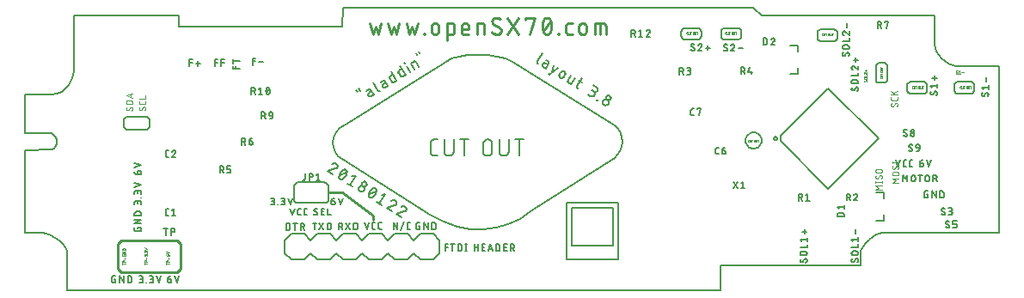
<source format=gto>
G75*
%MOIN*%
%OFA0B0*%
%FSLAX25Y25*%
%IPPOS*%
%LPD*%
%AMOC8*
5,1,8,0,0,1.08239X$1,22.5*
%
%ADD10C,0.00600*%
%ADD11C,0.00500*%
%ADD12C,0.00800*%
%ADD13C,0.00000*%
%ADD14C,0.01100*%
%ADD15C,0.01000*%
%ADD16C,0.00300*%
D10*
X0017703Y0038877D02*
X0017703Y0053068D01*
X0017473Y0054223D01*
X0016826Y0055511D01*
X0015826Y0056843D01*
X0014540Y0058131D01*
X0013031Y0059287D01*
X0011367Y0060221D01*
X0009609Y0060847D01*
X0007826Y0061075D01*
X0001300Y0061075D01*
X0001300Y0093285D01*
X0011489Y0093363D01*
X0012380Y0093845D01*
X0013016Y0094600D01*
X0013395Y0095536D01*
X0013520Y0096561D01*
X0013391Y0097585D01*
X0013008Y0098513D01*
X0012374Y0099256D01*
X0011489Y0099720D01*
X0001300Y0099735D01*
X0001300Y0114803D02*
X0011489Y0114803D01*
X0013651Y0115090D01*
X0015486Y0115887D01*
X0017005Y0117096D01*
X0018220Y0118620D01*
X0019144Y0120362D01*
X0019789Y0122225D01*
X0020167Y0124111D01*
X0020291Y0125924D01*
X0020291Y0145461D01*
X0060762Y0145461D02*
X0060762Y0141013D01*
X0124178Y0141164D01*
X0124439Y0148568D01*
X0283611Y0148568D01*
X0286803Y0145461D01*
X0353849Y0145461D01*
X0353872Y0134183D01*
X0354104Y0132969D01*
X0354668Y0131631D01*
X0355516Y0130256D01*
X0356599Y0128933D01*
X0357869Y0127750D01*
X0359276Y0126796D01*
X0360773Y0126160D01*
X0362309Y0125929D01*
X0362585Y0125935D01*
X0378794Y0125924D01*
X0378794Y0061075D01*
X0333600Y0061075D01*
X0332610Y0060907D01*
X0331351Y0060421D01*
X0329946Y0059641D01*
X0328519Y0058595D01*
X0327194Y0057307D01*
X0326094Y0055804D01*
X0325344Y0054111D01*
X0325066Y0052254D01*
X0325066Y0048361D01*
X0270858Y0048361D01*
X0270858Y0038877D01*
X0017703Y0038877D01*
X0034933Y0042386D02*
X0034933Y0043831D01*
X0034935Y0043879D01*
X0034941Y0043926D01*
X0034951Y0043973D01*
X0034964Y0044019D01*
X0034982Y0044063D01*
X0035003Y0044106D01*
X0035027Y0044147D01*
X0035055Y0044186D01*
X0035086Y0044222D01*
X0035120Y0044256D01*
X0035156Y0044287D01*
X0035195Y0044315D01*
X0035236Y0044339D01*
X0035279Y0044360D01*
X0035323Y0044378D01*
X0035369Y0044391D01*
X0035416Y0044401D01*
X0035463Y0044407D01*
X0035511Y0044409D01*
X0035511Y0044408D02*
X0036378Y0044408D01*
X0036378Y0043253D02*
X0036378Y0041808D01*
X0035511Y0041808D01*
X0035466Y0041810D01*
X0035421Y0041815D01*
X0035376Y0041824D01*
X0035332Y0041836D01*
X0035290Y0041852D01*
X0035249Y0041871D01*
X0035209Y0041893D01*
X0035171Y0041918D01*
X0035136Y0041946D01*
X0035102Y0041977D01*
X0035071Y0042011D01*
X0035043Y0042046D01*
X0035018Y0042084D01*
X0034996Y0042124D01*
X0034977Y0042165D01*
X0034961Y0042207D01*
X0034949Y0042251D01*
X0034940Y0042296D01*
X0034935Y0042341D01*
X0034933Y0042386D01*
X0035945Y0043253D02*
X0036378Y0043253D01*
X0038005Y0044408D02*
X0039450Y0041808D01*
X0039450Y0044408D01*
X0038005Y0044408D02*
X0038005Y0041808D01*
X0041077Y0041808D02*
X0041077Y0044408D01*
X0041800Y0044408D01*
X0041852Y0044406D01*
X0041903Y0044401D01*
X0041953Y0044392D01*
X0042003Y0044379D01*
X0042052Y0044362D01*
X0042100Y0044343D01*
X0042146Y0044320D01*
X0042190Y0044293D01*
X0042233Y0044264D01*
X0042273Y0044232D01*
X0042311Y0044197D01*
X0042346Y0044159D01*
X0042378Y0044119D01*
X0042407Y0044076D01*
X0042434Y0044032D01*
X0042457Y0043986D01*
X0042476Y0043938D01*
X0042493Y0043889D01*
X0042506Y0043839D01*
X0042515Y0043789D01*
X0042520Y0043738D01*
X0042522Y0043686D01*
X0042522Y0042531D01*
X0042520Y0042479D01*
X0042515Y0042428D01*
X0042506Y0042378D01*
X0042493Y0042328D01*
X0042476Y0042279D01*
X0042457Y0042231D01*
X0042434Y0042185D01*
X0042407Y0042141D01*
X0042378Y0042098D01*
X0042346Y0042058D01*
X0042311Y0042020D01*
X0042273Y0041985D01*
X0042233Y0041953D01*
X0042190Y0041924D01*
X0042146Y0041897D01*
X0042100Y0041874D01*
X0042052Y0041855D01*
X0042003Y0041838D01*
X0041953Y0041825D01*
X0041903Y0041816D01*
X0041852Y0041811D01*
X0041800Y0041809D01*
X0041800Y0041808D02*
X0041077Y0041808D01*
X0045497Y0041758D02*
X0046219Y0041758D01*
X0046219Y0041759D02*
X0046272Y0041761D01*
X0046324Y0041767D01*
X0046376Y0041776D01*
X0046427Y0041790D01*
X0046477Y0041807D01*
X0046525Y0041827D01*
X0046572Y0041851D01*
X0046617Y0041879D01*
X0046660Y0041910D01*
X0046701Y0041943D01*
X0046739Y0041980D01*
X0046774Y0042019D01*
X0046806Y0042061D01*
X0046835Y0042105D01*
X0046861Y0042151D01*
X0046883Y0042199D01*
X0046902Y0042248D01*
X0046918Y0042298D01*
X0046929Y0042350D01*
X0046937Y0042402D01*
X0046941Y0042455D01*
X0046941Y0042507D01*
X0046937Y0042560D01*
X0046929Y0042612D01*
X0046918Y0042664D01*
X0046902Y0042714D01*
X0046883Y0042763D01*
X0046861Y0042811D01*
X0046835Y0042857D01*
X0046806Y0042901D01*
X0046774Y0042943D01*
X0046739Y0042982D01*
X0046701Y0043019D01*
X0046660Y0043052D01*
X0046617Y0043083D01*
X0046572Y0043111D01*
X0046525Y0043135D01*
X0046477Y0043155D01*
X0046427Y0043172D01*
X0046376Y0043186D01*
X0046324Y0043195D01*
X0046272Y0043201D01*
X0046219Y0043203D01*
X0046364Y0043203D02*
X0045786Y0043203D01*
X0046364Y0043203D02*
X0046411Y0043205D01*
X0046457Y0043210D01*
X0046502Y0043220D01*
X0046547Y0043233D01*
X0046591Y0043249D01*
X0046633Y0043269D01*
X0046673Y0043292D01*
X0046711Y0043319D01*
X0046747Y0043348D01*
X0046781Y0043381D01*
X0046812Y0043415D01*
X0046840Y0043453D01*
X0046865Y0043492D01*
X0046886Y0043533D01*
X0046904Y0043576D01*
X0046919Y0043620D01*
X0046930Y0043665D01*
X0046938Y0043711D01*
X0046942Y0043758D01*
X0046942Y0043804D01*
X0046938Y0043851D01*
X0046930Y0043897D01*
X0046919Y0043942D01*
X0046904Y0043986D01*
X0046886Y0044029D01*
X0046865Y0044070D01*
X0046840Y0044109D01*
X0046812Y0044147D01*
X0046781Y0044181D01*
X0046747Y0044214D01*
X0046711Y0044243D01*
X0046673Y0044270D01*
X0046633Y0044293D01*
X0046591Y0044313D01*
X0046547Y0044329D01*
X0046502Y0044342D01*
X0046457Y0044352D01*
X0046411Y0044357D01*
X0046364Y0044359D01*
X0046364Y0044358D02*
X0045497Y0044358D01*
X0048163Y0041903D02*
X0048307Y0041903D01*
X0048307Y0041758D01*
X0048163Y0041758D01*
X0048163Y0041903D01*
X0049529Y0041758D02*
X0050251Y0041758D01*
X0050251Y0041759D02*
X0050304Y0041761D01*
X0050356Y0041767D01*
X0050408Y0041776D01*
X0050459Y0041790D01*
X0050509Y0041807D01*
X0050557Y0041827D01*
X0050604Y0041851D01*
X0050649Y0041879D01*
X0050692Y0041910D01*
X0050733Y0041943D01*
X0050771Y0041980D01*
X0050806Y0042019D01*
X0050838Y0042061D01*
X0050867Y0042105D01*
X0050893Y0042151D01*
X0050915Y0042199D01*
X0050934Y0042248D01*
X0050950Y0042298D01*
X0050961Y0042350D01*
X0050969Y0042402D01*
X0050973Y0042455D01*
X0050973Y0042507D01*
X0050969Y0042560D01*
X0050961Y0042612D01*
X0050950Y0042664D01*
X0050934Y0042714D01*
X0050915Y0042763D01*
X0050893Y0042811D01*
X0050867Y0042857D01*
X0050838Y0042901D01*
X0050806Y0042943D01*
X0050771Y0042982D01*
X0050733Y0043019D01*
X0050692Y0043052D01*
X0050649Y0043083D01*
X0050604Y0043111D01*
X0050557Y0043135D01*
X0050509Y0043155D01*
X0050459Y0043172D01*
X0050408Y0043186D01*
X0050356Y0043195D01*
X0050304Y0043201D01*
X0050251Y0043203D01*
X0050395Y0043203D02*
X0049818Y0043203D01*
X0050395Y0043203D02*
X0050442Y0043205D01*
X0050488Y0043210D01*
X0050533Y0043220D01*
X0050578Y0043233D01*
X0050622Y0043249D01*
X0050664Y0043269D01*
X0050704Y0043292D01*
X0050742Y0043319D01*
X0050778Y0043348D01*
X0050812Y0043381D01*
X0050843Y0043415D01*
X0050871Y0043453D01*
X0050896Y0043492D01*
X0050917Y0043533D01*
X0050935Y0043576D01*
X0050950Y0043620D01*
X0050961Y0043665D01*
X0050969Y0043711D01*
X0050973Y0043758D01*
X0050973Y0043804D01*
X0050969Y0043851D01*
X0050961Y0043897D01*
X0050950Y0043942D01*
X0050935Y0043986D01*
X0050917Y0044029D01*
X0050896Y0044070D01*
X0050871Y0044109D01*
X0050843Y0044147D01*
X0050812Y0044181D01*
X0050778Y0044214D01*
X0050742Y0044243D01*
X0050704Y0044270D01*
X0050664Y0044293D01*
X0050622Y0044313D01*
X0050578Y0044329D01*
X0050533Y0044342D01*
X0050488Y0044352D01*
X0050442Y0044357D01*
X0050395Y0044359D01*
X0050395Y0044358D02*
X0049529Y0044358D01*
X0052264Y0044358D02*
X0053131Y0041758D01*
X0053998Y0044358D01*
X0056497Y0043203D02*
X0056497Y0042481D01*
X0056497Y0043203D02*
X0057364Y0043203D01*
X0056496Y0043203D02*
X0056498Y0043270D01*
X0056504Y0043337D01*
X0056514Y0043404D01*
X0056527Y0043470D01*
X0056545Y0043535D01*
X0056566Y0043598D01*
X0056591Y0043661D01*
X0056619Y0043722D01*
X0056651Y0043781D01*
X0056686Y0043838D01*
X0056725Y0043893D01*
X0056766Y0043946D01*
X0056811Y0043996D01*
X0056859Y0044044D01*
X0056909Y0044089D01*
X0056962Y0044130D01*
X0057017Y0044169D01*
X0057074Y0044204D01*
X0057133Y0044236D01*
X0057194Y0044264D01*
X0057257Y0044289D01*
X0057320Y0044310D01*
X0057385Y0044328D01*
X0057451Y0044341D01*
X0057518Y0044351D01*
X0057585Y0044357D01*
X0057652Y0044359D01*
X0059232Y0044358D02*
X0060099Y0041758D01*
X0060966Y0044358D01*
X0057941Y0042625D02*
X0057941Y0042481D01*
X0057942Y0042625D02*
X0057940Y0042670D01*
X0057935Y0042715D01*
X0057926Y0042760D01*
X0057914Y0042804D01*
X0057898Y0042846D01*
X0057879Y0042887D01*
X0057857Y0042927D01*
X0057832Y0042965D01*
X0057804Y0043000D01*
X0057773Y0043034D01*
X0057739Y0043065D01*
X0057704Y0043093D01*
X0057666Y0043118D01*
X0057626Y0043140D01*
X0057585Y0043159D01*
X0057543Y0043175D01*
X0057499Y0043187D01*
X0057454Y0043196D01*
X0057409Y0043201D01*
X0057364Y0043203D01*
X0057941Y0042481D02*
X0057939Y0042428D01*
X0057933Y0042376D01*
X0057924Y0042324D01*
X0057910Y0042273D01*
X0057893Y0042223D01*
X0057873Y0042175D01*
X0057849Y0042128D01*
X0057821Y0042083D01*
X0057790Y0042040D01*
X0057757Y0041999D01*
X0057720Y0041961D01*
X0057681Y0041926D01*
X0057639Y0041894D01*
X0057595Y0041865D01*
X0057549Y0041839D01*
X0057501Y0041817D01*
X0057452Y0041798D01*
X0057402Y0041782D01*
X0057350Y0041771D01*
X0057298Y0041763D01*
X0057245Y0041759D01*
X0057193Y0041759D01*
X0057140Y0041763D01*
X0057088Y0041771D01*
X0057036Y0041782D01*
X0056986Y0041798D01*
X0056937Y0041817D01*
X0056889Y0041839D01*
X0056843Y0041865D01*
X0056799Y0041894D01*
X0056757Y0041926D01*
X0056718Y0041961D01*
X0056681Y0041999D01*
X0056648Y0042040D01*
X0056617Y0042083D01*
X0056589Y0042128D01*
X0056565Y0042175D01*
X0056545Y0042223D01*
X0056528Y0042273D01*
X0056514Y0042324D01*
X0056505Y0042376D01*
X0056499Y0042428D01*
X0056497Y0042481D01*
X0055719Y0060258D02*
X0055719Y0062858D01*
X0054997Y0062858D02*
X0056441Y0062858D01*
X0057852Y0062858D02*
X0058574Y0062858D01*
X0057852Y0062858D02*
X0057852Y0060258D01*
X0057852Y0061414D02*
X0058574Y0061414D01*
X0058627Y0061416D01*
X0058679Y0061422D01*
X0058731Y0061431D01*
X0058782Y0061445D01*
X0058832Y0061462D01*
X0058880Y0061482D01*
X0058927Y0061506D01*
X0058972Y0061534D01*
X0059015Y0061565D01*
X0059056Y0061598D01*
X0059094Y0061635D01*
X0059129Y0061674D01*
X0059161Y0061716D01*
X0059190Y0061760D01*
X0059216Y0061806D01*
X0059238Y0061854D01*
X0059257Y0061903D01*
X0059273Y0061953D01*
X0059284Y0062005D01*
X0059292Y0062057D01*
X0059296Y0062110D01*
X0059296Y0062162D01*
X0059292Y0062215D01*
X0059284Y0062267D01*
X0059273Y0062319D01*
X0059257Y0062369D01*
X0059238Y0062418D01*
X0059216Y0062466D01*
X0059190Y0062512D01*
X0059161Y0062556D01*
X0059129Y0062598D01*
X0059094Y0062637D01*
X0059056Y0062674D01*
X0059015Y0062707D01*
X0058972Y0062738D01*
X0058927Y0062766D01*
X0058880Y0062790D01*
X0058832Y0062810D01*
X0058782Y0062827D01*
X0058731Y0062841D01*
X0058679Y0062850D01*
X0058627Y0062856D01*
X0058574Y0062858D01*
X0058904Y0067808D02*
X0058904Y0070408D01*
X0058182Y0069831D01*
X0056923Y0070408D02*
X0056345Y0070408D01*
X0056345Y0070409D02*
X0056297Y0070407D01*
X0056250Y0070401D01*
X0056203Y0070391D01*
X0056157Y0070378D01*
X0056113Y0070360D01*
X0056070Y0070339D01*
X0056029Y0070315D01*
X0055990Y0070287D01*
X0055954Y0070256D01*
X0055920Y0070222D01*
X0055889Y0070186D01*
X0055861Y0070147D01*
X0055837Y0070106D01*
X0055816Y0070063D01*
X0055798Y0070019D01*
X0055785Y0069973D01*
X0055775Y0069926D01*
X0055769Y0069879D01*
X0055767Y0069831D01*
X0055768Y0069831D02*
X0055768Y0068386D01*
X0055767Y0068386D02*
X0055769Y0068341D01*
X0055774Y0068296D01*
X0055783Y0068251D01*
X0055795Y0068207D01*
X0055811Y0068165D01*
X0055830Y0068124D01*
X0055852Y0068084D01*
X0055877Y0068046D01*
X0055905Y0068011D01*
X0055936Y0067977D01*
X0055970Y0067946D01*
X0056005Y0067918D01*
X0056043Y0067893D01*
X0056083Y0067871D01*
X0056124Y0067852D01*
X0056166Y0067836D01*
X0056210Y0067824D01*
X0056255Y0067815D01*
X0056300Y0067810D01*
X0056345Y0067808D01*
X0056923Y0067808D01*
X0058182Y0067808D02*
X0059626Y0067808D01*
X0046272Y0067902D02*
X0046272Y0068625D01*
X0046270Y0068677D01*
X0046265Y0068728D01*
X0046256Y0068778D01*
X0046243Y0068828D01*
X0046226Y0068877D01*
X0046207Y0068925D01*
X0046184Y0068971D01*
X0046157Y0069015D01*
X0046128Y0069058D01*
X0046096Y0069098D01*
X0046061Y0069136D01*
X0046023Y0069171D01*
X0045983Y0069203D01*
X0045940Y0069232D01*
X0045896Y0069259D01*
X0045850Y0069282D01*
X0045802Y0069301D01*
X0045753Y0069318D01*
X0045703Y0069331D01*
X0045653Y0069340D01*
X0045602Y0069345D01*
X0045550Y0069347D01*
X0044394Y0069347D01*
X0044343Y0069345D01*
X0044291Y0069340D01*
X0044241Y0069331D01*
X0044191Y0069318D01*
X0044142Y0069301D01*
X0044094Y0069282D01*
X0044048Y0069259D01*
X0044004Y0069232D01*
X0043961Y0069203D01*
X0043921Y0069171D01*
X0043883Y0069136D01*
X0043848Y0069098D01*
X0043816Y0069058D01*
X0043787Y0069015D01*
X0043760Y0068971D01*
X0043737Y0068925D01*
X0043718Y0068877D01*
X0043701Y0068828D01*
X0043689Y0068778D01*
X0043679Y0068728D01*
X0043674Y0068677D01*
X0043672Y0068625D01*
X0043672Y0067902D01*
X0046272Y0067902D01*
X0046272Y0066275D02*
X0043672Y0066275D01*
X0043672Y0064830D02*
X0046272Y0066275D01*
X0046272Y0064830D02*
X0043672Y0064830D01*
X0043672Y0063203D02*
X0043672Y0062336D01*
X0043674Y0062288D01*
X0043680Y0062241D01*
X0043690Y0062194D01*
X0043703Y0062148D01*
X0043721Y0062104D01*
X0043742Y0062061D01*
X0043766Y0062020D01*
X0043794Y0061981D01*
X0043825Y0061945D01*
X0043859Y0061911D01*
X0043895Y0061880D01*
X0043934Y0061852D01*
X0043975Y0061828D01*
X0044018Y0061807D01*
X0044062Y0061789D01*
X0044108Y0061776D01*
X0044155Y0061766D01*
X0044202Y0061760D01*
X0044250Y0061758D01*
X0045694Y0061758D01*
X0045742Y0061760D01*
X0045789Y0061766D01*
X0045836Y0061776D01*
X0045882Y0061789D01*
X0045926Y0061807D01*
X0045969Y0061828D01*
X0046010Y0061852D01*
X0046049Y0061880D01*
X0046085Y0061911D01*
X0046119Y0061945D01*
X0046150Y0061981D01*
X0046178Y0062020D01*
X0046202Y0062061D01*
X0046223Y0062104D01*
X0046241Y0062148D01*
X0046254Y0062194D01*
X0046264Y0062241D01*
X0046270Y0062288D01*
X0046272Y0062336D01*
X0046272Y0063203D01*
X0044827Y0063203D01*
X0044827Y0062769D01*
X0043672Y0072133D02*
X0043672Y0073000D01*
X0043674Y0073047D01*
X0043679Y0073093D01*
X0043689Y0073138D01*
X0043702Y0073183D01*
X0043718Y0073227D01*
X0043738Y0073269D01*
X0043761Y0073309D01*
X0043788Y0073347D01*
X0043817Y0073383D01*
X0043850Y0073417D01*
X0043884Y0073448D01*
X0043922Y0073476D01*
X0043961Y0073501D01*
X0044002Y0073522D01*
X0044045Y0073540D01*
X0044089Y0073555D01*
X0044134Y0073566D01*
X0044180Y0073574D01*
X0044227Y0073578D01*
X0044273Y0073578D01*
X0044320Y0073574D01*
X0044366Y0073566D01*
X0044411Y0073555D01*
X0044455Y0073540D01*
X0044498Y0073522D01*
X0044539Y0073501D01*
X0044578Y0073476D01*
X0044616Y0073448D01*
X0044650Y0073417D01*
X0044683Y0073383D01*
X0044712Y0073347D01*
X0044739Y0073309D01*
X0044762Y0073269D01*
X0044782Y0073227D01*
X0044798Y0073183D01*
X0044811Y0073138D01*
X0044821Y0073093D01*
X0044826Y0073047D01*
X0044828Y0073000D01*
X0044827Y0073000D02*
X0044827Y0072422D01*
X0044828Y0072856D02*
X0044830Y0072909D01*
X0044836Y0072961D01*
X0044845Y0073013D01*
X0044859Y0073064D01*
X0044876Y0073114D01*
X0044896Y0073162D01*
X0044920Y0073209D01*
X0044948Y0073254D01*
X0044979Y0073297D01*
X0045012Y0073338D01*
X0045049Y0073376D01*
X0045088Y0073411D01*
X0045130Y0073443D01*
X0045174Y0073472D01*
X0045220Y0073498D01*
X0045268Y0073520D01*
X0045317Y0073539D01*
X0045367Y0073555D01*
X0045419Y0073566D01*
X0045471Y0073574D01*
X0045524Y0073578D01*
X0045576Y0073578D01*
X0045629Y0073574D01*
X0045681Y0073566D01*
X0045733Y0073555D01*
X0045783Y0073539D01*
X0045832Y0073520D01*
X0045880Y0073498D01*
X0045926Y0073472D01*
X0045970Y0073443D01*
X0046012Y0073411D01*
X0046051Y0073376D01*
X0046088Y0073338D01*
X0046121Y0073297D01*
X0046152Y0073254D01*
X0046180Y0073209D01*
X0046204Y0073162D01*
X0046224Y0073114D01*
X0046241Y0073064D01*
X0046255Y0073013D01*
X0046264Y0072961D01*
X0046270Y0072909D01*
X0046272Y0072856D01*
X0046272Y0072133D01*
X0046272Y0074799D02*
X0046272Y0074944D01*
X0046127Y0074944D01*
X0046127Y0074799D01*
X0046272Y0074799D01*
X0046272Y0076165D02*
X0046272Y0076888D01*
X0046270Y0076941D01*
X0046264Y0076993D01*
X0046255Y0077045D01*
X0046241Y0077096D01*
X0046224Y0077146D01*
X0046204Y0077194D01*
X0046180Y0077241D01*
X0046152Y0077286D01*
X0046121Y0077329D01*
X0046088Y0077370D01*
X0046051Y0077408D01*
X0046012Y0077443D01*
X0045970Y0077475D01*
X0045926Y0077504D01*
X0045880Y0077530D01*
X0045832Y0077552D01*
X0045783Y0077571D01*
X0045733Y0077587D01*
X0045681Y0077598D01*
X0045629Y0077606D01*
X0045576Y0077610D01*
X0045524Y0077610D01*
X0045471Y0077606D01*
X0045419Y0077598D01*
X0045367Y0077587D01*
X0045317Y0077571D01*
X0045268Y0077552D01*
X0045220Y0077530D01*
X0045174Y0077504D01*
X0045130Y0077475D01*
X0045088Y0077443D01*
X0045049Y0077408D01*
X0045012Y0077370D01*
X0044979Y0077329D01*
X0044948Y0077286D01*
X0044920Y0077241D01*
X0044896Y0077194D01*
X0044876Y0077146D01*
X0044859Y0077096D01*
X0044845Y0077045D01*
X0044836Y0076993D01*
X0044830Y0076941D01*
X0044828Y0076888D01*
X0044827Y0077032D02*
X0044827Y0076454D01*
X0044828Y0077032D02*
X0044826Y0077079D01*
X0044821Y0077125D01*
X0044811Y0077170D01*
X0044798Y0077215D01*
X0044782Y0077259D01*
X0044762Y0077301D01*
X0044739Y0077341D01*
X0044712Y0077379D01*
X0044683Y0077415D01*
X0044650Y0077449D01*
X0044616Y0077480D01*
X0044578Y0077508D01*
X0044539Y0077533D01*
X0044498Y0077554D01*
X0044455Y0077572D01*
X0044411Y0077587D01*
X0044366Y0077598D01*
X0044320Y0077606D01*
X0044273Y0077610D01*
X0044227Y0077610D01*
X0044180Y0077606D01*
X0044134Y0077598D01*
X0044089Y0077587D01*
X0044045Y0077572D01*
X0044002Y0077554D01*
X0043961Y0077533D01*
X0043922Y0077508D01*
X0043884Y0077480D01*
X0043850Y0077449D01*
X0043817Y0077415D01*
X0043788Y0077379D01*
X0043761Y0077341D01*
X0043738Y0077301D01*
X0043718Y0077259D01*
X0043702Y0077215D01*
X0043689Y0077170D01*
X0043679Y0077125D01*
X0043674Y0077079D01*
X0043672Y0077032D01*
X0043672Y0076165D01*
X0043672Y0078901D02*
X0046272Y0079768D01*
X0043672Y0080634D01*
X0044827Y0083758D02*
X0045550Y0083758D01*
X0045550Y0083759D02*
X0045603Y0083761D01*
X0045655Y0083767D01*
X0045707Y0083776D01*
X0045758Y0083790D01*
X0045808Y0083807D01*
X0045856Y0083827D01*
X0045903Y0083851D01*
X0045948Y0083879D01*
X0045991Y0083910D01*
X0046032Y0083943D01*
X0046070Y0083980D01*
X0046105Y0084019D01*
X0046137Y0084061D01*
X0046166Y0084105D01*
X0046192Y0084151D01*
X0046214Y0084199D01*
X0046233Y0084248D01*
X0046249Y0084298D01*
X0046260Y0084350D01*
X0046268Y0084402D01*
X0046272Y0084455D01*
X0046272Y0084507D01*
X0046268Y0084560D01*
X0046260Y0084612D01*
X0046249Y0084664D01*
X0046233Y0084714D01*
X0046214Y0084763D01*
X0046192Y0084811D01*
X0046166Y0084857D01*
X0046137Y0084901D01*
X0046105Y0084943D01*
X0046070Y0084982D01*
X0046032Y0085019D01*
X0045991Y0085052D01*
X0045948Y0085083D01*
X0045903Y0085111D01*
X0045856Y0085135D01*
X0045808Y0085155D01*
X0045758Y0085172D01*
X0045707Y0085186D01*
X0045655Y0085195D01*
X0045603Y0085201D01*
X0045550Y0085203D01*
X0045405Y0085203D01*
X0045360Y0085201D01*
X0045315Y0085196D01*
X0045270Y0085187D01*
X0045226Y0085175D01*
X0045184Y0085159D01*
X0045143Y0085140D01*
X0045103Y0085118D01*
X0045065Y0085093D01*
X0045030Y0085065D01*
X0044996Y0085034D01*
X0044965Y0085000D01*
X0044937Y0084965D01*
X0044912Y0084927D01*
X0044890Y0084887D01*
X0044871Y0084846D01*
X0044855Y0084804D01*
X0044843Y0084760D01*
X0044834Y0084715D01*
X0044829Y0084670D01*
X0044827Y0084625D01*
X0044827Y0083758D01*
X0044760Y0083760D01*
X0044693Y0083766D01*
X0044626Y0083776D01*
X0044560Y0083789D01*
X0044495Y0083807D01*
X0044432Y0083828D01*
X0044369Y0083853D01*
X0044308Y0083881D01*
X0044249Y0083913D01*
X0044192Y0083948D01*
X0044137Y0083987D01*
X0044084Y0084028D01*
X0044034Y0084073D01*
X0043986Y0084121D01*
X0043941Y0084171D01*
X0043900Y0084224D01*
X0043861Y0084279D01*
X0043826Y0084336D01*
X0043794Y0084395D01*
X0043766Y0084456D01*
X0043741Y0084519D01*
X0043720Y0084582D01*
X0043702Y0084647D01*
X0043689Y0084713D01*
X0043679Y0084780D01*
X0043673Y0084847D01*
X0043671Y0084914D01*
X0043672Y0086494D02*
X0046272Y0087361D01*
X0043672Y0088227D01*
X0055847Y0091145D02*
X0055847Y0092590D01*
X0055849Y0092638D01*
X0055855Y0092685D01*
X0055865Y0092732D01*
X0055878Y0092778D01*
X0055896Y0092822D01*
X0055917Y0092865D01*
X0055941Y0092906D01*
X0055969Y0092945D01*
X0056000Y0092981D01*
X0056034Y0093015D01*
X0056070Y0093046D01*
X0056109Y0093074D01*
X0056150Y0093098D01*
X0056193Y0093119D01*
X0056237Y0093137D01*
X0056283Y0093150D01*
X0056330Y0093160D01*
X0056377Y0093166D01*
X0056425Y0093168D01*
X0056425Y0093167D02*
X0057003Y0093167D01*
X0055847Y0091145D02*
X0055849Y0091100D01*
X0055854Y0091055D01*
X0055863Y0091010D01*
X0055875Y0090966D01*
X0055891Y0090924D01*
X0055910Y0090883D01*
X0055932Y0090843D01*
X0055957Y0090805D01*
X0055985Y0090770D01*
X0056016Y0090736D01*
X0056050Y0090705D01*
X0056085Y0090677D01*
X0056123Y0090652D01*
X0056163Y0090630D01*
X0056204Y0090611D01*
X0056246Y0090595D01*
X0056290Y0090583D01*
X0056335Y0090574D01*
X0056380Y0090569D01*
X0056425Y0090567D01*
X0057003Y0090567D01*
X0058261Y0090567D02*
X0059706Y0090567D01*
X0058261Y0090567D02*
X0059489Y0092012D01*
X0059056Y0093167D02*
X0059001Y0093165D01*
X0058946Y0093160D01*
X0058891Y0093151D01*
X0058838Y0093138D01*
X0058785Y0093122D01*
X0058733Y0093102D01*
X0058683Y0093079D01*
X0058634Y0093053D01*
X0058587Y0093023D01*
X0058543Y0092991D01*
X0058500Y0092955D01*
X0058460Y0092917D01*
X0058423Y0092876D01*
X0058388Y0092833D01*
X0058357Y0092788D01*
X0058328Y0092741D01*
X0058303Y0092692D01*
X0058280Y0092641D01*
X0058262Y0092589D01*
X0059489Y0092012D02*
X0059525Y0092048D01*
X0059558Y0092088D01*
X0059588Y0092129D01*
X0059615Y0092173D01*
X0059639Y0092219D01*
X0059659Y0092266D01*
X0059676Y0092314D01*
X0059689Y0092364D01*
X0059698Y0092415D01*
X0059704Y0092466D01*
X0059706Y0092517D01*
X0059704Y0092566D01*
X0059699Y0092614D01*
X0059690Y0092662D01*
X0059677Y0092709D01*
X0059661Y0092754D01*
X0059642Y0092799D01*
X0059619Y0092842D01*
X0059593Y0092883D01*
X0059564Y0092922D01*
X0059532Y0092959D01*
X0059498Y0092993D01*
X0059461Y0093025D01*
X0059422Y0093054D01*
X0059381Y0093080D01*
X0059338Y0093103D01*
X0059293Y0093122D01*
X0059248Y0093138D01*
X0059201Y0093151D01*
X0059153Y0093160D01*
X0059105Y0093165D01*
X0059056Y0093167D01*
X0049697Y0102208D02*
X0048697Y0101208D01*
X0040697Y0101208D01*
X0039697Y0102208D01*
X0039697Y0105208D01*
X0040697Y0106208D01*
X0048697Y0106208D01*
X0049697Y0105208D01*
X0049697Y0102208D01*
X0076728Y0087033D02*
X0077451Y0087033D01*
X0077504Y0087031D01*
X0077556Y0087025D01*
X0077608Y0087016D01*
X0077659Y0087002D01*
X0077709Y0086985D01*
X0077757Y0086965D01*
X0077804Y0086941D01*
X0077849Y0086913D01*
X0077892Y0086882D01*
X0077933Y0086849D01*
X0077971Y0086812D01*
X0078006Y0086773D01*
X0078038Y0086731D01*
X0078067Y0086687D01*
X0078093Y0086641D01*
X0078115Y0086593D01*
X0078134Y0086544D01*
X0078150Y0086494D01*
X0078161Y0086442D01*
X0078169Y0086390D01*
X0078173Y0086337D01*
X0078173Y0086285D01*
X0078169Y0086232D01*
X0078161Y0086180D01*
X0078150Y0086128D01*
X0078134Y0086078D01*
X0078115Y0086029D01*
X0078093Y0085981D01*
X0078067Y0085935D01*
X0078038Y0085891D01*
X0078006Y0085849D01*
X0077971Y0085810D01*
X0077933Y0085773D01*
X0077892Y0085740D01*
X0077849Y0085709D01*
X0077804Y0085681D01*
X0077757Y0085657D01*
X0077709Y0085637D01*
X0077659Y0085620D01*
X0077608Y0085606D01*
X0077556Y0085597D01*
X0077504Y0085591D01*
X0077451Y0085589D01*
X0076728Y0085589D01*
X0077595Y0085589D02*
X0078173Y0084433D01*
X0079577Y0084433D02*
X0080444Y0084433D01*
X0080492Y0084435D01*
X0080539Y0084441D01*
X0080586Y0084451D01*
X0080632Y0084464D01*
X0080676Y0084482D01*
X0080719Y0084503D01*
X0080760Y0084527D01*
X0080799Y0084555D01*
X0080835Y0084586D01*
X0080869Y0084620D01*
X0080900Y0084656D01*
X0080928Y0084695D01*
X0080952Y0084736D01*
X0080973Y0084779D01*
X0080991Y0084823D01*
X0081004Y0084869D01*
X0081014Y0084916D01*
X0081020Y0084963D01*
X0081022Y0085011D01*
X0081022Y0085300D01*
X0081020Y0085345D01*
X0081015Y0085390D01*
X0081006Y0085435D01*
X0080994Y0085479D01*
X0080978Y0085521D01*
X0080959Y0085562D01*
X0080937Y0085602D01*
X0080912Y0085640D01*
X0080884Y0085675D01*
X0080853Y0085709D01*
X0080819Y0085740D01*
X0080784Y0085768D01*
X0080746Y0085793D01*
X0080706Y0085815D01*
X0080665Y0085834D01*
X0080623Y0085850D01*
X0080579Y0085862D01*
X0080534Y0085871D01*
X0080489Y0085876D01*
X0080444Y0085878D01*
X0079577Y0085878D01*
X0079577Y0087033D01*
X0081022Y0087033D01*
X0076728Y0087033D02*
X0076728Y0084433D01*
X0085228Y0095308D02*
X0085228Y0097908D01*
X0085951Y0097908D01*
X0086004Y0097906D01*
X0086056Y0097900D01*
X0086108Y0097891D01*
X0086159Y0097877D01*
X0086209Y0097860D01*
X0086257Y0097840D01*
X0086304Y0097816D01*
X0086349Y0097788D01*
X0086392Y0097757D01*
X0086433Y0097724D01*
X0086471Y0097687D01*
X0086506Y0097648D01*
X0086538Y0097606D01*
X0086567Y0097562D01*
X0086593Y0097516D01*
X0086615Y0097468D01*
X0086634Y0097419D01*
X0086650Y0097369D01*
X0086661Y0097317D01*
X0086669Y0097265D01*
X0086673Y0097212D01*
X0086673Y0097160D01*
X0086669Y0097107D01*
X0086661Y0097055D01*
X0086650Y0097003D01*
X0086634Y0096953D01*
X0086615Y0096904D01*
X0086593Y0096856D01*
X0086567Y0096810D01*
X0086538Y0096766D01*
X0086506Y0096724D01*
X0086471Y0096685D01*
X0086433Y0096648D01*
X0086392Y0096615D01*
X0086349Y0096584D01*
X0086304Y0096556D01*
X0086257Y0096532D01*
X0086209Y0096512D01*
X0086159Y0096495D01*
X0086108Y0096481D01*
X0086056Y0096472D01*
X0086004Y0096466D01*
X0085951Y0096464D01*
X0085228Y0096464D01*
X0086095Y0096464D02*
X0086673Y0095308D01*
X0088077Y0096031D02*
X0088077Y0096753D01*
X0088944Y0096753D01*
X0088077Y0096753D02*
X0088079Y0096820D01*
X0088085Y0096887D01*
X0088095Y0096954D01*
X0088108Y0097020D01*
X0088126Y0097085D01*
X0088147Y0097148D01*
X0088172Y0097211D01*
X0088200Y0097272D01*
X0088232Y0097331D01*
X0088267Y0097388D01*
X0088306Y0097443D01*
X0088347Y0097496D01*
X0088392Y0097546D01*
X0088440Y0097594D01*
X0088490Y0097639D01*
X0088543Y0097680D01*
X0088598Y0097719D01*
X0088655Y0097754D01*
X0088714Y0097786D01*
X0088775Y0097814D01*
X0088838Y0097839D01*
X0088901Y0097860D01*
X0088966Y0097878D01*
X0089032Y0097891D01*
X0089099Y0097901D01*
X0089166Y0097907D01*
X0089233Y0097909D01*
X0089522Y0096175D02*
X0089522Y0096031D01*
X0089522Y0096175D02*
X0089520Y0096220D01*
X0089515Y0096265D01*
X0089506Y0096310D01*
X0089494Y0096354D01*
X0089478Y0096396D01*
X0089459Y0096437D01*
X0089437Y0096477D01*
X0089412Y0096515D01*
X0089384Y0096550D01*
X0089353Y0096584D01*
X0089319Y0096615D01*
X0089284Y0096643D01*
X0089246Y0096668D01*
X0089206Y0096690D01*
X0089165Y0096709D01*
X0089123Y0096725D01*
X0089079Y0096737D01*
X0089034Y0096746D01*
X0088989Y0096751D01*
X0088944Y0096753D01*
X0089522Y0096031D02*
X0089520Y0095978D01*
X0089514Y0095926D01*
X0089505Y0095874D01*
X0089491Y0095823D01*
X0089474Y0095773D01*
X0089454Y0095725D01*
X0089430Y0095678D01*
X0089402Y0095633D01*
X0089371Y0095590D01*
X0089338Y0095549D01*
X0089301Y0095511D01*
X0089262Y0095476D01*
X0089220Y0095444D01*
X0089176Y0095415D01*
X0089130Y0095389D01*
X0089082Y0095367D01*
X0089033Y0095348D01*
X0088983Y0095332D01*
X0088931Y0095321D01*
X0088879Y0095313D01*
X0088826Y0095309D01*
X0088774Y0095309D01*
X0088721Y0095313D01*
X0088669Y0095321D01*
X0088617Y0095332D01*
X0088567Y0095348D01*
X0088518Y0095367D01*
X0088470Y0095389D01*
X0088424Y0095415D01*
X0088380Y0095444D01*
X0088338Y0095476D01*
X0088299Y0095511D01*
X0088262Y0095549D01*
X0088229Y0095590D01*
X0088198Y0095633D01*
X0088170Y0095678D01*
X0088146Y0095725D01*
X0088126Y0095773D01*
X0088109Y0095823D01*
X0088095Y0095874D01*
X0088086Y0095926D01*
X0088080Y0095978D01*
X0088078Y0096031D01*
X0092978Y0105433D02*
X0092978Y0108033D01*
X0093701Y0108033D01*
X0093754Y0108031D01*
X0093806Y0108025D01*
X0093858Y0108016D01*
X0093909Y0108002D01*
X0093959Y0107985D01*
X0094007Y0107965D01*
X0094054Y0107941D01*
X0094099Y0107913D01*
X0094142Y0107882D01*
X0094183Y0107849D01*
X0094221Y0107812D01*
X0094256Y0107773D01*
X0094288Y0107731D01*
X0094317Y0107687D01*
X0094343Y0107641D01*
X0094365Y0107593D01*
X0094384Y0107544D01*
X0094400Y0107494D01*
X0094411Y0107442D01*
X0094419Y0107390D01*
X0094423Y0107337D01*
X0094423Y0107285D01*
X0094419Y0107232D01*
X0094411Y0107180D01*
X0094400Y0107128D01*
X0094384Y0107078D01*
X0094365Y0107029D01*
X0094343Y0106981D01*
X0094317Y0106935D01*
X0094288Y0106891D01*
X0094256Y0106849D01*
X0094221Y0106810D01*
X0094183Y0106773D01*
X0094142Y0106740D01*
X0094099Y0106709D01*
X0094054Y0106681D01*
X0094007Y0106657D01*
X0093959Y0106637D01*
X0093909Y0106620D01*
X0093858Y0106606D01*
X0093806Y0106597D01*
X0093754Y0106591D01*
X0093701Y0106589D01*
X0092978Y0106589D01*
X0093845Y0106589D02*
X0094423Y0105433D01*
X0096116Y0105433D02*
X0096183Y0105435D01*
X0096250Y0105441D01*
X0096317Y0105451D01*
X0096383Y0105464D01*
X0096448Y0105482D01*
X0096511Y0105503D01*
X0096574Y0105528D01*
X0096635Y0105556D01*
X0096694Y0105588D01*
X0096751Y0105623D01*
X0096806Y0105662D01*
X0096859Y0105703D01*
X0096909Y0105748D01*
X0096957Y0105796D01*
X0097002Y0105846D01*
X0097043Y0105899D01*
X0097082Y0105954D01*
X0097117Y0106011D01*
X0097149Y0106070D01*
X0097177Y0106131D01*
X0097202Y0106194D01*
X0097223Y0106257D01*
X0097241Y0106322D01*
X0097254Y0106388D01*
X0097264Y0106455D01*
X0097270Y0106522D01*
X0097272Y0106589D01*
X0097272Y0107311D01*
X0097272Y0106589D02*
X0096405Y0106589D01*
X0096360Y0106591D01*
X0096315Y0106596D01*
X0096270Y0106605D01*
X0096226Y0106617D01*
X0096184Y0106633D01*
X0096143Y0106652D01*
X0096103Y0106674D01*
X0096065Y0106699D01*
X0096030Y0106727D01*
X0095996Y0106758D01*
X0095965Y0106792D01*
X0095937Y0106827D01*
X0095912Y0106865D01*
X0095890Y0106905D01*
X0095871Y0106946D01*
X0095855Y0106988D01*
X0095843Y0107032D01*
X0095834Y0107077D01*
X0095829Y0107122D01*
X0095827Y0107167D01*
X0095827Y0107311D01*
X0095828Y0107311D02*
X0095830Y0107364D01*
X0095836Y0107416D01*
X0095845Y0107468D01*
X0095859Y0107519D01*
X0095876Y0107569D01*
X0095896Y0107617D01*
X0095920Y0107664D01*
X0095948Y0107709D01*
X0095979Y0107752D01*
X0096012Y0107793D01*
X0096049Y0107831D01*
X0096088Y0107866D01*
X0096130Y0107898D01*
X0096174Y0107927D01*
X0096220Y0107953D01*
X0096268Y0107975D01*
X0096317Y0107994D01*
X0096367Y0108010D01*
X0096419Y0108021D01*
X0096471Y0108029D01*
X0096524Y0108033D01*
X0096576Y0108033D01*
X0096629Y0108029D01*
X0096681Y0108021D01*
X0096733Y0108010D01*
X0096783Y0107994D01*
X0096832Y0107975D01*
X0096880Y0107953D01*
X0096926Y0107927D01*
X0096970Y0107898D01*
X0097012Y0107866D01*
X0097051Y0107831D01*
X0097088Y0107793D01*
X0097121Y0107752D01*
X0097152Y0107709D01*
X0097180Y0107664D01*
X0097204Y0107617D01*
X0097224Y0107569D01*
X0097241Y0107519D01*
X0097255Y0107468D01*
X0097264Y0107416D01*
X0097270Y0107364D01*
X0097272Y0107311D01*
X0095425Y0114934D02*
X0095469Y0114936D01*
X0095513Y0114941D01*
X0095556Y0114950D01*
X0095598Y0114963D01*
X0095640Y0114979D01*
X0095679Y0114998D01*
X0095717Y0115021D01*
X0095753Y0115047D01*
X0095787Y0115075D01*
X0095818Y0115106D01*
X0095847Y0115140D01*
X0095872Y0115176D01*
X0095895Y0115214D01*
X0095914Y0115254D01*
X0095930Y0115295D01*
X0095425Y0114934D02*
X0095381Y0114936D01*
X0095337Y0114941D01*
X0095294Y0114950D01*
X0095252Y0114963D01*
X0095210Y0114979D01*
X0095171Y0114998D01*
X0095133Y0115021D01*
X0095097Y0115047D01*
X0095063Y0115075D01*
X0095032Y0115106D01*
X0095004Y0115140D01*
X0094978Y0115176D01*
X0094955Y0115214D01*
X0094936Y0115254D01*
X0094920Y0115295D01*
X0094847Y0115511D02*
X0096002Y0116956D01*
X0095930Y0117172D02*
X0095914Y0117213D01*
X0095895Y0117253D01*
X0095872Y0117291D01*
X0095847Y0117327D01*
X0095818Y0117361D01*
X0095787Y0117392D01*
X0095753Y0117420D01*
X0095717Y0117446D01*
X0095679Y0117469D01*
X0095640Y0117488D01*
X0095598Y0117504D01*
X0095556Y0117517D01*
X0095513Y0117526D01*
X0095469Y0117531D01*
X0095425Y0117533D01*
X0095381Y0117531D01*
X0095337Y0117526D01*
X0095294Y0117517D01*
X0095252Y0117504D01*
X0095210Y0117488D01*
X0095171Y0117469D01*
X0095133Y0117446D01*
X0095097Y0117420D01*
X0095063Y0117392D01*
X0095032Y0117361D01*
X0095004Y0117327D01*
X0094978Y0117291D01*
X0094955Y0117253D01*
X0094936Y0117213D01*
X0094920Y0117172D01*
X0095930Y0117172D02*
X0095967Y0117092D01*
X0096001Y0117010D01*
X0096031Y0116927D01*
X0096058Y0116843D01*
X0096082Y0116758D01*
X0096102Y0116672D01*
X0096118Y0116585D01*
X0096131Y0116497D01*
X0096140Y0116410D01*
X0096145Y0116321D01*
X0096147Y0116233D01*
X0094702Y0116233D02*
X0094704Y0116321D01*
X0094709Y0116410D01*
X0094718Y0116497D01*
X0094731Y0116585D01*
X0094747Y0116672D01*
X0094767Y0116758D01*
X0094791Y0116843D01*
X0094818Y0116927D01*
X0094848Y0117010D01*
X0094882Y0117092D01*
X0094919Y0117172D01*
X0096147Y0116233D02*
X0096145Y0116145D01*
X0096140Y0116056D01*
X0096131Y0115969D01*
X0096118Y0115881D01*
X0096102Y0115794D01*
X0096082Y0115708D01*
X0096058Y0115623D01*
X0096031Y0115539D01*
X0096001Y0115456D01*
X0095967Y0115374D01*
X0095930Y0115294D01*
X0094919Y0115294D02*
X0094882Y0115374D01*
X0094848Y0115456D01*
X0094818Y0115539D01*
X0094791Y0115623D01*
X0094767Y0115708D01*
X0094747Y0115794D01*
X0094731Y0115881D01*
X0094718Y0115969D01*
X0094709Y0116056D01*
X0094704Y0116145D01*
X0094702Y0116233D01*
X0093267Y0114933D02*
X0091822Y0114933D01*
X0092545Y0114933D02*
X0092545Y0117533D01*
X0091822Y0116956D01*
X0089696Y0117533D02*
X0089749Y0117531D01*
X0089801Y0117525D01*
X0089853Y0117516D01*
X0089904Y0117502D01*
X0089954Y0117485D01*
X0090002Y0117465D01*
X0090049Y0117441D01*
X0090094Y0117413D01*
X0090137Y0117382D01*
X0090178Y0117349D01*
X0090216Y0117312D01*
X0090251Y0117273D01*
X0090283Y0117231D01*
X0090312Y0117187D01*
X0090338Y0117141D01*
X0090360Y0117093D01*
X0090379Y0117044D01*
X0090395Y0116994D01*
X0090406Y0116942D01*
X0090414Y0116890D01*
X0090418Y0116837D01*
X0090418Y0116785D01*
X0090414Y0116732D01*
X0090406Y0116680D01*
X0090395Y0116628D01*
X0090379Y0116578D01*
X0090360Y0116529D01*
X0090338Y0116481D01*
X0090312Y0116435D01*
X0090283Y0116391D01*
X0090251Y0116349D01*
X0090216Y0116310D01*
X0090178Y0116273D01*
X0090137Y0116240D01*
X0090094Y0116209D01*
X0090049Y0116181D01*
X0090002Y0116157D01*
X0089954Y0116137D01*
X0089904Y0116120D01*
X0089853Y0116106D01*
X0089801Y0116097D01*
X0089749Y0116091D01*
X0089696Y0116089D01*
X0088973Y0116089D01*
X0089840Y0116089D02*
X0090418Y0114933D01*
X0088973Y0114933D02*
X0088973Y0117533D01*
X0089696Y0117533D01*
X0089475Y0126308D02*
X0089475Y0128908D01*
X0090631Y0128908D01*
X0090631Y0127753D02*
X0089475Y0127753D01*
X0091914Y0127319D02*
X0093647Y0127319D01*
X0084397Y0127679D02*
X0081797Y0127679D01*
X0081797Y0126957D02*
X0081797Y0128401D01*
X0078397Y0128408D02*
X0077241Y0128408D01*
X0077241Y0125808D01*
X0077241Y0127253D02*
X0078397Y0127253D01*
X0075901Y0127253D02*
X0074745Y0127253D01*
X0074745Y0128408D02*
X0074745Y0125808D01*
X0081797Y0125914D02*
X0081797Y0124758D01*
X0084397Y0124758D01*
X0082952Y0124758D02*
X0082952Y0125914D01*
X0075901Y0128408D02*
X0074745Y0128408D01*
X0069147Y0126819D02*
X0067414Y0126819D01*
X0068280Y0125953D02*
X0068280Y0127686D01*
X0066131Y0127253D02*
X0064975Y0127253D01*
X0064975Y0128408D02*
X0064975Y0125808D01*
X0064975Y0128408D02*
X0066131Y0128408D01*
X0121857Y0099993D02*
X0123317Y0101738D01*
X0125405Y0103236D01*
X0164671Y0127595D01*
X0166698Y0128721D01*
X0169574Y0129549D01*
X0173041Y0130067D01*
X0176836Y0130263D01*
X0180700Y0130126D01*
X0184372Y0129643D01*
X0187592Y0128804D01*
X0190100Y0127595D01*
X0229833Y0102771D01*
X0231257Y0101475D01*
X0232183Y0099923D01*
X0232659Y0098204D01*
X0232729Y0096404D01*
X0232442Y0094612D01*
X0231843Y0092915D01*
X0230978Y0091402D01*
X0229895Y0090159D01*
X0197289Y0069447D01*
X0193079Y0066639D01*
X0188596Y0064518D01*
X0183880Y0063119D01*
X0178974Y0062478D01*
X0173919Y0062628D01*
X0168754Y0063607D01*
X0163523Y0065449D01*
X0158265Y0068189D01*
X0124225Y0089783D01*
X0122690Y0090966D01*
X0121562Y0092486D01*
X0120878Y0094247D01*
X0120674Y0096150D01*
X0120989Y0098097D01*
X0121857Y0099993D01*
X0114826Y0084108D02*
X0114826Y0081508D01*
X0114104Y0081508D02*
X0115548Y0081508D01*
X0117197Y0080708D02*
X0107197Y0080708D01*
X0107114Y0080706D01*
X0107031Y0080700D01*
X0106948Y0080691D01*
X0106866Y0080677D01*
X0106785Y0080660D01*
X0106704Y0080639D01*
X0106625Y0080615D01*
X0106547Y0080586D01*
X0106470Y0080555D01*
X0106395Y0080519D01*
X0106321Y0080481D01*
X0106249Y0080438D01*
X0106180Y0080393D01*
X0106112Y0080344D01*
X0106047Y0080293D01*
X0105984Y0080238D01*
X0105924Y0080181D01*
X0105867Y0080121D01*
X0105812Y0080058D01*
X0105761Y0079993D01*
X0105712Y0079925D01*
X0105667Y0079856D01*
X0105624Y0079784D01*
X0105586Y0079710D01*
X0105550Y0079635D01*
X0105519Y0079558D01*
X0105490Y0079480D01*
X0105466Y0079401D01*
X0105445Y0079320D01*
X0105428Y0079239D01*
X0105414Y0079157D01*
X0105405Y0079074D01*
X0105399Y0078991D01*
X0105397Y0078908D01*
X0105397Y0074508D01*
X0104998Y0074608D02*
X0104131Y0072008D01*
X0103264Y0074608D01*
X0101395Y0074608D02*
X0100529Y0074608D01*
X0101395Y0074609D02*
X0101442Y0074607D01*
X0101488Y0074602D01*
X0101533Y0074592D01*
X0101578Y0074579D01*
X0101622Y0074563D01*
X0101664Y0074543D01*
X0101704Y0074520D01*
X0101742Y0074493D01*
X0101778Y0074464D01*
X0101812Y0074431D01*
X0101843Y0074397D01*
X0101871Y0074359D01*
X0101896Y0074320D01*
X0101917Y0074279D01*
X0101935Y0074236D01*
X0101950Y0074192D01*
X0101961Y0074147D01*
X0101969Y0074101D01*
X0101973Y0074054D01*
X0101973Y0074008D01*
X0101969Y0073961D01*
X0101961Y0073915D01*
X0101950Y0073870D01*
X0101935Y0073826D01*
X0101917Y0073783D01*
X0101896Y0073742D01*
X0101871Y0073703D01*
X0101843Y0073665D01*
X0101812Y0073631D01*
X0101778Y0073598D01*
X0101742Y0073569D01*
X0101704Y0073542D01*
X0101664Y0073519D01*
X0101622Y0073499D01*
X0101578Y0073483D01*
X0101533Y0073470D01*
X0101488Y0073460D01*
X0101442Y0073455D01*
X0101395Y0073453D01*
X0100818Y0073453D01*
X0101251Y0073453D02*
X0101304Y0073451D01*
X0101356Y0073445D01*
X0101408Y0073436D01*
X0101459Y0073422D01*
X0101509Y0073405D01*
X0101557Y0073385D01*
X0101604Y0073361D01*
X0101649Y0073333D01*
X0101692Y0073302D01*
X0101733Y0073269D01*
X0101771Y0073232D01*
X0101806Y0073193D01*
X0101838Y0073151D01*
X0101867Y0073107D01*
X0101893Y0073061D01*
X0101915Y0073013D01*
X0101934Y0072964D01*
X0101950Y0072914D01*
X0101961Y0072862D01*
X0101969Y0072810D01*
X0101973Y0072757D01*
X0101973Y0072705D01*
X0101969Y0072652D01*
X0101961Y0072600D01*
X0101950Y0072548D01*
X0101934Y0072498D01*
X0101915Y0072449D01*
X0101893Y0072401D01*
X0101867Y0072355D01*
X0101838Y0072311D01*
X0101806Y0072269D01*
X0101771Y0072230D01*
X0101733Y0072193D01*
X0101692Y0072160D01*
X0101649Y0072129D01*
X0101604Y0072101D01*
X0101557Y0072077D01*
X0101509Y0072057D01*
X0101459Y0072040D01*
X0101408Y0072026D01*
X0101356Y0072017D01*
X0101304Y0072011D01*
X0101251Y0072009D01*
X0101251Y0072008D02*
X0100529Y0072008D01*
X0099307Y0072008D02*
X0099163Y0072008D01*
X0099163Y0072153D01*
X0099307Y0072153D01*
X0099307Y0072008D01*
X0097219Y0072008D02*
X0096497Y0072008D01*
X0097219Y0072009D02*
X0097272Y0072011D01*
X0097324Y0072017D01*
X0097376Y0072026D01*
X0097427Y0072040D01*
X0097477Y0072057D01*
X0097525Y0072077D01*
X0097572Y0072101D01*
X0097617Y0072129D01*
X0097660Y0072160D01*
X0097701Y0072193D01*
X0097739Y0072230D01*
X0097774Y0072269D01*
X0097806Y0072311D01*
X0097835Y0072355D01*
X0097861Y0072401D01*
X0097883Y0072449D01*
X0097902Y0072498D01*
X0097918Y0072548D01*
X0097929Y0072600D01*
X0097937Y0072652D01*
X0097941Y0072705D01*
X0097941Y0072757D01*
X0097937Y0072810D01*
X0097929Y0072862D01*
X0097918Y0072914D01*
X0097902Y0072964D01*
X0097883Y0073013D01*
X0097861Y0073061D01*
X0097835Y0073107D01*
X0097806Y0073151D01*
X0097774Y0073193D01*
X0097739Y0073232D01*
X0097701Y0073269D01*
X0097660Y0073302D01*
X0097617Y0073333D01*
X0097572Y0073361D01*
X0097525Y0073385D01*
X0097477Y0073405D01*
X0097427Y0073422D01*
X0097376Y0073436D01*
X0097324Y0073445D01*
X0097272Y0073451D01*
X0097219Y0073453D01*
X0097364Y0073453D02*
X0096786Y0073453D01*
X0097364Y0073453D02*
X0097411Y0073455D01*
X0097457Y0073460D01*
X0097502Y0073470D01*
X0097547Y0073483D01*
X0097591Y0073499D01*
X0097633Y0073519D01*
X0097673Y0073542D01*
X0097711Y0073569D01*
X0097747Y0073598D01*
X0097781Y0073631D01*
X0097812Y0073665D01*
X0097840Y0073703D01*
X0097865Y0073742D01*
X0097886Y0073783D01*
X0097904Y0073826D01*
X0097919Y0073870D01*
X0097930Y0073915D01*
X0097938Y0073961D01*
X0097942Y0074008D01*
X0097942Y0074054D01*
X0097938Y0074101D01*
X0097930Y0074147D01*
X0097919Y0074192D01*
X0097904Y0074236D01*
X0097886Y0074279D01*
X0097865Y0074320D01*
X0097840Y0074359D01*
X0097812Y0074397D01*
X0097781Y0074431D01*
X0097747Y0074464D01*
X0097711Y0074493D01*
X0097673Y0074520D01*
X0097633Y0074543D01*
X0097591Y0074563D01*
X0097547Y0074579D01*
X0097502Y0074592D01*
X0097457Y0074602D01*
X0097411Y0074607D01*
X0097364Y0074609D01*
X0097364Y0074608D02*
X0096497Y0074608D01*
X0103997Y0070608D02*
X0104864Y0068008D01*
X0105730Y0070608D01*
X0107007Y0070031D02*
X0107007Y0068586D01*
X0107009Y0068541D01*
X0107014Y0068496D01*
X0107023Y0068451D01*
X0107035Y0068407D01*
X0107051Y0068365D01*
X0107070Y0068324D01*
X0107092Y0068284D01*
X0107117Y0068246D01*
X0107145Y0068211D01*
X0107176Y0068177D01*
X0107210Y0068146D01*
X0107245Y0068118D01*
X0107283Y0068093D01*
X0107323Y0068071D01*
X0107364Y0068052D01*
X0107406Y0068036D01*
X0107450Y0068024D01*
X0107495Y0068015D01*
X0107540Y0068010D01*
X0107585Y0068008D01*
X0108163Y0068008D01*
X0109407Y0068586D02*
X0109407Y0070031D01*
X0109409Y0070079D01*
X0109415Y0070126D01*
X0109425Y0070173D01*
X0109438Y0070219D01*
X0109456Y0070263D01*
X0109477Y0070306D01*
X0109501Y0070347D01*
X0109529Y0070386D01*
X0109560Y0070422D01*
X0109594Y0070456D01*
X0109630Y0070487D01*
X0109669Y0070515D01*
X0109710Y0070539D01*
X0109753Y0070560D01*
X0109797Y0070578D01*
X0109843Y0070591D01*
X0109890Y0070601D01*
X0109937Y0070607D01*
X0109985Y0070609D01*
X0109985Y0070608D02*
X0110563Y0070608D01*
X0109407Y0068586D02*
X0109409Y0068541D01*
X0109414Y0068496D01*
X0109423Y0068451D01*
X0109435Y0068407D01*
X0109451Y0068365D01*
X0109470Y0068324D01*
X0109492Y0068284D01*
X0109517Y0068246D01*
X0109545Y0068211D01*
X0109576Y0068177D01*
X0109610Y0068146D01*
X0109645Y0068118D01*
X0109683Y0068093D01*
X0109723Y0068071D01*
X0109764Y0068052D01*
X0109806Y0068036D01*
X0109850Y0068024D01*
X0109895Y0068015D01*
X0109940Y0068010D01*
X0109985Y0068008D01*
X0110563Y0068008D01*
X0113622Y0069525D02*
X0114417Y0069092D01*
X0114128Y0068008D02*
X0114059Y0068010D01*
X0113991Y0068016D01*
X0113922Y0068025D01*
X0113855Y0068039D01*
X0113788Y0068056D01*
X0113723Y0068077D01*
X0113658Y0068102D01*
X0113596Y0068130D01*
X0113535Y0068162D01*
X0113475Y0068197D01*
X0113418Y0068236D01*
X0113363Y0068277D01*
X0113311Y0068322D01*
X0113261Y0068369D01*
X0114417Y0069092D02*
X0114456Y0069066D01*
X0114494Y0069038D01*
X0114529Y0069007D01*
X0114561Y0068973D01*
X0114590Y0068936D01*
X0114617Y0068897D01*
X0114640Y0068857D01*
X0114660Y0068814D01*
X0114676Y0068770D01*
X0114689Y0068725D01*
X0114699Y0068679D01*
X0114704Y0068633D01*
X0114706Y0068586D01*
X0114704Y0068541D01*
X0114699Y0068496D01*
X0114690Y0068451D01*
X0114678Y0068407D01*
X0114662Y0068365D01*
X0114643Y0068324D01*
X0114621Y0068284D01*
X0114596Y0068246D01*
X0114568Y0068211D01*
X0114537Y0068177D01*
X0114503Y0068146D01*
X0114468Y0068118D01*
X0114430Y0068093D01*
X0114390Y0068071D01*
X0114349Y0068052D01*
X0114307Y0068036D01*
X0114263Y0068024D01*
X0114218Y0068015D01*
X0114173Y0068010D01*
X0114128Y0068008D01*
X0114561Y0070391D02*
X0114509Y0070428D01*
X0114455Y0070461D01*
X0114400Y0070492D01*
X0114342Y0070518D01*
X0114283Y0070542D01*
X0114223Y0070562D01*
X0114162Y0070578D01*
X0114100Y0070591D01*
X0114037Y0070601D01*
X0113974Y0070606D01*
X0113911Y0070608D01*
X0113911Y0070609D02*
X0113866Y0070607D01*
X0113821Y0070602D01*
X0113776Y0070593D01*
X0113732Y0070581D01*
X0113690Y0070565D01*
X0113649Y0070546D01*
X0113609Y0070524D01*
X0113571Y0070499D01*
X0113536Y0070471D01*
X0113502Y0070440D01*
X0113471Y0070406D01*
X0113443Y0070371D01*
X0113418Y0070333D01*
X0113396Y0070293D01*
X0113377Y0070252D01*
X0113361Y0070210D01*
X0113349Y0070166D01*
X0113340Y0070121D01*
X0113335Y0070076D01*
X0113333Y0070031D01*
X0113335Y0069984D01*
X0113340Y0069938D01*
X0113350Y0069892D01*
X0113363Y0069847D01*
X0113379Y0069803D01*
X0113399Y0069760D01*
X0113422Y0069720D01*
X0113449Y0069681D01*
X0113478Y0069644D01*
X0113510Y0069610D01*
X0113545Y0069579D01*
X0113583Y0069551D01*
X0113622Y0069525D01*
X0116151Y0069453D02*
X0117017Y0069453D01*
X0117306Y0070608D02*
X0116151Y0070608D01*
X0116151Y0068008D01*
X0117306Y0068008D01*
X0118647Y0068008D02*
X0118647Y0070608D01*
X0119997Y0072731D02*
X0119997Y0073453D01*
X0120864Y0073453D01*
X0119996Y0073453D02*
X0119998Y0073520D01*
X0120004Y0073587D01*
X0120014Y0073654D01*
X0120027Y0073720D01*
X0120045Y0073785D01*
X0120066Y0073848D01*
X0120091Y0073911D01*
X0120119Y0073972D01*
X0120151Y0074031D01*
X0120186Y0074088D01*
X0120225Y0074143D01*
X0120266Y0074196D01*
X0120311Y0074246D01*
X0120359Y0074294D01*
X0120409Y0074339D01*
X0120462Y0074380D01*
X0120517Y0074419D01*
X0120574Y0074454D01*
X0120633Y0074486D01*
X0120694Y0074514D01*
X0120757Y0074539D01*
X0120820Y0074560D01*
X0120885Y0074578D01*
X0120951Y0074591D01*
X0121018Y0074601D01*
X0121085Y0074607D01*
X0121152Y0074609D01*
X0122732Y0074608D02*
X0123599Y0072008D01*
X0124466Y0074608D01*
X0121441Y0072875D02*
X0121441Y0072731D01*
X0121442Y0072875D02*
X0121440Y0072920D01*
X0121435Y0072965D01*
X0121426Y0073010D01*
X0121414Y0073054D01*
X0121398Y0073096D01*
X0121379Y0073137D01*
X0121357Y0073177D01*
X0121332Y0073215D01*
X0121304Y0073250D01*
X0121273Y0073284D01*
X0121239Y0073315D01*
X0121204Y0073343D01*
X0121166Y0073368D01*
X0121126Y0073390D01*
X0121085Y0073409D01*
X0121043Y0073425D01*
X0120999Y0073437D01*
X0120954Y0073446D01*
X0120909Y0073451D01*
X0120864Y0073453D01*
X0121441Y0072731D02*
X0121439Y0072678D01*
X0121433Y0072626D01*
X0121424Y0072574D01*
X0121410Y0072523D01*
X0121393Y0072473D01*
X0121373Y0072425D01*
X0121349Y0072378D01*
X0121321Y0072333D01*
X0121290Y0072290D01*
X0121257Y0072249D01*
X0121220Y0072211D01*
X0121181Y0072176D01*
X0121139Y0072144D01*
X0121095Y0072115D01*
X0121049Y0072089D01*
X0121001Y0072067D01*
X0120952Y0072048D01*
X0120902Y0072032D01*
X0120850Y0072021D01*
X0120798Y0072013D01*
X0120745Y0072009D01*
X0120693Y0072009D01*
X0120640Y0072013D01*
X0120588Y0072021D01*
X0120536Y0072032D01*
X0120486Y0072048D01*
X0120437Y0072067D01*
X0120389Y0072089D01*
X0120343Y0072115D01*
X0120299Y0072144D01*
X0120257Y0072176D01*
X0120218Y0072211D01*
X0120181Y0072249D01*
X0120148Y0072290D01*
X0120117Y0072333D01*
X0120089Y0072378D01*
X0120065Y0072425D01*
X0120045Y0072473D01*
X0120028Y0072523D01*
X0120014Y0072574D01*
X0120005Y0072626D01*
X0119999Y0072678D01*
X0119997Y0072731D01*
X0118997Y0074508D02*
X0118997Y0078908D01*
X0118995Y0078991D01*
X0118989Y0079074D01*
X0118980Y0079157D01*
X0118966Y0079239D01*
X0118949Y0079320D01*
X0118928Y0079401D01*
X0118904Y0079480D01*
X0118875Y0079558D01*
X0118844Y0079635D01*
X0118808Y0079710D01*
X0118770Y0079784D01*
X0118727Y0079856D01*
X0118682Y0079925D01*
X0118633Y0079993D01*
X0118582Y0080058D01*
X0118527Y0080121D01*
X0118470Y0080181D01*
X0118410Y0080238D01*
X0118347Y0080293D01*
X0118282Y0080344D01*
X0118214Y0080393D01*
X0118145Y0080438D01*
X0118073Y0080481D01*
X0117999Y0080519D01*
X0117924Y0080555D01*
X0117847Y0080586D01*
X0117769Y0080615D01*
X0117690Y0080639D01*
X0117609Y0080660D01*
X0117528Y0080677D01*
X0117446Y0080691D01*
X0117363Y0080700D01*
X0117280Y0080706D01*
X0117197Y0080708D01*
X0114826Y0084108D02*
X0114104Y0083531D01*
X0112114Y0084108D02*
X0112167Y0084106D01*
X0112219Y0084100D01*
X0112271Y0084091D01*
X0112322Y0084077D01*
X0112372Y0084060D01*
X0112420Y0084040D01*
X0112467Y0084016D01*
X0112512Y0083988D01*
X0112555Y0083957D01*
X0112596Y0083924D01*
X0112634Y0083887D01*
X0112669Y0083848D01*
X0112701Y0083806D01*
X0112730Y0083762D01*
X0112756Y0083716D01*
X0112778Y0083668D01*
X0112797Y0083619D01*
X0112813Y0083569D01*
X0112824Y0083517D01*
X0112832Y0083465D01*
X0112836Y0083412D01*
X0112836Y0083360D01*
X0112832Y0083307D01*
X0112824Y0083255D01*
X0112813Y0083203D01*
X0112797Y0083153D01*
X0112778Y0083104D01*
X0112756Y0083056D01*
X0112730Y0083010D01*
X0112701Y0082966D01*
X0112669Y0082924D01*
X0112634Y0082885D01*
X0112596Y0082848D01*
X0112555Y0082815D01*
X0112512Y0082784D01*
X0112467Y0082756D01*
X0112420Y0082732D01*
X0112372Y0082712D01*
X0112322Y0082695D01*
X0112271Y0082681D01*
X0112219Y0082672D01*
X0112167Y0082666D01*
X0112114Y0082664D01*
X0111391Y0082664D01*
X0111391Y0081508D02*
X0111391Y0084108D01*
X0112114Y0084108D01*
X0109712Y0084108D02*
X0109712Y0082086D01*
X0109710Y0082041D01*
X0109705Y0081996D01*
X0109696Y0081951D01*
X0109684Y0081907D01*
X0109668Y0081865D01*
X0109649Y0081824D01*
X0109627Y0081784D01*
X0109602Y0081746D01*
X0109574Y0081711D01*
X0109543Y0081677D01*
X0109509Y0081646D01*
X0109474Y0081618D01*
X0109436Y0081593D01*
X0109396Y0081571D01*
X0109355Y0081552D01*
X0109313Y0081536D01*
X0109269Y0081524D01*
X0109224Y0081515D01*
X0109179Y0081510D01*
X0109134Y0081508D01*
X0108845Y0081508D01*
X0105397Y0074508D02*
X0105399Y0074425D01*
X0105405Y0074342D01*
X0105414Y0074259D01*
X0105428Y0074177D01*
X0105445Y0074096D01*
X0105466Y0074015D01*
X0105490Y0073936D01*
X0105519Y0073858D01*
X0105550Y0073781D01*
X0105586Y0073706D01*
X0105624Y0073632D01*
X0105667Y0073560D01*
X0105712Y0073491D01*
X0105761Y0073423D01*
X0105812Y0073358D01*
X0105867Y0073295D01*
X0105924Y0073235D01*
X0105984Y0073178D01*
X0106047Y0073123D01*
X0106112Y0073072D01*
X0106180Y0073023D01*
X0106249Y0072978D01*
X0106321Y0072935D01*
X0106395Y0072897D01*
X0106470Y0072861D01*
X0106547Y0072830D01*
X0106625Y0072801D01*
X0106704Y0072777D01*
X0106785Y0072756D01*
X0106866Y0072739D01*
X0106948Y0072725D01*
X0107031Y0072716D01*
X0107114Y0072710D01*
X0107197Y0072708D01*
X0117197Y0072708D01*
X0117280Y0072710D01*
X0117363Y0072716D01*
X0117446Y0072725D01*
X0117528Y0072739D01*
X0117609Y0072756D01*
X0117690Y0072777D01*
X0117769Y0072801D01*
X0117847Y0072830D01*
X0117924Y0072861D01*
X0117999Y0072897D01*
X0118073Y0072935D01*
X0118145Y0072978D01*
X0118214Y0073023D01*
X0118282Y0073072D01*
X0118347Y0073123D01*
X0118410Y0073178D01*
X0118470Y0073235D01*
X0118527Y0073295D01*
X0118582Y0073358D01*
X0118633Y0073423D01*
X0118682Y0073491D01*
X0118727Y0073560D01*
X0118770Y0073632D01*
X0118808Y0073706D01*
X0118844Y0073781D01*
X0118875Y0073858D01*
X0118904Y0073936D01*
X0118928Y0074015D01*
X0118949Y0074096D01*
X0118966Y0074177D01*
X0118980Y0074259D01*
X0118989Y0074342D01*
X0118995Y0074425D01*
X0118997Y0074508D01*
X0118647Y0068008D02*
X0119802Y0068008D01*
X0119133Y0064983D02*
X0118411Y0064983D01*
X0118411Y0062383D01*
X0119133Y0062383D01*
X0119133Y0062384D02*
X0119185Y0062386D01*
X0119236Y0062391D01*
X0119286Y0062400D01*
X0119336Y0062413D01*
X0119385Y0062430D01*
X0119433Y0062449D01*
X0119479Y0062472D01*
X0119523Y0062499D01*
X0119566Y0062528D01*
X0119606Y0062560D01*
X0119644Y0062595D01*
X0119679Y0062633D01*
X0119711Y0062673D01*
X0119740Y0062716D01*
X0119767Y0062760D01*
X0119790Y0062806D01*
X0119809Y0062854D01*
X0119826Y0062903D01*
X0119839Y0062953D01*
X0119848Y0063003D01*
X0119853Y0063054D01*
X0119855Y0063106D01*
X0119855Y0064261D01*
X0119853Y0064313D01*
X0119848Y0064364D01*
X0119839Y0064414D01*
X0119826Y0064464D01*
X0119809Y0064513D01*
X0119790Y0064561D01*
X0119767Y0064607D01*
X0119740Y0064651D01*
X0119711Y0064694D01*
X0119679Y0064734D01*
X0119644Y0064772D01*
X0119606Y0064807D01*
X0119566Y0064839D01*
X0119523Y0064868D01*
X0119479Y0064895D01*
X0119433Y0064918D01*
X0119385Y0064937D01*
X0119336Y0064954D01*
X0119286Y0064967D01*
X0119236Y0064976D01*
X0119185Y0064981D01*
X0119133Y0064983D01*
X0117024Y0064983D02*
X0115290Y0062383D01*
X0117024Y0062383D02*
X0115290Y0064983D01*
X0114191Y0064983D02*
X0112747Y0064983D01*
X0113469Y0064983D02*
X0113469Y0062383D01*
X0109540Y0062258D02*
X0108963Y0063414D01*
X0108818Y0063414D02*
X0108096Y0063414D01*
X0108818Y0063414D02*
X0108871Y0063416D01*
X0108923Y0063422D01*
X0108975Y0063431D01*
X0109026Y0063445D01*
X0109076Y0063462D01*
X0109124Y0063482D01*
X0109171Y0063506D01*
X0109216Y0063534D01*
X0109259Y0063565D01*
X0109300Y0063598D01*
X0109338Y0063635D01*
X0109373Y0063674D01*
X0109405Y0063716D01*
X0109434Y0063760D01*
X0109460Y0063806D01*
X0109482Y0063854D01*
X0109501Y0063903D01*
X0109517Y0063953D01*
X0109528Y0064005D01*
X0109536Y0064057D01*
X0109540Y0064110D01*
X0109540Y0064162D01*
X0109536Y0064215D01*
X0109528Y0064267D01*
X0109517Y0064319D01*
X0109501Y0064369D01*
X0109482Y0064418D01*
X0109460Y0064466D01*
X0109434Y0064512D01*
X0109405Y0064556D01*
X0109373Y0064598D01*
X0109338Y0064637D01*
X0109300Y0064674D01*
X0109259Y0064707D01*
X0109216Y0064738D01*
X0109171Y0064766D01*
X0109124Y0064790D01*
X0109076Y0064810D01*
X0109026Y0064827D01*
X0108975Y0064841D01*
X0108923Y0064850D01*
X0108871Y0064856D01*
X0108818Y0064858D01*
X0108096Y0064858D01*
X0108096Y0062258D01*
X0106003Y0062258D02*
X0106003Y0064858D01*
X0105281Y0064858D02*
X0106725Y0064858D01*
X0103941Y0064136D02*
X0103941Y0062981D01*
X0103939Y0062929D01*
X0103934Y0062878D01*
X0103925Y0062828D01*
X0103912Y0062778D01*
X0103895Y0062729D01*
X0103876Y0062681D01*
X0103853Y0062635D01*
X0103826Y0062591D01*
X0103797Y0062548D01*
X0103765Y0062508D01*
X0103730Y0062470D01*
X0103692Y0062435D01*
X0103652Y0062403D01*
X0103609Y0062374D01*
X0103565Y0062347D01*
X0103519Y0062324D01*
X0103471Y0062305D01*
X0103422Y0062288D01*
X0103372Y0062275D01*
X0103322Y0062266D01*
X0103271Y0062261D01*
X0103219Y0062259D01*
X0103219Y0062258D02*
X0102497Y0062258D01*
X0102497Y0064858D01*
X0103219Y0064858D01*
X0103271Y0064856D01*
X0103322Y0064851D01*
X0103372Y0064842D01*
X0103422Y0064829D01*
X0103471Y0064812D01*
X0103519Y0064793D01*
X0103565Y0064770D01*
X0103609Y0064743D01*
X0103652Y0064714D01*
X0103692Y0064682D01*
X0103730Y0064647D01*
X0103765Y0064609D01*
X0103797Y0064569D01*
X0103826Y0064526D01*
X0103853Y0064482D01*
X0103876Y0064436D01*
X0103895Y0064388D01*
X0103912Y0064339D01*
X0103925Y0064289D01*
X0103934Y0064239D01*
X0103939Y0064188D01*
X0103941Y0064136D01*
X0107007Y0070031D02*
X0107009Y0070079D01*
X0107015Y0070126D01*
X0107025Y0070173D01*
X0107038Y0070219D01*
X0107056Y0070263D01*
X0107077Y0070306D01*
X0107101Y0070347D01*
X0107129Y0070386D01*
X0107160Y0070422D01*
X0107194Y0070456D01*
X0107230Y0070487D01*
X0107269Y0070515D01*
X0107310Y0070539D01*
X0107353Y0070560D01*
X0107397Y0070578D01*
X0107443Y0070591D01*
X0107490Y0070601D01*
X0107537Y0070607D01*
X0107585Y0070609D01*
X0107585Y0070608D02*
X0108163Y0070608D01*
X0122872Y0064983D02*
X0122872Y0062383D01*
X0122872Y0063539D02*
X0123594Y0063539D01*
X0123739Y0063539D02*
X0124316Y0062383D01*
X0125576Y0062383D02*
X0127310Y0064983D01*
X0128697Y0064983D02*
X0129419Y0064983D01*
X0129471Y0064981D01*
X0129522Y0064976D01*
X0129572Y0064967D01*
X0129622Y0064954D01*
X0129671Y0064937D01*
X0129719Y0064918D01*
X0129765Y0064895D01*
X0129809Y0064868D01*
X0129852Y0064839D01*
X0129892Y0064807D01*
X0129930Y0064772D01*
X0129965Y0064734D01*
X0129997Y0064694D01*
X0130026Y0064651D01*
X0130053Y0064607D01*
X0130076Y0064561D01*
X0130095Y0064513D01*
X0130112Y0064464D01*
X0130125Y0064414D01*
X0130134Y0064364D01*
X0130139Y0064313D01*
X0130141Y0064261D01*
X0130141Y0063106D01*
X0130139Y0063054D01*
X0130134Y0063003D01*
X0130125Y0062953D01*
X0130112Y0062903D01*
X0130095Y0062854D01*
X0130076Y0062806D01*
X0130053Y0062760D01*
X0130026Y0062716D01*
X0129997Y0062673D01*
X0129965Y0062633D01*
X0129930Y0062595D01*
X0129892Y0062560D01*
X0129852Y0062528D01*
X0129809Y0062499D01*
X0129765Y0062472D01*
X0129719Y0062449D01*
X0129671Y0062430D01*
X0129622Y0062413D01*
X0129572Y0062400D01*
X0129522Y0062391D01*
X0129471Y0062386D01*
X0129419Y0062384D01*
X0129419Y0062383D02*
X0128697Y0062383D01*
X0128697Y0064983D01*
X0127310Y0062383D02*
X0125576Y0064983D01*
X0123594Y0064983D02*
X0122872Y0064983D01*
X0123594Y0064983D02*
X0123647Y0064981D01*
X0123699Y0064975D01*
X0123751Y0064966D01*
X0123802Y0064952D01*
X0123852Y0064935D01*
X0123900Y0064915D01*
X0123947Y0064891D01*
X0123992Y0064863D01*
X0124035Y0064832D01*
X0124076Y0064799D01*
X0124114Y0064762D01*
X0124149Y0064723D01*
X0124181Y0064681D01*
X0124210Y0064637D01*
X0124236Y0064591D01*
X0124258Y0064543D01*
X0124277Y0064494D01*
X0124293Y0064444D01*
X0124304Y0064392D01*
X0124312Y0064340D01*
X0124316Y0064287D01*
X0124316Y0064235D01*
X0124312Y0064182D01*
X0124304Y0064130D01*
X0124293Y0064078D01*
X0124277Y0064028D01*
X0124258Y0063979D01*
X0124236Y0063931D01*
X0124210Y0063885D01*
X0124181Y0063841D01*
X0124149Y0063799D01*
X0124114Y0063760D01*
X0124076Y0063723D01*
X0124035Y0063690D01*
X0123992Y0063659D01*
X0123947Y0063631D01*
X0123900Y0063607D01*
X0123852Y0063587D01*
X0123802Y0063570D01*
X0123751Y0063556D01*
X0123699Y0063547D01*
X0123647Y0063541D01*
X0123594Y0063539D01*
X0132872Y0065233D02*
X0133739Y0062633D01*
X0134605Y0065233D01*
X0135882Y0064656D02*
X0135882Y0063211D01*
X0135884Y0063166D01*
X0135889Y0063121D01*
X0135898Y0063076D01*
X0135910Y0063032D01*
X0135926Y0062990D01*
X0135945Y0062949D01*
X0135967Y0062909D01*
X0135992Y0062871D01*
X0136020Y0062836D01*
X0136051Y0062802D01*
X0136085Y0062771D01*
X0136120Y0062743D01*
X0136158Y0062718D01*
X0136198Y0062696D01*
X0136239Y0062677D01*
X0136281Y0062661D01*
X0136325Y0062649D01*
X0136370Y0062640D01*
X0136415Y0062635D01*
X0136460Y0062633D01*
X0137038Y0062633D01*
X0138282Y0063211D02*
X0138282Y0064656D01*
X0138284Y0064704D01*
X0138290Y0064751D01*
X0138300Y0064798D01*
X0138313Y0064844D01*
X0138331Y0064888D01*
X0138352Y0064931D01*
X0138376Y0064972D01*
X0138404Y0065011D01*
X0138435Y0065047D01*
X0138469Y0065081D01*
X0138505Y0065112D01*
X0138544Y0065140D01*
X0138585Y0065164D01*
X0138628Y0065185D01*
X0138672Y0065203D01*
X0138718Y0065216D01*
X0138765Y0065226D01*
X0138812Y0065232D01*
X0138860Y0065234D01*
X0138860Y0065233D02*
X0139438Y0065233D01*
X0138282Y0063211D02*
X0138284Y0063166D01*
X0138289Y0063121D01*
X0138298Y0063076D01*
X0138310Y0063032D01*
X0138326Y0062990D01*
X0138345Y0062949D01*
X0138367Y0062909D01*
X0138392Y0062871D01*
X0138420Y0062836D01*
X0138451Y0062802D01*
X0138485Y0062771D01*
X0138520Y0062743D01*
X0138558Y0062718D01*
X0138598Y0062696D01*
X0138639Y0062677D01*
X0138681Y0062661D01*
X0138725Y0062649D01*
X0138770Y0062640D01*
X0138815Y0062635D01*
X0138860Y0062633D01*
X0139438Y0062633D01*
X0137038Y0065233D02*
X0136460Y0065233D01*
X0136460Y0065234D02*
X0136412Y0065232D01*
X0136365Y0065226D01*
X0136318Y0065216D01*
X0136272Y0065203D01*
X0136228Y0065185D01*
X0136185Y0065164D01*
X0136144Y0065140D01*
X0136105Y0065112D01*
X0136069Y0065081D01*
X0136035Y0065047D01*
X0136004Y0065011D01*
X0135976Y0064972D01*
X0135952Y0064931D01*
X0135931Y0064888D01*
X0135913Y0064844D01*
X0135900Y0064798D01*
X0135890Y0064751D01*
X0135884Y0064704D01*
X0135882Y0064656D01*
X0144122Y0065108D02*
X0144122Y0062508D01*
X0145566Y0062508D02*
X0144122Y0065108D01*
X0145566Y0065108D02*
X0145566Y0062508D01*
X0146954Y0062219D02*
X0148110Y0065397D01*
X0149388Y0064531D02*
X0149388Y0063086D01*
X0149390Y0063041D01*
X0149395Y0062996D01*
X0149404Y0062951D01*
X0149416Y0062907D01*
X0149432Y0062865D01*
X0149451Y0062824D01*
X0149473Y0062784D01*
X0149498Y0062746D01*
X0149526Y0062711D01*
X0149557Y0062677D01*
X0149591Y0062646D01*
X0149626Y0062618D01*
X0149664Y0062593D01*
X0149704Y0062571D01*
X0149745Y0062552D01*
X0149787Y0062536D01*
X0149831Y0062524D01*
X0149876Y0062515D01*
X0149921Y0062510D01*
X0149966Y0062508D01*
X0150543Y0062508D01*
X0149388Y0064531D02*
X0149390Y0064579D01*
X0149396Y0064626D01*
X0149406Y0064673D01*
X0149419Y0064719D01*
X0149437Y0064763D01*
X0149458Y0064806D01*
X0149482Y0064847D01*
X0149510Y0064886D01*
X0149541Y0064922D01*
X0149575Y0064956D01*
X0149611Y0064987D01*
X0149650Y0065015D01*
X0149691Y0065039D01*
X0149734Y0065060D01*
X0149778Y0065078D01*
X0149824Y0065091D01*
X0149871Y0065101D01*
X0149918Y0065107D01*
X0149966Y0065109D01*
X0149966Y0065108D02*
X0150543Y0065108D01*
X0152872Y0064531D02*
X0152872Y0063086D01*
X0152874Y0063041D01*
X0152879Y0062996D01*
X0152888Y0062951D01*
X0152900Y0062907D01*
X0152916Y0062865D01*
X0152935Y0062824D01*
X0152957Y0062784D01*
X0152982Y0062746D01*
X0153010Y0062711D01*
X0153041Y0062677D01*
X0153075Y0062646D01*
X0153110Y0062618D01*
X0153148Y0062593D01*
X0153188Y0062571D01*
X0153229Y0062552D01*
X0153271Y0062536D01*
X0153315Y0062524D01*
X0153360Y0062515D01*
X0153405Y0062510D01*
X0153450Y0062508D01*
X0154316Y0062508D01*
X0154316Y0063953D01*
X0153883Y0063953D01*
X0152872Y0064531D02*
X0152874Y0064579D01*
X0152880Y0064626D01*
X0152890Y0064673D01*
X0152903Y0064719D01*
X0152921Y0064763D01*
X0152942Y0064806D01*
X0152966Y0064847D01*
X0152994Y0064886D01*
X0153025Y0064922D01*
X0153059Y0064956D01*
X0153095Y0064987D01*
X0153134Y0065015D01*
X0153175Y0065039D01*
X0153218Y0065060D01*
X0153262Y0065078D01*
X0153308Y0065091D01*
X0153355Y0065101D01*
X0153402Y0065107D01*
X0153450Y0065109D01*
X0153450Y0065108D02*
X0154316Y0065108D01*
X0155944Y0065108D02*
X0157388Y0062508D01*
X0157388Y0065108D01*
X0155944Y0065108D02*
X0155944Y0062508D01*
X0159016Y0062508D02*
X0159016Y0065108D01*
X0159738Y0065108D01*
X0159790Y0065106D01*
X0159841Y0065101D01*
X0159891Y0065092D01*
X0159941Y0065079D01*
X0159990Y0065062D01*
X0160038Y0065043D01*
X0160084Y0065020D01*
X0160128Y0064993D01*
X0160171Y0064964D01*
X0160211Y0064932D01*
X0160249Y0064897D01*
X0160284Y0064859D01*
X0160316Y0064819D01*
X0160345Y0064776D01*
X0160372Y0064732D01*
X0160395Y0064686D01*
X0160414Y0064638D01*
X0160431Y0064589D01*
X0160444Y0064539D01*
X0160453Y0064489D01*
X0160458Y0064438D01*
X0160460Y0064386D01*
X0160460Y0063231D01*
X0160458Y0063179D01*
X0160453Y0063128D01*
X0160444Y0063078D01*
X0160431Y0063028D01*
X0160414Y0062979D01*
X0160395Y0062931D01*
X0160372Y0062885D01*
X0160345Y0062841D01*
X0160316Y0062798D01*
X0160284Y0062758D01*
X0160249Y0062720D01*
X0160211Y0062685D01*
X0160171Y0062653D01*
X0160128Y0062624D01*
X0160084Y0062597D01*
X0160038Y0062574D01*
X0159990Y0062555D01*
X0159941Y0062538D01*
X0159891Y0062525D01*
X0159841Y0062516D01*
X0159790Y0062511D01*
X0159738Y0062509D01*
X0159738Y0062508D02*
X0159016Y0062508D01*
X0211197Y0072708D02*
X0211197Y0050708D01*
X0231197Y0050708D01*
X0231197Y0072708D01*
X0211197Y0072708D01*
X0213197Y0070708D02*
X0213197Y0056208D01*
X0229197Y0056208D01*
X0229197Y0070708D01*
X0213197Y0070708D01*
X0192907Y0091008D02*
X0192907Y0097408D01*
X0194684Y0097408D02*
X0191129Y0097408D01*
X0188735Y0097408D02*
X0188735Y0092786D01*
X0188736Y0092786D02*
X0188734Y0092703D01*
X0188728Y0092620D01*
X0188718Y0092537D01*
X0188705Y0092454D01*
X0188687Y0092373D01*
X0188666Y0092292D01*
X0188641Y0092213D01*
X0188612Y0092135D01*
X0188580Y0092058D01*
X0188544Y0091983D01*
X0188505Y0091909D01*
X0188462Y0091838D01*
X0188416Y0091768D01*
X0188366Y0091701D01*
X0188314Y0091636D01*
X0188259Y0091574D01*
X0188200Y0091514D01*
X0188139Y0091457D01*
X0188076Y0091403D01*
X0188010Y0091352D01*
X0187941Y0091305D01*
X0187871Y0091260D01*
X0187798Y0091219D01*
X0187724Y0091182D01*
X0187648Y0091147D01*
X0187570Y0091117D01*
X0187492Y0091090D01*
X0187411Y0091067D01*
X0187330Y0091047D01*
X0187248Y0091032D01*
X0187166Y0091020D01*
X0187083Y0091012D01*
X0187000Y0091008D01*
X0186916Y0091008D01*
X0186833Y0091012D01*
X0186750Y0091020D01*
X0186668Y0091032D01*
X0186586Y0091047D01*
X0186505Y0091067D01*
X0186424Y0091090D01*
X0186346Y0091117D01*
X0186268Y0091147D01*
X0186192Y0091182D01*
X0186118Y0091219D01*
X0186045Y0091260D01*
X0185975Y0091305D01*
X0185906Y0091352D01*
X0185840Y0091403D01*
X0185777Y0091457D01*
X0185716Y0091514D01*
X0185657Y0091574D01*
X0185602Y0091636D01*
X0185550Y0091701D01*
X0185500Y0091768D01*
X0185454Y0091838D01*
X0185411Y0091909D01*
X0185372Y0091983D01*
X0185336Y0092058D01*
X0185304Y0092135D01*
X0185275Y0092213D01*
X0185250Y0092292D01*
X0185229Y0092373D01*
X0185211Y0092454D01*
X0185198Y0092537D01*
X0185188Y0092620D01*
X0185182Y0092703D01*
X0185180Y0092786D01*
X0185180Y0097408D01*
X0182376Y0095631D02*
X0182376Y0092786D01*
X0182374Y0092703D01*
X0182368Y0092620D01*
X0182358Y0092537D01*
X0182345Y0092454D01*
X0182327Y0092373D01*
X0182306Y0092292D01*
X0182281Y0092213D01*
X0182252Y0092135D01*
X0182220Y0092058D01*
X0182184Y0091983D01*
X0182145Y0091909D01*
X0182102Y0091838D01*
X0182056Y0091768D01*
X0182006Y0091701D01*
X0181954Y0091636D01*
X0181899Y0091574D01*
X0181840Y0091514D01*
X0181779Y0091457D01*
X0181716Y0091403D01*
X0181650Y0091352D01*
X0181581Y0091305D01*
X0181511Y0091260D01*
X0181438Y0091219D01*
X0181364Y0091182D01*
X0181288Y0091147D01*
X0181210Y0091117D01*
X0181132Y0091090D01*
X0181051Y0091067D01*
X0180970Y0091047D01*
X0180888Y0091032D01*
X0180806Y0091020D01*
X0180723Y0091012D01*
X0180640Y0091008D01*
X0180556Y0091008D01*
X0180473Y0091012D01*
X0180390Y0091020D01*
X0180308Y0091032D01*
X0180226Y0091047D01*
X0180145Y0091067D01*
X0180064Y0091090D01*
X0179986Y0091117D01*
X0179908Y0091147D01*
X0179832Y0091182D01*
X0179758Y0091219D01*
X0179685Y0091260D01*
X0179615Y0091305D01*
X0179546Y0091352D01*
X0179480Y0091403D01*
X0179417Y0091457D01*
X0179356Y0091514D01*
X0179297Y0091574D01*
X0179242Y0091636D01*
X0179190Y0091701D01*
X0179140Y0091768D01*
X0179094Y0091838D01*
X0179051Y0091909D01*
X0179012Y0091983D01*
X0178976Y0092058D01*
X0178944Y0092135D01*
X0178915Y0092213D01*
X0178890Y0092292D01*
X0178869Y0092373D01*
X0178851Y0092454D01*
X0178838Y0092537D01*
X0178828Y0092620D01*
X0178822Y0092703D01*
X0178820Y0092786D01*
X0178821Y0092786D02*
X0178821Y0095631D01*
X0178820Y0095631D02*
X0178822Y0095714D01*
X0178828Y0095797D01*
X0178838Y0095880D01*
X0178851Y0095963D01*
X0178869Y0096044D01*
X0178890Y0096125D01*
X0178915Y0096204D01*
X0178944Y0096282D01*
X0178976Y0096359D01*
X0179012Y0096434D01*
X0179051Y0096508D01*
X0179094Y0096579D01*
X0179140Y0096649D01*
X0179190Y0096716D01*
X0179242Y0096781D01*
X0179297Y0096843D01*
X0179356Y0096903D01*
X0179417Y0096960D01*
X0179480Y0097014D01*
X0179546Y0097065D01*
X0179615Y0097112D01*
X0179685Y0097157D01*
X0179758Y0097198D01*
X0179832Y0097235D01*
X0179908Y0097270D01*
X0179986Y0097300D01*
X0180064Y0097327D01*
X0180145Y0097350D01*
X0180226Y0097370D01*
X0180308Y0097385D01*
X0180390Y0097397D01*
X0180473Y0097405D01*
X0180556Y0097409D01*
X0180640Y0097409D01*
X0180723Y0097405D01*
X0180806Y0097397D01*
X0180888Y0097385D01*
X0180970Y0097370D01*
X0181051Y0097350D01*
X0181132Y0097327D01*
X0181210Y0097300D01*
X0181288Y0097270D01*
X0181364Y0097235D01*
X0181438Y0097198D01*
X0181511Y0097157D01*
X0181581Y0097112D01*
X0181650Y0097065D01*
X0181716Y0097014D01*
X0181779Y0096960D01*
X0181840Y0096903D01*
X0181899Y0096843D01*
X0181954Y0096781D01*
X0182006Y0096716D01*
X0182056Y0096649D01*
X0182102Y0096579D01*
X0182145Y0096508D01*
X0182184Y0096434D01*
X0182220Y0096359D01*
X0182252Y0096282D01*
X0182281Y0096204D01*
X0182306Y0096125D01*
X0182327Y0096044D01*
X0182345Y0095963D01*
X0182358Y0095880D01*
X0182368Y0095797D01*
X0182374Y0095714D01*
X0182376Y0095631D01*
X0173350Y0097408D02*
X0169795Y0097408D01*
X0171573Y0097408D02*
X0171573Y0091008D01*
X0167401Y0092786D02*
X0167401Y0097408D01*
X0163846Y0097408D02*
X0163846Y0092786D01*
X0163848Y0092703D01*
X0163854Y0092620D01*
X0163864Y0092537D01*
X0163877Y0092454D01*
X0163895Y0092373D01*
X0163916Y0092292D01*
X0163941Y0092213D01*
X0163970Y0092135D01*
X0164002Y0092058D01*
X0164038Y0091983D01*
X0164077Y0091909D01*
X0164120Y0091838D01*
X0164166Y0091768D01*
X0164216Y0091701D01*
X0164268Y0091636D01*
X0164323Y0091574D01*
X0164382Y0091514D01*
X0164443Y0091457D01*
X0164506Y0091403D01*
X0164572Y0091352D01*
X0164641Y0091305D01*
X0164711Y0091260D01*
X0164784Y0091219D01*
X0164858Y0091182D01*
X0164934Y0091147D01*
X0165012Y0091117D01*
X0165090Y0091090D01*
X0165171Y0091067D01*
X0165252Y0091047D01*
X0165334Y0091032D01*
X0165416Y0091020D01*
X0165499Y0091012D01*
X0165582Y0091008D01*
X0165666Y0091008D01*
X0165749Y0091012D01*
X0165832Y0091020D01*
X0165914Y0091032D01*
X0165996Y0091047D01*
X0166077Y0091067D01*
X0166158Y0091090D01*
X0166236Y0091117D01*
X0166314Y0091147D01*
X0166390Y0091182D01*
X0166464Y0091219D01*
X0166537Y0091260D01*
X0166607Y0091305D01*
X0166676Y0091352D01*
X0166742Y0091403D01*
X0166805Y0091457D01*
X0166866Y0091514D01*
X0166925Y0091574D01*
X0166980Y0091636D01*
X0167032Y0091701D01*
X0167082Y0091768D01*
X0167128Y0091838D01*
X0167171Y0091909D01*
X0167210Y0091983D01*
X0167246Y0092058D01*
X0167278Y0092135D01*
X0167307Y0092213D01*
X0167332Y0092292D01*
X0167353Y0092373D01*
X0167371Y0092454D01*
X0167384Y0092537D01*
X0167394Y0092620D01*
X0167400Y0092703D01*
X0167402Y0092786D01*
X0161341Y0091008D02*
X0159919Y0091008D01*
X0159919Y0091009D02*
X0159845Y0091011D01*
X0159770Y0091017D01*
X0159697Y0091027D01*
X0159623Y0091040D01*
X0159551Y0091057D01*
X0159480Y0091079D01*
X0159409Y0091103D01*
X0159341Y0091132D01*
X0159273Y0091164D01*
X0159208Y0091200D01*
X0159145Y0091238D01*
X0159083Y0091281D01*
X0159024Y0091326D01*
X0158967Y0091374D01*
X0158913Y0091425D01*
X0158862Y0091479D01*
X0158814Y0091536D01*
X0158769Y0091595D01*
X0158726Y0091657D01*
X0158688Y0091720D01*
X0158652Y0091785D01*
X0158620Y0091853D01*
X0158591Y0091921D01*
X0158567Y0091992D01*
X0158545Y0092063D01*
X0158528Y0092135D01*
X0158515Y0092209D01*
X0158505Y0092282D01*
X0158499Y0092357D01*
X0158497Y0092431D01*
X0158497Y0095986D01*
X0158499Y0096060D01*
X0158505Y0096135D01*
X0158515Y0096208D01*
X0158528Y0096282D01*
X0158545Y0096354D01*
X0158567Y0096425D01*
X0158591Y0096496D01*
X0158620Y0096564D01*
X0158652Y0096632D01*
X0158688Y0096697D01*
X0158726Y0096760D01*
X0158769Y0096822D01*
X0158814Y0096881D01*
X0158862Y0096937D01*
X0158913Y0096992D01*
X0158967Y0097043D01*
X0159024Y0097091D01*
X0159083Y0097136D01*
X0159145Y0097179D01*
X0159208Y0097217D01*
X0159273Y0097253D01*
X0159341Y0097285D01*
X0159409Y0097314D01*
X0159480Y0097338D01*
X0159551Y0097360D01*
X0159623Y0097377D01*
X0159697Y0097390D01*
X0159770Y0097400D01*
X0159845Y0097406D01*
X0159919Y0097408D01*
X0161341Y0097408D01*
X0236348Y0137308D02*
X0236348Y0139908D01*
X0237071Y0139908D01*
X0237124Y0139906D01*
X0237176Y0139900D01*
X0237228Y0139891D01*
X0237279Y0139877D01*
X0237329Y0139860D01*
X0237377Y0139840D01*
X0237424Y0139816D01*
X0237469Y0139788D01*
X0237512Y0139757D01*
X0237553Y0139724D01*
X0237591Y0139687D01*
X0237626Y0139648D01*
X0237658Y0139606D01*
X0237687Y0139562D01*
X0237713Y0139516D01*
X0237735Y0139468D01*
X0237754Y0139419D01*
X0237770Y0139369D01*
X0237781Y0139317D01*
X0237789Y0139265D01*
X0237793Y0139212D01*
X0237793Y0139160D01*
X0237789Y0139107D01*
X0237781Y0139055D01*
X0237770Y0139003D01*
X0237754Y0138953D01*
X0237735Y0138904D01*
X0237713Y0138856D01*
X0237687Y0138810D01*
X0237658Y0138766D01*
X0237626Y0138724D01*
X0237591Y0138685D01*
X0237553Y0138648D01*
X0237512Y0138615D01*
X0237469Y0138584D01*
X0237424Y0138556D01*
X0237377Y0138532D01*
X0237329Y0138512D01*
X0237279Y0138495D01*
X0237228Y0138481D01*
X0237176Y0138472D01*
X0237124Y0138466D01*
X0237071Y0138464D01*
X0236348Y0138464D01*
X0237215Y0138464D02*
X0237793Y0137308D01*
X0239197Y0137308D02*
X0240642Y0137308D01*
X0239920Y0137308D02*
X0239920Y0139908D01*
X0239197Y0139331D01*
X0242077Y0137308D02*
X0243522Y0137308D01*
X0242077Y0137308D02*
X0243305Y0138753D01*
X0242872Y0139908D02*
X0242817Y0139906D01*
X0242762Y0139901D01*
X0242707Y0139892D01*
X0242654Y0139879D01*
X0242601Y0139863D01*
X0242549Y0139843D01*
X0242499Y0139820D01*
X0242450Y0139794D01*
X0242403Y0139764D01*
X0242359Y0139732D01*
X0242316Y0139696D01*
X0242276Y0139658D01*
X0242239Y0139617D01*
X0242204Y0139574D01*
X0242173Y0139529D01*
X0242144Y0139482D01*
X0242119Y0139433D01*
X0242096Y0139382D01*
X0242078Y0139330D01*
X0243305Y0138753D02*
X0243341Y0138789D01*
X0243374Y0138829D01*
X0243404Y0138870D01*
X0243431Y0138914D01*
X0243455Y0138960D01*
X0243475Y0139007D01*
X0243492Y0139055D01*
X0243505Y0139105D01*
X0243514Y0139156D01*
X0243520Y0139207D01*
X0243522Y0139258D01*
X0243520Y0139307D01*
X0243515Y0139355D01*
X0243506Y0139403D01*
X0243493Y0139450D01*
X0243477Y0139495D01*
X0243458Y0139540D01*
X0243435Y0139583D01*
X0243409Y0139624D01*
X0243380Y0139663D01*
X0243348Y0139700D01*
X0243314Y0139734D01*
X0243277Y0139766D01*
X0243238Y0139795D01*
X0243197Y0139821D01*
X0243154Y0139844D01*
X0243109Y0139863D01*
X0243064Y0139879D01*
X0243017Y0139892D01*
X0242969Y0139901D01*
X0242921Y0139906D01*
X0242872Y0139908D01*
X0255707Y0139289D02*
X0255707Y0137405D01*
X0255734Y0137142D01*
X0255811Y0136897D01*
X0255931Y0136675D01*
X0256092Y0136481D01*
X0256285Y0136321D01*
X0256508Y0136200D01*
X0256753Y0136123D01*
X0257016Y0136097D01*
X0262092Y0136097D01*
X0262355Y0136123D01*
X0262600Y0136200D01*
X0262822Y0136321D01*
X0263016Y0136481D01*
X0263176Y0136675D01*
X0263297Y0136897D01*
X0263374Y0137142D01*
X0263400Y0137405D01*
X0263400Y0139289D01*
X0263374Y0139552D01*
X0263297Y0139797D01*
X0263176Y0140020D01*
X0263016Y0140213D01*
X0262822Y0140374D01*
X0262600Y0140495D01*
X0262355Y0140571D01*
X0262092Y0140598D01*
X0257016Y0140598D01*
X0256753Y0140571D01*
X0256508Y0140495D01*
X0256285Y0140374D01*
X0256092Y0140213D01*
X0255931Y0140020D01*
X0255811Y0139797D01*
X0255734Y0139552D01*
X0255707Y0139289D01*
X0260022Y0134484D02*
X0259977Y0134482D01*
X0259932Y0134477D01*
X0259887Y0134468D01*
X0259843Y0134456D01*
X0259801Y0134440D01*
X0259760Y0134421D01*
X0259720Y0134399D01*
X0259682Y0134374D01*
X0259647Y0134346D01*
X0259613Y0134315D01*
X0259582Y0134281D01*
X0259554Y0134246D01*
X0259529Y0134208D01*
X0259507Y0134168D01*
X0259488Y0134127D01*
X0259472Y0134085D01*
X0259460Y0134041D01*
X0259451Y0133996D01*
X0259446Y0133951D01*
X0259444Y0133906D01*
X0259733Y0133400D02*
X0260527Y0132967D01*
X0260239Y0131883D02*
X0260170Y0131885D01*
X0260102Y0131891D01*
X0260033Y0131900D01*
X0259966Y0131914D01*
X0259899Y0131931D01*
X0259834Y0131952D01*
X0259769Y0131977D01*
X0259707Y0132005D01*
X0259646Y0132037D01*
X0259586Y0132072D01*
X0259529Y0132111D01*
X0259474Y0132152D01*
X0259422Y0132197D01*
X0259372Y0132244D01*
X0260527Y0132967D02*
X0260566Y0132941D01*
X0260604Y0132913D01*
X0260639Y0132882D01*
X0260671Y0132848D01*
X0260700Y0132811D01*
X0260727Y0132772D01*
X0260750Y0132732D01*
X0260770Y0132689D01*
X0260786Y0132645D01*
X0260799Y0132600D01*
X0260809Y0132554D01*
X0260814Y0132508D01*
X0260816Y0132461D01*
X0260817Y0132461D02*
X0260815Y0132416D01*
X0260810Y0132371D01*
X0260801Y0132326D01*
X0260789Y0132282D01*
X0260773Y0132240D01*
X0260754Y0132199D01*
X0260732Y0132159D01*
X0260707Y0132121D01*
X0260679Y0132086D01*
X0260648Y0132052D01*
X0260614Y0132021D01*
X0260579Y0131993D01*
X0260541Y0131968D01*
X0260501Y0131946D01*
X0260460Y0131927D01*
X0260418Y0131911D01*
X0260374Y0131899D01*
X0260329Y0131890D01*
X0260284Y0131885D01*
X0260239Y0131883D01*
X0260672Y0134266D02*
X0260620Y0134303D01*
X0260566Y0134336D01*
X0260511Y0134367D01*
X0260453Y0134393D01*
X0260394Y0134417D01*
X0260334Y0134437D01*
X0260273Y0134453D01*
X0260211Y0134466D01*
X0260148Y0134476D01*
X0260085Y0134481D01*
X0260022Y0134483D01*
X0259444Y0133906D02*
X0259446Y0133859D01*
X0259451Y0133813D01*
X0259461Y0133767D01*
X0259474Y0133722D01*
X0259490Y0133678D01*
X0259510Y0133635D01*
X0259533Y0133595D01*
X0259560Y0133556D01*
X0259589Y0133519D01*
X0259621Y0133485D01*
X0259656Y0133454D01*
X0259694Y0133426D01*
X0259733Y0133400D01*
X0262156Y0131883D02*
X0263600Y0131883D01*
X0262156Y0131883D02*
X0263384Y0133328D01*
X0262950Y0134483D02*
X0262895Y0134481D01*
X0262840Y0134476D01*
X0262785Y0134467D01*
X0262732Y0134454D01*
X0262679Y0134438D01*
X0262627Y0134418D01*
X0262577Y0134395D01*
X0262528Y0134369D01*
X0262481Y0134339D01*
X0262437Y0134307D01*
X0262394Y0134271D01*
X0262354Y0134233D01*
X0262317Y0134192D01*
X0262282Y0134149D01*
X0262251Y0134104D01*
X0262222Y0134057D01*
X0262197Y0134008D01*
X0262174Y0133957D01*
X0262156Y0133905D01*
X0263383Y0133328D02*
X0263419Y0133364D01*
X0263452Y0133404D01*
X0263482Y0133445D01*
X0263509Y0133489D01*
X0263533Y0133535D01*
X0263553Y0133582D01*
X0263570Y0133630D01*
X0263583Y0133680D01*
X0263592Y0133731D01*
X0263598Y0133782D01*
X0263600Y0133833D01*
X0263598Y0133882D01*
X0263593Y0133930D01*
X0263584Y0133978D01*
X0263571Y0134025D01*
X0263555Y0134070D01*
X0263536Y0134115D01*
X0263513Y0134158D01*
X0263487Y0134199D01*
X0263458Y0134238D01*
X0263426Y0134275D01*
X0263392Y0134309D01*
X0263355Y0134341D01*
X0263316Y0134370D01*
X0263275Y0134396D01*
X0263232Y0134419D01*
X0263187Y0134438D01*
X0263142Y0134454D01*
X0263095Y0134467D01*
X0263047Y0134476D01*
X0262999Y0134481D01*
X0262950Y0134483D01*
X0265083Y0132894D02*
X0266817Y0132894D01*
X0265950Y0132028D02*
X0265950Y0133761D01*
X0271359Y0136675D02*
X0271239Y0136897D01*
X0271162Y0137142D01*
X0271135Y0137405D01*
X0271135Y0139289D01*
X0271162Y0139552D01*
X0271239Y0139797D01*
X0271359Y0140020D01*
X0271520Y0140213D01*
X0271713Y0140374D01*
X0271935Y0140495D01*
X0272181Y0140571D01*
X0272443Y0140598D01*
X0277520Y0140598D01*
X0277783Y0140571D01*
X0278028Y0140495D01*
X0278250Y0140374D01*
X0278444Y0140213D01*
X0278604Y0140020D01*
X0278725Y0139797D01*
X0278802Y0139552D01*
X0278828Y0139289D01*
X0278828Y0137405D01*
X0278802Y0137142D01*
X0278725Y0136897D01*
X0278604Y0136675D01*
X0278444Y0136481D01*
X0278250Y0136321D01*
X0278028Y0136200D01*
X0277783Y0136123D01*
X0277520Y0136097D01*
X0272443Y0136097D01*
X0272181Y0136123D01*
X0271935Y0136200D01*
X0271713Y0136321D01*
X0271520Y0136481D01*
X0271359Y0136675D01*
X0272772Y0134359D02*
X0272727Y0134357D01*
X0272682Y0134352D01*
X0272637Y0134343D01*
X0272593Y0134331D01*
X0272551Y0134315D01*
X0272510Y0134296D01*
X0272470Y0134274D01*
X0272432Y0134249D01*
X0272397Y0134221D01*
X0272363Y0134190D01*
X0272332Y0134156D01*
X0272304Y0134121D01*
X0272279Y0134083D01*
X0272257Y0134043D01*
X0272238Y0134002D01*
X0272222Y0133960D01*
X0272210Y0133916D01*
X0272201Y0133871D01*
X0272196Y0133826D01*
X0272194Y0133781D01*
X0272483Y0133275D02*
X0273277Y0132842D01*
X0272989Y0131758D02*
X0272920Y0131760D01*
X0272852Y0131766D01*
X0272783Y0131775D01*
X0272716Y0131789D01*
X0272649Y0131806D01*
X0272584Y0131827D01*
X0272519Y0131852D01*
X0272457Y0131880D01*
X0272396Y0131912D01*
X0272336Y0131947D01*
X0272279Y0131986D01*
X0272224Y0132027D01*
X0272172Y0132072D01*
X0272122Y0132119D01*
X0273277Y0132842D02*
X0273316Y0132816D01*
X0273354Y0132788D01*
X0273389Y0132757D01*
X0273421Y0132723D01*
X0273450Y0132686D01*
X0273477Y0132647D01*
X0273500Y0132607D01*
X0273520Y0132564D01*
X0273536Y0132520D01*
X0273549Y0132475D01*
X0273559Y0132429D01*
X0273564Y0132383D01*
X0273566Y0132336D01*
X0273567Y0132336D02*
X0273565Y0132291D01*
X0273560Y0132246D01*
X0273551Y0132201D01*
X0273539Y0132157D01*
X0273523Y0132115D01*
X0273504Y0132074D01*
X0273482Y0132034D01*
X0273457Y0131996D01*
X0273429Y0131961D01*
X0273398Y0131927D01*
X0273364Y0131896D01*
X0273329Y0131868D01*
X0273291Y0131843D01*
X0273251Y0131821D01*
X0273210Y0131802D01*
X0273168Y0131786D01*
X0273124Y0131774D01*
X0273079Y0131765D01*
X0273034Y0131760D01*
X0272989Y0131758D01*
X0273422Y0134141D02*
X0273370Y0134178D01*
X0273316Y0134211D01*
X0273261Y0134242D01*
X0273203Y0134268D01*
X0273144Y0134292D01*
X0273084Y0134312D01*
X0273023Y0134328D01*
X0272961Y0134341D01*
X0272898Y0134351D01*
X0272835Y0134356D01*
X0272772Y0134358D01*
X0272194Y0133781D02*
X0272196Y0133734D01*
X0272201Y0133688D01*
X0272211Y0133642D01*
X0272224Y0133597D01*
X0272240Y0133553D01*
X0272260Y0133510D01*
X0272283Y0133470D01*
X0272310Y0133431D01*
X0272339Y0133394D01*
X0272371Y0133360D01*
X0272406Y0133329D01*
X0272444Y0133301D01*
X0272483Y0133275D01*
X0274906Y0131758D02*
X0276350Y0131758D01*
X0274906Y0131758D02*
X0276134Y0133203D01*
X0275700Y0134358D02*
X0275645Y0134356D01*
X0275590Y0134351D01*
X0275535Y0134342D01*
X0275482Y0134329D01*
X0275429Y0134313D01*
X0275377Y0134293D01*
X0275327Y0134270D01*
X0275278Y0134244D01*
X0275231Y0134214D01*
X0275187Y0134182D01*
X0275144Y0134146D01*
X0275104Y0134108D01*
X0275067Y0134067D01*
X0275032Y0134024D01*
X0275001Y0133979D01*
X0274972Y0133932D01*
X0274947Y0133883D01*
X0274924Y0133832D01*
X0274906Y0133780D01*
X0276133Y0133203D02*
X0276169Y0133239D01*
X0276202Y0133279D01*
X0276232Y0133320D01*
X0276259Y0133364D01*
X0276283Y0133410D01*
X0276303Y0133457D01*
X0276320Y0133505D01*
X0276333Y0133555D01*
X0276342Y0133606D01*
X0276348Y0133657D01*
X0276350Y0133708D01*
X0276348Y0133757D01*
X0276343Y0133805D01*
X0276334Y0133853D01*
X0276321Y0133900D01*
X0276305Y0133945D01*
X0276286Y0133990D01*
X0276263Y0134033D01*
X0276237Y0134074D01*
X0276208Y0134113D01*
X0276176Y0134150D01*
X0276142Y0134184D01*
X0276105Y0134216D01*
X0276066Y0134245D01*
X0276025Y0134271D01*
X0275982Y0134294D01*
X0275937Y0134313D01*
X0275892Y0134329D01*
X0275845Y0134342D01*
X0275797Y0134351D01*
X0275749Y0134356D01*
X0275700Y0134358D01*
X0277833Y0132769D02*
X0279567Y0132769D01*
X0287454Y0134079D02*
X0287454Y0136679D01*
X0288176Y0136679D01*
X0288228Y0136677D01*
X0288279Y0136672D01*
X0288329Y0136663D01*
X0288379Y0136650D01*
X0288428Y0136633D01*
X0288476Y0136614D01*
X0288522Y0136591D01*
X0288566Y0136564D01*
X0288609Y0136535D01*
X0288649Y0136503D01*
X0288687Y0136468D01*
X0288722Y0136430D01*
X0288754Y0136390D01*
X0288783Y0136347D01*
X0288810Y0136303D01*
X0288833Y0136257D01*
X0288852Y0136209D01*
X0288869Y0136160D01*
X0288882Y0136110D01*
X0288891Y0136060D01*
X0288896Y0136009D01*
X0288898Y0135957D01*
X0288898Y0134801D01*
X0288896Y0134749D01*
X0288891Y0134698D01*
X0288882Y0134648D01*
X0288869Y0134598D01*
X0288852Y0134549D01*
X0288833Y0134501D01*
X0288810Y0134455D01*
X0288783Y0134411D01*
X0288754Y0134368D01*
X0288722Y0134328D01*
X0288687Y0134290D01*
X0288649Y0134255D01*
X0288609Y0134223D01*
X0288566Y0134194D01*
X0288522Y0134167D01*
X0288476Y0134144D01*
X0288428Y0134125D01*
X0288379Y0134108D01*
X0288329Y0134095D01*
X0288279Y0134086D01*
X0288228Y0134081D01*
X0288176Y0134079D01*
X0287454Y0134079D01*
X0290430Y0134079D02*
X0291874Y0134079D01*
X0290430Y0134079D02*
X0291657Y0135524D01*
X0291224Y0136679D02*
X0291169Y0136677D01*
X0291114Y0136672D01*
X0291059Y0136663D01*
X0291006Y0136650D01*
X0290953Y0136634D01*
X0290901Y0136614D01*
X0290851Y0136591D01*
X0290802Y0136565D01*
X0290755Y0136535D01*
X0290711Y0136503D01*
X0290668Y0136467D01*
X0290628Y0136429D01*
X0290591Y0136388D01*
X0290556Y0136345D01*
X0290525Y0136300D01*
X0290496Y0136253D01*
X0290471Y0136204D01*
X0290448Y0136153D01*
X0290430Y0136101D01*
X0291657Y0135524D02*
X0291693Y0135560D01*
X0291726Y0135600D01*
X0291756Y0135641D01*
X0291783Y0135685D01*
X0291807Y0135731D01*
X0291827Y0135778D01*
X0291844Y0135826D01*
X0291857Y0135876D01*
X0291866Y0135927D01*
X0291872Y0135978D01*
X0291874Y0136029D01*
X0291872Y0136078D01*
X0291867Y0136126D01*
X0291858Y0136174D01*
X0291845Y0136221D01*
X0291829Y0136266D01*
X0291810Y0136311D01*
X0291787Y0136354D01*
X0291761Y0136395D01*
X0291732Y0136434D01*
X0291700Y0136471D01*
X0291666Y0136505D01*
X0291629Y0136537D01*
X0291590Y0136566D01*
X0291549Y0136592D01*
X0291506Y0136615D01*
X0291461Y0136634D01*
X0291416Y0136650D01*
X0291369Y0136663D01*
X0291321Y0136672D01*
X0291273Y0136677D01*
X0291224Y0136679D01*
X0308483Y0136890D02*
X0308483Y0138774D01*
X0308510Y0139037D01*
X0308587Y0139282D01*
X0308707Y0139504D01*
X0308868Y0139698D01*
X0309061Y0139858D01*
X0309283Y0139979D01*
X0309529Y0140056D01*
X0309791Y0140082D01*
X0314868Y0140082D01*
X0315131Y0140056D01*
X0315376Y0139979D01*
X0315598Y0139858D01*
X0315792Y0139698D01*
X0315952Y0139504D01*
X0316073Y0139282D01*
X0316150Y0139037D01*
X0316176Y0138774D01*
X0316176Y0136890D01*
X0316150Y0136627D01*
X0316073Y0136382D01*
X0315952Y0136160D01*
X0315792Y0135966D01*
X0315598Y0135806D01*
X0315376Y0135685D01*
X0315131Y0135608D01*
X0314868Y0135582D01*
X0309791Y0135582D01*
X0309529Y0135608D01*
X0309283Y0135685D01*
X0309061Y0135806D01*
X0308868Y0135966D01*
X0308707Y0136160D01*
X0308587Y0136382D01*
X0308510Y0136627D01*
X0308483Y0136890D01*
X0318172Y0135528D02*
X0320772Y0135528D01*
X0320772Y0136683D01*
X0320772Y0137918D02*
X0320772Y0139363D01*
X0320772Y0137918D02*
X0319327Y0139146D01*
X0318172Y0138713D02*
X0318174Y0138658D01*
X0318179Y0138603D01*
X0318188Y0138548D01*
X0318201Y0138495D01*
X0318217Y0138442D01*
X0318237Y0138390D01*
X0318260Y0138340D01*
X0318286Y0138291D01*
X0318316Y0138244D01*
X0318348Y0138200D01*
X0318384Y0138157D01*
X0318422Y0138117D01*
X0318463Y0138080D01*
X0318506Y0138045D01*
X0318551Y0138014D01*
X0318598Y0137985D01*
X0318647Y0137960D01*
X0318698Y0137937D01*
X0318750Y0137919D01*
X0319327Y0139146D02*
X0319291Y0139182D01*
X0319251Y0139215D01*
X0319210Y0139245D01*
X0319166Y0139272D01*
X0319120Y0139296D01*
X0319073Y0139316D01*
X0319025Y0139333D01*
X0318975Y0139346D01*
X0318924Y0139355D01*
X0318873Y0139361D01*
X0318822Y0139363D01*
X0318773Y0139361D01*
X0318725Y0139356D01*
X0318677Y0139347D01*
X0318630Y0139334D01*
X0318585Y0139318D01*
X0318540Y0139299D01*
X0318497Y0139276D01*
X0318456Y0139250D01*
X0318417Y0139221D01*
X0318380Y0139189D01*
X0318346Y0139155D01*
X0318314Y0139118D01*
X0318285Y0139079D01*
X0318259Y0139038D01*
X0318236Y0138995D01*
X0318217Y0138950D01*
X0318201Y0138905D01*
X0318188Y0138858D01*
X0318179Y0138810D01*
X0318174Y0138762D01*
X0318172Y0138713D01*
X0319761Y0140846D02*
X0319761Y0142579D01*
X0331747Y0143233D02*
X0331747Y0140633D01*
X0331747Y0141789D02*
X0332469Y0141789D01*
X0332614Y0141789D02*
X0333191Y0140633D01*
X0332469Y0141789D02*
X0332522Y0141791D01*
X0332574Y0141797D01*
X0332626Y0141806D01*
X0332677Y0141820D01*
X0332727Y0141837D01*
X0332775Y0141857D01*
X0332822Y0141881D01*
X0332867Y0141909D01*
X0332910Y0141940D01*
X0332951Y0141973D01*
X0332989Y0142010D01*
X0333024Y0142049D01*
X0333056Y0142091D01*
X0333085Y0142135D01*
X0333111Y0142181D01*
X0333133Y0142229D01*
X0333152Y0142278D01*
X0333168Y0142328D01*
X0333179Y0142380D01*
X0333187Y0142432D01*
X0333191Y0142485D01*
X0333191Y0142537D01*
X0333187Y0142590D01*
X0333179Y0142642D01*
X0333168Y0142694D01*
X0333152Y0142744D01*
X0333133Y0142793D01*
X0333111Y0142841D01*
X0333085Y0142887D01*
X0333056Y0142931D01*
X0333024Y0142973D01*
X0332989Y0143012D01*
X0332951Y0143049D01*
X0332910Y0143082D01*
X0332867Y0143113D01*
X0332822Y0143141D01*
X0332775Y0143165D01*
X0332727Y0143185D01*
X0332677Y0143202D01*
X0332626Y0143216D01*
X0332574Y0143225D01*
X0332522Y0143231D01*
X0332469Y0143233D01*
X0331747Y0143233D01*
X0334596Y0143233D02*
X0336040Y0143233D01*
X0335318Y0140633D01*
X0334596Y0142944D02*
X0334596Y0143233D01*
X0320050Y0133987D02*
X0318894Y0133987D01*
X0318841Y0133985D01*
X0318789Y0133979D01*
X0318737Y0133970D01*
X0318686Y0133956D01*
X0318636Y0133939D01*
X0318588Y0133919D01*
X0318541Y0133895D01*
X0318496Y0133867D01*
X0318453Y0133836D01*
X0318412Y0133803D01*
X0318374Y0133766D01*
X0318339Y0133727D01*
X0318307Y0133685D01*
X0318278Y0133641D01*
X0318252Y0133595D01*
X0318230Y0133547D01*
X0318211Y0133498D01*
X0318195Y0133448D01*
X0318184Y0133396D01*
X0318176Y0133344D01*
X0318172Y0133291D01*
X0318172Y0133239D01*
X0318176Y0133186D01*
X0318184Y0133134D01*
X0318195Y0133082D01*
X0318211Y0133032D01*
X0318230Y0132983D01*
X0318252Y0132935D01*
X0318278Y0132889D01*
X0318307Y0132845D01*
X0318339Y0132803D01*
X0318374Y0132764D01*
X0318412Y0132727D01*
X0318453Y0132694D01*
X0318496Y0132663D01*
X0318541Y0132635D01*
X0318588Y0132611D01*
X0318636Y0132591D01*
X0318686Y0132574D01*
X0318737Y0132560D01*
X0318789Y0132551D01*
X0318841Y0132545D01*
X0318894Y0132543D01*
X0318894Y0132542D02*
X0320050Y0132542D01*
X0320050Y0132543D02*
X0320103Y0132545D01*
X0320155Y0132551D01*
X0320207Y0132560D01*
X0320258Y0132574D01*
X0320308Y0132591D01*
X0320356Y0132611D01*
X0320403Y0132635D01*
X0320448Y0132663D01*
X0320491Y0132694D01*
X0320532Y0132727D01*
X0320570Y0132764D01*
X0320605Y0132803D01*
X0320637Y0132845D01*
X0320666Y0132889D01*
X0320692Y0132935D01*
X0320714Y0132983D01*
X0320733Y0133032D01*
X0320749Y0133082D01*
X0320760Y0133134D01*
X0320768Y0133186D01*
X0320772Y0133239D01*
X0320772Y0133291D01*
X0320768Y0133344D01*
X0320760Y0133396D01*
X0320749Y0133448D01*
X0320733Y0133498D01*
X0320714Y0133547D01*
X0320692Y0133595D01*
X0320666Y0133641D01*
X0320637Y0133685D01*
X0320605Y0133727D01*
X0320570Y0133766D01*
X0320532Y0133803D01*
X0320491Y0133836D01*
X0320448Y0133867D01*
X0320403Y0133895D01*
X0320356Y0133919D01*
X0320308Y0133939D01*
X0320258Y0133956D01*
X0320207Y0133970D01*
X0320155Y0133979D01*
X0320103Y0133985D01*
X0320050Y0133987D01*
X0319689Y0130914D02*
X0319255Y0130119D01*
X0318172Y0130408D02*
X0318174Y0130471D01*
X0318179Y0130534D01*
X0318189Y0130597D01*
X0318202Y0130659D01*
X0318218Y0130720D01*
X0318238Y0130780D01*
X0318262Y0130839D01*
X0318288Y0130897D01*
X0318319Y0130952D01*
X0318352Y0131006D01*
X0318389Y0131058D01*
X0319256Y0130119D02*
X0319230Y0130080D01*
X0319202Y0130042D01*
X0319171Y0130007D01*
X0319137Y0129975D01*
X0319100Y0129946D01*
X0319061Y0129919D01*
X0319021Y0129896D01*
X0318978Y0129876D01*
X0318934Y0129860D01*
X0318889Y0129847D01*
X0318843Y0129837D01*
X0318797Y0129832D01*
X0318750Y0129830D01*
X0318705Y0129832D01*
X0318660Y0129837D01*
X0318615Y0129846D01*
X0318571Y0129858D01*
X0318529Y0129874D01*
X0318488Y0129893D01*
X0318448Y0129915D01*
X0318410Y0129940D01*
X0318375Y0129968D01*
X0318341Y0129999D01*
X0318310Y0130033D01*
X0318282Y0130068D01*
X0318257Y0130106D01*
X0318235Y0130146D01*
X0318216Y0130187D01*
X0318200Y0130229D01*
X0318188Y0130273D01*
X0318179Y0130318D01*
X0318174Y0130363D01*
X0318172Y0130408D01*
X0320411Y0129758D02*
X0320458Y0129808D01*
X0320503Y0129860D01*
X0320544Y0129915D01*
X0320583Y0129972D01*
X0320618Y0130032D01*
X0320650Y0130093D01*
X0320678Y0130155D01*
X0320703Y0130220D01*
X0320724Y0130285D01*
X0320741Y0130352D01*
X0320755Y0130419D01*
X0320764Y0130488D01*
X0320770Y0130556D01*
X0320772Y0130625D01*
X0320770Y0130670D01*
X0320765Y0130715D01*
X0320756Y0130760D01*
X0320744Y0130804D01*
X0320728Y0130846D01*
X0320709Y0130887D01*
X0320687Y0130927D01*
X0320662Y0130965D01*
X0320634Y0131000D01*
X0320603Y0131034D01*
X0320569Y0131065D01*
X0320534Y0131093D01*
X0320496Y0131118D01*
X0320456Y0131140D01*
X0320415Y0131159D01*
X0320373Y0131175D01*
X0320329Y0131187D01*
X0320284Y0131196D01*
X0320239Y0131201D01*
X0320194Y0131203D01*
X0320147Y0131201D01*
X0320101Y0131196D01*
X0320055Y0131186D01*
X0320010Y0131173D01*
X0319966Y0131157D01*
X0319923Y0131137D01*
X0319883Y0131114D01*
X0319844Y0131087D01*
X0319807Y0131058D01*
X0319773Y0131026D01*
X0319742Y0130991D01*
X0319714Y0130953D01*
X0319688Y0130914D01*
X0322394Y0128213D02*
X0324127Y0128213D01*
X0323261Y0129079D02*
X0323261Y0127346D01*
X0322827Y0125646D02*
X0324272Y0124418D01*
X0324272Y0125863D01*
X0322250Y0124419D02*
X0322198Y0124437D01*
X0322147Y0124460D01*
X0322098Y0124485D01*
X0322051Y0124514D01*
X0322006Y0124545D01*
X0321963Y0124580D01*
X0321922Y0124617D01*
X0321884Y0124657D01*
X0321848Y0124700D01*
X0321816Y0124744D01*
X0321786Y0124791D01*
X0321760Y0124840D01*
X0321737Y0124890D01*
X0321717Y0124942D01*
X0321701Y0124995D01*
X0321688Y0125048D01*
X0321679Y0125103D01*
X0321674Y0125158D01*
X0321672Y0125213D01*
X0321674Y0125262D01*
X0321679Y0125310D01*
X0321688Y0125358D01*
X0321701Y0125405D01*
X0321717Y0125450D01*
X0321736Y0125495D01*
X0321759Y0125538D01*
X0321785Y0125579D01*
X0321814Y0125618D01*
X0321846Y0125655D01*
X0321880Y0125689D01*
X0321917Y0125721D01*
X0321956Y0125750D01*
X0321997Y0125776D01*
X0322040Y0125799D01*
X0322085Y0125818D01*
X0322130Y0125834D01*
X0322177Y0125847D01*
X0322225Y0125856D01*
X0322273Y0125861D01*
X0322322Y0125863D01*
X0322373Y0125861D01*
X0322424Y0125855D01*
X0322475Y0125846D01*
X0322525Y0125833D01*
X0322573Y0125816D01*
X0322620Y0125796D01*
X0322666Y0125772D01*
X0322710Y0125745D01*
X0322751Y0125715D01*
X0322791Y0125682D01*
X0322827Y0125646D01*
X0324272Y0123183D02*
X0324272Y0122028D01*
X0321672Y0122028D01*
X0322394Y0120487D02*
X0323550Y0120487D01*
X0323603Y0120485D01*
X0323655Y0120479D01*
X0323707Y0120470D01*
X0323758Y0120456D01*
X0323808Y0120439D01*
X0323856Y0120419D01*
X0323903Y0120395D01*
X0323948Y0120367D01*
X0323991Y0120336D01*
X0324032Y0120303D01*
X0324070Y0120266D01*
X0324105Y0120227D01*
X0324137Y0120185D01*
X0324166Y0120141D01*
X0324192Y0120095D01*
X0324214Y0120047D01*
X0324233Y0119998D01*
X0324249Y0119948D01*
X0324260Y0119896D01*
X0324268Y0119844D01*
X0324272Y0119791D01*
X0324272Y0119739D01*
X0324268Y0119686D01*
X0324260Y0119634D01*
X0324249Y0119582D01*
X0324233Y0119532D01*
X0324214Y0119483D01*
X0324192Y0119435D01*
X0324166Y0119389D01*
X0324137Y0119345D01*
X0324105Y0119303D01*
X0324070Y0119264D01*
X0324032Y0119227D01*
X0323991Y0119194D01*
X0323948Y0119163D01*
X0323903Y0119135D01*
X0323856Y0119111D01*
X0323808Y0119091D01*
X0323758Y0119074D01*
X0323707Y0119060D01*
X0323655Y0119051D01*
X0323603Y0119045D01*
X0323550Y0119043D01*
X0323550Y0119042D02*
X0322394Y0119042D01*
X0322394Y0119043D02*
X0322341Y0119045D01*
X0322289Y0119051D01*
X0322237Y0119060D01*
X0322186Y0119074D01*
X0322136Y0119091D01*
X0322088Y0119111D01*
X0322041Y0119135D01*
X0321996Y0119163D01*
X0321953Y0119194D01*
X0321912Y0119227D01*
X0321874Y0119264D01*
X0321839Y0119303D01*
X0321807Y0119345D01*
X0321778Y0119389D01*
X0321752Y0119435D01*
X0321730Y0119483D01*
X0321711Y0119532D01*
X0321695Y0119582D01*
X0321684Y0119634D01*
X0321676Y0119686D01*
X0321672Y0119739D01*
X0321672Y0119791D01*
X0321676Y0119844D01*
X0321684Y0119896D01*
X0321695Y0119948D01*
X0321711Y0119998D01*
X0321730Y0120047D01*
X0321752Y0120095D01*
X0321778Y0120141D01*
X0321807Y0120185D01*
X0321839Y0120227D01*
X0321874Y0120266D01*
X0321912Y0120303D01*
X0321953Y0120336D01*
X0321996Y0120367D01*
X0322041Y0120395D01*
X0322088Y0120419D01*
X0322136Y0120439D01*
X0322186Y0120456D01*
X0322237Y0120470D01*
X0322289Y0120479D01*
X0322341Y0120485D01*
X0322394Y0120487D01*
X0323189Y0117414D02*
X0322755Y0116619D01*
X0321672Y0116908D02*
X0321674Y0116971D01*
X0321679Y0117034D01*
X0321689Y0117097D01*
X0321702Y0117159D01*
X0321718Y0117220D01*
X0321738Y0117280D01*
X0321762Y0117339D01*
X0321788Y0117397D01*
X0321819Y0117452D01*
X0321852Y0117506D01*
X0321889Y0117558D01*
X0322756Y0116619D02*
X0322730Y0116580D01*
X0322702Y0116542D01*
X0322671Y0116507D01*
X0322637Y0116475D01*
X0322600Y0116446D01*
X0322561Y0116419D01*
X0322521Y0116396D01*
X0322478Y0116376D01*
X0322434Y0116360D01*
X0322389Y0116347D01*
X0322343Y0116337D01*
X0322297Y0116332D01*
X0322250Y0116330D01*
X0322205Y0116332D01*
X0322160Y0116337D01*
X0322115Y0116346D01*
X0322071Y0116358D01*
X0322029Y0116374D01*
X0321988Y0116393D01*
X0321948Y0116415D01*
X0321910Y0116440D01*
X0321875Y0116468D01*
X0321841Y0116499D01*
X0321810Y0116533D01*
X0321782Y0116568D01*
X0321757Y0116606D01*
X0321735Y0116646D01*
X0321716Y0116687D01*
X0321700Y0116729D01*
X0321688Y0116773D01*
X0321679Y0116818D01*
X0321674Y0116863D01*
X0321672Y0116908D01*
X0323911Y0116258D02*
X0323958Y0116308D01*
X0324003Y0116360D01*
X0324044Y0116415D01*
X0324083Y0116472D01*
X0324118Y0116532D01*
X0324150Y0116593D01*
X0324178Y0116655D01*
X0324203Y0116720D01*
X0324224Y0116785D01*
X0324241Y0116852D01*
X0324255Y0116919D01*
X0324264Y0116988D01*
X0324270Y0117056D01*
X0324272Y0117125D01*
X0324270Y0117170D01*
X0324265Y0117215D01*
X0324256Y0117260D01*
X0324244Y0117304D01*
X0324228Y0117346D01*
X0324209Y0117387D01*
X0324187Y0117427D01*
X0324162Y0117465D01*
X0324134Y0117500D01*
X0324103Y0117534D01*
X0324069Y0117565D01*
X0324034Y0117593D01*
X0323996Y0117618D01*
X0323956Y0117640D01*
X0323915Y0117659D01*
X0323873Y0117675D01*
X0323829Y0117687D01*
X0323784Y0117696D01*
X0323739Y0117701D01*
X0323694Y0117703D01*
X0323647Y0117701D01*
X0323601Y0117696D01*
X0323555Y0117686D01*
X0323510Y0117673D01*
X0323466Y0117657D01*
X0323423Y0117637D01*
X0323383Y0117614D01*
X0323344Y0117587D01*
X0323307Y0117558D01*
X0323273Y0117526D01*
X0323242Y0117491D01*
X0323214Y0117453D01*
X0323188Y0117414D01*
X0331167Y0120130D02*
X0331091Y0120375D01*
X0331064Y0120638D01*
X0331064Y0125715D01*
X0331091Y0125978D01*
X0331167Y0126223D01*
X0331288Y0126445D01*
X0331448Y0126639D01*
X0331642Y0126799D01*
X0331865Y0126920D01*
X0332109Y0126996D01*
X0332372Y0127023D01*
X0334256Y0127023D01*
X0334519Y0126996D01*
X0334765Y0126920D01*
X0334987Y0126799D01*
X0335181Y0126639D01*
X0335341Y0126445D01*
X0335462Y0126223D01*
X0335538Y0125978D01*
X0335565Y0125715D01*
X0335565Y0120638D01*
X0335538Y0120375D01*
X0335462Y0120130D01*
X0335341Y0119908D01*
X0335181Y0119714D01*
X0334987Y0119554D01*
X0334765Y0119433D01*
X0334519Y0119357D01*
X0334256Y0119330D01*
X0332372Y0119330D01*
X0332109Y0119357D01*
X0331865Y0119433D01*
X0331642Y0119554D01*
X0331448Y0119714D01*
X0331288Y0119908D01*
X0331167Y0120130D01*
X0343280Y0118639D02*
X0343356Y0118884D01*
X0343477Y0119106D01*
X0343637Y0119300D01*
X0343831Y0119460D01*
X0344053Y0119581D01*
X0344298Y0119658D01*
X0344561Y0119684D01*
X0349637Y0119684D01*
X0349900Y0119658D01*
X0350145Y0119581D01*
X0350368Y0119460D01*
X0350561Y0119300D01*
X0350722Y0119106D01*
X0350843Y0118884D01*
X0350919Y0118639D01*
X0350946Y0118376D01*
X0350946Y0116492D01*
X0350919Y0116229D01*
X0350843Y0115984D01*
X0350722Y0115761D01*
X0350561Y0115567D01*
X0350368Y0115407D01*
X0350145Y0115286D01*
X0349900Y0115210D01*
X0349637Y0115183D01*
X0344561Y0115183D01*
X0344298Y0115210D01*
X0344053Y0115286D01*
X0343831Y0115407D01*
X0343637Y0115567D01*
X0343477Y0115761D01*
X0343356Y0115984D01*
X0343280Y0116229D01*
X0343253Y0116492D01*
X0343253Y0118376D01*
X0343280Y0118639D01*
X0352297Y0118140D02*
X0352875Y0117417D01*
X0352297Y0118140D02*
X0354897Y0118140D01*
X0354897Y0118862D02*
X0354897Y0117417D01*
X0353814Y0115789D02*
X0353380Y0114994D01*
X0352297Y0115283D02*
X0352299Y0115346D01*
X0352304Y0115409D01*
X0352314Y0115472D01*
X0352327Y0115534D01*
X0352343Y0115595D01*
X0352363Y0115655D01*
X0352387Y0115714D01*
X0352413Y0115772D01*
X0352444Y0115827D01*
X0352477Y0115881D01*
X0352514Y0115933D01*
X0353381Y0114994D02*
X0353355Y0114955D01*
X0353327Y0114917D01*
X0353296Y0114882D01*
X0353262Y0114850D01*
X0353225Y0114821D01*
X0353186Y0114794D01*
X0353146Y0114771D01*
X0353103Y0114751D01*
X0353059Y0114735D01*
X0353014Y0114722D01*
X0352968Y0114712D01*
X0352922Y0114707D01*
X0352875Y0114705D01*
X0352830Y0114707D01*
X0352785Y0114712D01*
X0352740Y0114721D01*
X0352696Y0114733D01*
X0352654Y0114749D01*
X0352613Y0114768D01*
X0352573Y0114790D01*
X0352535Y0114815D01*
X0352500Y0114843D01*
X0352466Y0114874D01*
X0352435Y0114908D01*
X0352407Y0114943D01*
X0352382Y0114981D01*
X0352360Y0115021D01*
X0352341Y0115062D01*
X0352325Y0115104D01*
X0352313Y0115148D01*
X0352304Y0115193D01*
X0352299Y0115238D01*
X0352297Y0115283D01*
X0354536Y0114633D02*
X0354583Y0114683D01*
X0354628Y0114735D01*
X0354669Y0114790D01*
X0354708Y0114847D01*
X0354743Y0114907D01*
X0354775Y0114968D01*
X0354803Y0115030D01*
X0354828Y0115095D01*
X0354849Y0115160D01*
X0354866Y0115227D01*
X0354880Y0115294D01*
X0354889Y0115363D01*
X0354895Y0115431D01*
X0354897Y0115500D01*
X0354895Y0115545D01*
X0354890Y0115590D01*
X0354881Y0115635D01*
X0354869Y0115679D01*
X0354853Y0115721D01*
X0354834Y0115762D01*
X0354812Y0115802D01*
X0354787Y0115840D01*
X0354759Y0115875D01*
X0354728Y0115909D01*
X0354694Y0115940D01*
X0354659Y0115968D01*
X0354621Y0115993D01*
X0354581Y0116015D01*
X0354540Y0116034D01*
X0354498Y0116050D01*
X0354454Y0116062D01*
X0354409Y0116071D01*
X0354364Y0116076D01*
X0354319Y0116078D01*
X0354272Y0116076D01*
X0354226Y0116071D01*
X0354180Y0116061D01*
X0354135Y0116048D01*
X0354091Y0116032D01*
X0354048Y0116012D01*
X0354008Y0115989D01*
X0353969Y0115962D01*
X0353932Y0115933D01*
X0353898Y0115901D01*
X0353867Y0115866D01*
X0353839Y0115828D01*
X0353813Y0115789D01*
X0361576Y0116492D02*
X0361576Y0118376D01*
X0361603Y0118639D01*
X0361680Y0118884D01*
X0361800Y0119106D01*
X0361961Y0119300D01*
X0362154Y0119460D01*
X0362377Y0119581D01*
X0362622Y0119658D01*
X0362885Y0119684D01*
X0367961Y0119684D01*
X0368224Y0119658D01*
X0368469Y0119581D01*
X0368691Y0119460D01*
X0368885Y0119300D01*
X0369045Y0119106D01*
X0369166Y0118884D01*
X0369243Y0118639D01*
X0369269Y0118376D01*
X0369269Y0116492D01*
X0369243Y0116229D01*
X0369166Y0115984D01*
X0369045Y0115761D01*
X0368885Y0115567D01*
X0368691Y0115407D01*
X0368469Y0115286D01*
X0368224Y0115210D01*
X0367961Y0115183D01*
X0362885Y0115183D01*
X0362622Y0115210D01*
X0362377Y0115286D01*
X0362154Y0115407D01*
X0361961Y0115567D01*
X0361800Y0115761D01*
X0361680Y0115984D01*
X0361603Y0116229D01*
X0361576Y0116492D01*
X0353886Y0120345D02*
X0353886Y0122078D01*
X0354752Y0121212D02*
X0353019Y0121212D01*
X0372172Y0117640D02*
X0372750Y0116917D01*
X0372172Y0117640D02*
X0374772Y0117640D01*
X0374772Y0118362D02*
X0374772Y0116917D01*
X0373689Y0115289D02*
X0373255Y0114494D01*
X0372172Y0114783D02*
X0372174Y0114846D01*
X0372179Y0114909D01*
X0372189Y0114972D01*
X0372202Y0115034D01*
X0372218Y0115095D01*
X0372238Y0115155D01*
X0372262Y0115214D01*
X0372288Y0115272D01*
X0372319Y0115327D01*
X0372352Y0115381D01*
X0372389Y0115433D01*
X0373256Y0114494D02*
X0373230Y0114455D01*
X0373202Y0114417D01*
X0373171Y0114382D01*
X0373137Y0114350D01*
X0373100Y0114321D01*
X0373061Y0114294D01*
X0373021Y0114271D01*
X0372978Y0114251D01*
X0372934Y0114235D01*
X0372889Y0114222D01*
X0372843Y0114212D01*
X0372797Y0114207D01*
X0372750Y0114205D01*
X0372705Y0114207D01*
X0372660Y0114212D01*
X0372615Y0114221D01*
X0372571Y0114233D01*
X0372529Y0114249D01*
X0372488Y0114268D01*
X0372448Y0114290D01*
X0372410Y0114315D01*
X0372375Y0114343D01*
X0372341Y0114374D01*
X0372310Y0114408D01*
X0372282Y0114443D01*
X0372257Y0114481D01*
X0372235Y0114521D01*
X0372216Y0114562D01*
X0372200Y0114604D01*
X0372188Y0114648D01*
X0372179Y0114693D01*
X0372174Y0114738D01*
X0372172Y0114783D01*
X0374411Y0114133D02*
X0374458Y0114183D01*
X0374503Y0114235D01*
X0374544Y0114290D01*
X0374583Y0114347D01*
X0374618Y0114407D01*
X0374650Y0114468D01*
X0374678Y0114530D01*
X0374703Y0114595D01*
X0374724Y0114660D01*
X0374741Y0114727D01*
X0374755Y0114794D01*
X0374764Y0114863D01*
X0374770Y0114931D01*
X0374772Y0115000D01*
X0374770Y0115045D01*
X0374765Y0115090D01*
X0374756Y0115135D01*
X0374744Y0115179D01*
X0374728Y0115221D01*
X0374709Y0115262D01*
X0374687Y0115302D01*
X0374662Y0115340D01*
X0374634Y0115375D01*
X0374603Y0115409D01*
X0374569Y0115440D01*
X0374534Y0115468D01*
X0374496Y0115493D01*
X0374456Y0115515D01*
X0374415Y0115534D01*
X0374373Y0115550D01*
X0374329Y0115562D01*
X0374284Y0115571D01*
X0374239Y0115576D01*
X0374194Y0115578D01*
X0374147Y0115576D01*
X0374101Y0115571D01*
X0374055Y0115561D01*
X0374010Y0115548D01*
X0373966Y0115532D01*
X0373923Y0115512D01*
X0373883Y0115489D01*
X0373844Y0115462D01*
X0373807Y0115433D01*
X0373773Y0115401D01*
X0373742Y0115366D01*
X0373714Y0115328D01*
X0373688Y0115289D01*
X0373761Y0119845D02*
X0373761Y0121578D01*
X0345831Y0100656D02*
X0345829Y0100609D01*
X0345824Y0100563D01*
X0345814Y0100518D01*
X0345801Y0100473D01*
X0345785Y0100429D01*
X0345765Y0100387D01*
X0345742Y0100347D01*
X0345715Y0100309D01*
X0345686Y0100273D01*
X0345653Y0100239D01*
X0345619Y0100208D01*
X0345581Y0100180D01*
X0345542Y0100155D01*
X0345501Y0100134D01*
X0345458Y0100116D01*
X0345414Y0100101D01*
X0345369Y0100090D01*
X0345323Y0100082D01*
X0345276Y0100078D01*
X0345230Y0100078D01*
X0345183Y0100082D01*
X0345137Y0100090D01*
X0345092Y0100101D01*
X0345048Y0100116D01*
X0345005Y0100134D01*
X0344964Y0100155D01*
X0344925Y0100180D01*
X0344887Y0100208D01*
X0344853Y0100239D01*
X0344820Y0100273D01*
X0344791Y0100309D01*
X0344764Y0100347D01*
X0344741Y0100387D01*
X0344721Y0100429D01*
X0344705Y0100473D01*
X0344692Y0100518D01*
X0344682Y0100563D01*
X0344677Y0100609D01*
X0344675Y0100656D01*
X0344677Y0100703D01*
X0344682Y0100749D01*
X0344692Y0100794D01*
X0344705Y0100839D01*
X0344721Y0100883D01*
X0344741Y0100925D01*
X0344764Y0100965D01*
X0344791Y0101003D01*
X0344820Y0101039D01*
X0344853Y0101073D01*
X0344887Y0101104D01*
X0344925Y0101132D01*
X0344964Y0101157D01*
X0345005Y0101178D01*
X0345048Y0101196D01*
X0345092Y0101211D01*
X0345137Y0101222D01*
X0345183Y0101230D01*
X0345230Y0101234D01*
X0345276Y0101234D01*
X0345323Y0101230D01*
X0345369Y0101222D01*
X0345414Y0101211D01*
X0345458Y0101196D01*
X0345501Y0101178D01*
X0345542Y0101157D01*
X0345581Y0101132D01*
X0345619Y0101104D01*
X0345653Y0101073D01*
X0345686Y0101039D01*
X0345715Y0101003D01*
X0345742Y0100965D01*
X0345765Y0100925D01*
X0345785Y0100883D01*
X0345801Y0100839D01*
X0345814Y0100794D01*
X0345824Y0100749D01*
X0345829Y0100703D01*
X0345831Y0100656D01*
X0345975Y0099356D02*
X0345973Y0099303D01*
X0345967Y0099251D01*
X0345958Y0099199D01*
X0345944Y0099148D01*
X0345927Y0099098D01*
X0345907Y0099050D01*
X0345883Y0099003D01*
X0345855Y0098958D01*
X0345824Y0098915D01*
X0345791Y0098874D01*
X0345754Y0098836D01*
X0345715Y0098801D01*
X0345673Y0098769D01*
X0345629Y0098740D01*
X0345583Y0098714D01*
X0345535Y0098692D01*
X0345486Y0098673D01*
X0345436Y0098657D01*
X0345384Y0098646D01*
X0345332Y0098638D01*
X0345279Y0098634D01*
X0345227Y0098634D01*
X0345174Y0098638D01*
X0345122Y0098646D01*
X0345070Y0098657D01*
X0345020Y0098673D01*
X0344971Y0098692D01*
X0344923Y0098714D01*
X0344877Y0098740D01*
X0344833Y0098769D01*
X0344791Y0098801D01*
X0344752Y0098836D01*
X0344715Y0098874D01*
X0344682Y0098915D01*
X0344651Y0098958D01*
X0344623Y0099003D01*
X0344599Y0099050D01*
X0344579Y0099098D01*
X0344562Y0099148D01*
X0344548Y0099199D01*
X0344539Y0099251D01*
X0344533Y0099303D01*
X0344531Y0099356D01*
X0344533Y0099409D01*
X0344539Y0099461D01*
X0344548Y0099513D01*
X0344562Y0099564D01*
X0344579Y0099614D01*
X0344599Y0099662D01*
X0344623Y0099709D01*
X0344651Y0099754D01*
X0344682Y0099797D01*
X0344715Y0099838D01*
X0344752Y0099876D01*
X0344791Y0099911D01*
X0344833Y0099943D01*
X0344877Y0099972D01*
X0344923Y0099998D01*
X0344971Y0100020D01*
X0345020Y0100039D01*
X0345070Y0100055D01*
X0345122Y0100066D01*
X0345174Y0100074D01*
X0345227Y0100078D01*
X0345279Y0100078D01*
X0345332Y0100074D01*
X0345384Y0100066D01*
X0345436Y0100055D01*
X0345486Y0100039D01*
X0345535Y0100020D01*
X0345583Y0099998D01*
X0345629Y0099972D01*
X0345673Y0099943D01*
X0345715Y0099911D01*
X0345754Y0099876D01*
X0345791Y0099838D01*
X0345824Y0099797D01*
X0345855Y0099754D01*
X0345883Y0099709D01*
X0345907Y0099662D01*
X0345927Y0099614D01*
X0345944Y0099564D01*
X0345958Y0099513D01*
X0345967Y0099461D01*
X0345973Y0099409D01*
X0345975Y0099356D01*
X0342902Y0099717D02*
X0342108Y0100150D01*
X0342397Y0101233D02*
X0342460Y0101231D01*
X0342523Y0101226D01*
X0342586Y0101216D01*
X0342648Y0101203D01*
X0342709Y0101187D01*
X0342769Y0101167D01*
X0342828Y0101143D01*
X0342886Y0101117D01*
X0342941Y0101086D01*
X0342995Y0101053D01*
X0343047Y0101016D01*
X0342108Y0100150D02*
X0342069Y0100176D01*
X0342031Y0100204D01*
X0341996Y0100235D01*
X0341964Y0100269D01*
X0341935Y0100306D01*
X0341908Y0100345D01*
X0341885Y0100385D01*
X0341865Y0100428D01*
X0341849Y0100472D01*
X0341836Y0100517D01*
X0341826Y0100563D01*
X0341821Y0100609D01*
X0341819Y0100656D01*
X0341821Y0100701D01*
X0341826Y0100746D01*
X0341835Y0100791D01*
X0341847Y0100835D01*
X0341863Y0100877D01*
X0341882Y0100918D01*
X0341904Y0100958D01*
X0341929Y0100996D01*
X0341957Y0101031D01*
X0341988Y0101065D01*
X0342022Y0101096D01*
X0342057Y0101124D01*
X0342095Y0101149D01*
X0342135Y0101171D01*
X0342176Y0101190D01*
X0342218Y0101206D01*
X0342262Y0101218D01*
X0342307Y0101227D01*
X0342352Y0101232D01*
X0342397Y0101234D01*
X0341747Y0098994D02*
X0341797Y0098947D01*
X0341849Y0098902D01*
X0341904Y0098861D01*
X0341961Y0098822D01*
X0342021Y0098787D01*
X0342082Y0098755D01*
X0342144Y0098727D01*
X0342209Y0098702D01*
X0342274Y0098681D01*
X0342341Y0098664D01*
X0342408Y0098650D01*
X0342477Y0098641D01*
X0342545Y0098635D01*
X0342614Y0098633D01*
X0342659Y0098635D01*
X0342704Y0098640D01*
X0342749Y0098649D01*
X0342793Y0098661D01*
X0342835Y0098677D01*
X0342876Y0098696D01*
X0342916Y0098718D01*
X0342954Y0098743D01*
X0342989Y0098771D01*
X0343023Y0098802D01*
X0343054Y0098836D01*
X0343082Y0098871D01*
X0343107Y0098909D01*
X0343129Y0098949D01*
X0343148Y0098990D01*
X0343164Y0099032D01*
X0343176Y0099076D01*
X0343185Y0099121D01*
X0343190Y0099166D01*
X0343192Y0099211D01*
X0343191Y0099211D02*
X0343189Y0099258D01*
X0343184Y0099304D01*
X0343174Y0099350D01*
X0343161Y0099395D01*
X0343145Y0099439D01*
X0343125Y0099482D01*
X0343102Y0099522D01*
X0343075Y0099561D01*
X0343046Y0099598D01*
X0343014Y0099632D01*
X0342979Y0099663D01*
X0342941Y0099691D01*
X0342902Y0099717D01*
X0344522Y0095484D02*
X0344477Y0095482D01*
X0344432Y0095477D01*
X0344387Y0095468D01*
X0344343Y0095456D01*
X0344301Y0095440D01*
X0344260Y0095421D01*
X0344220Y0095399D01*
X0344182Y0095374D01*
X0344147Y0095346D01*
X0344113Y0095315D01*
X0344082Y0095281D01*
X0344054Y0095246D01*
X0344029Y0095208D01*
X0344007Y0095168D01*
X0343988Y0095127D01*
X0343972Y0095085D01*
X0343960Y0095041D01*
X0343951Y0094996D01*
X0343946Y0094951D01*
X0343944Y0094906D01*
X0344233Y0094400D02*
X0345027Y0093967D01*
X0344739Y0092883D02*
X0344670Y0092885D01*
X0344602Y0092891D01*
X0344533Y0092900D01*
X0344466Y0092914D01*
X0344399Y0092931D01*
X0344334Y0092952D01*
X0344269Y0092977D01*
X0344207Y0093005D01*
X0344146Y0093037D01*
X0344086Y0093072D01*
X0344029Y0093111D01*
X0343974Y0093152D01*
X0343922Y0093197D01*
X0343872Y0093244D01*
X0345027Y0093967D02*
X0345066Y0093941D01*
X0345104Y0093913D01*
X0345139Y0093882D01*
X0345171Y0093848D01*
X0345200Y0093811D01*
X0345227Y0093772D01*
X0345250Y0093732D01*
X0345270Y0093689D01*
X0345286Y0093645D01*
X0345299Y0093600D01*
X0345309Y0093554D01*
X0345314Y0093508D01*
X0345316Y0093461D01*
X0345317Y0093461D02*
X0345315Y0093416D01*
X0345310Y0093371D01*
X0345301Y0093326D01*
X0345289Y0093282D01*
X0345273Y0093240D01*
X0345254Y0093199D01*
X0345232Y0093159D01*
X0345207Y0093121D01*
X0345179Y0093086D01*
X0345148Y0093052D01*
X0345114Y0093021D01*
X0345079Y0092993D01*
X0345041Y0092968D01*
X0345001Y0092946D01*
X0344960Y0092927D01*
X0344918Y0092911D01*
X0344874Y0092899D01*
X0344829Y0092890D01*
X0344784Y0092885D01*
X0344739Y0092883D01*
X0345172Y0095266D02*
X0345120Y0095303D01*
X0345066Y0095336D01*
X0345011Y0095367D01*
X0344953Y0095393D01*
X0344894Y0095417D01*
X0344834Y0095437D01*
X0344773Y0095453D01*
X0344711Y0095466D01*
X0344648Y0095476D01*
X0344585Y0095481D01*
X0344522Y0095483D01*
X0343944Y0094906D02*
X0343946Y0094859D01*
X0343951Y0094813D01*
X0343961Y0094767D01*
X0343974Y0094722D01*
X0343990Y0094678D01*
X0344010Y0094635D01*
X0344033Y0094595D01*
X0344060Y0094556D01*
X0344089Y0094519D01*
X0344121Y0094485D01*
X0344156Y0094454D01*
X0344194Y0094426D01*
X0344233Y0094400D01*
X0346656Y0094617D02*
X0346656Y0094761D01*
X0346656Y0094617D02*
X0346658Y0094572D01*
X0346663Y0094527D01*
X0346672Y0094482D01*
X0346684Y0094438D01*
X0346700Y0094396D01*
X0346719Y0094355D01*
X0346741Y0094315D01*
X0346766Y0094277D01*
X0346794Y0094242D01*
X0346825Y0094208D01*
X0346859Y0094177D01*
X0346894Y0094149D01*
X0346932Y0094124D01*
X0346972Y0094102D01*
X0347013Y0094083D01*
X0347055Y0094067D01*
X0347099Y0094055D01*
X0347144Y0094046D01*
X0347189Y0094041D01*
X0347234Y0094039D01*
X0348100Y0094039D01*
X0348100Y0094761D01*
X0348098Y0094814D01*
X0348092Y0094866D01*
X0348083Y0094918D01*
X0348069Y0094969D01*
X0348052Y0095019D01*
X0348032Y0095067D01*
X0348008Y0095114D01*
X0347980Y0095159D01*
X0347949Y0095202D01*
X0347916Y0095243D01*
X0347879Y0095281D01*
X0347840Y0095316D01*
X0347798Y0095348D01*
X0347754Y0095377D01*
X0347708Y0095403D01*
X0347660Y0095425D01*
X0347611Y0095444D01*
X0347561Y0095460D01*
X0347509Y0095471D01*
X0347457Y0095479D01*
X0347404Y0095483D01*
X0347352Y0095483D01*
X0347299Y0095479D01*
X0347247Y0095471D01*
X0347195Y0095460D01*
X0347145Y0095444D01*
X0347096Y0095425D01*
X0347048Y0095403D01*
X0347002Y0095377D01*
X0346958Y0095348D01*
X0346916Y0095316D01*
X0346877Y0095281D01*
X0346840Y0095243D01*
X0346807Y0095202D01*
X0346776Y0095159D01*
X0346748Y0095114D01*
X0346724Y0095067D01*
X0346704Y0095019D01*
X0346687Y0094969D01*
X0346673Y0094918D01*
X0346664Y0094866D01*
X0346658Y0094814D01*
X0346656Y0094761D01*
X0348101Y0094039D02*
X0348099Y0093972D01*
X0348093Y0093905D01*
X0348083Y0093838D01*
X0348070Y0093772D01*
X0348052Y0093707D01*
X0348031Y0093644D01*
X0348006Y0093581D01*
X0347978Y0093520D01*
X0347946Y0093461D01*
X0347911Y0093404D01*
X0347872Y0093349D01*
X0347831Y0093296D01*
X0347786Y0093246D01*
X0347738Y0093198D01*
X0347688Y0093153D01*
X0347635Y0093112D01*
X0347580Y0093073D01*
X0347523Y0093038D01*
X0347464Y0093006D01*
X0347403Y0092978D01*
X0347340Y0092953D01*
X0347277Y0092932D01*
X0347212Y0092914D01*
X0347146Y0092901D01*
X0347079Y0092891D01*
X0347012Y0092885D01*
X0346945Y0092883D01*
X0345313Y0089358D02*
X0344735Y0089358D01*
X0344735Y0089359D02*
X0344687Y0089357D01*
X0344640Y0089351D01*
X0344593Y0089341D01*
X0344547Y0089328D01*
X0344503Y0089310D01*
X0344460Y0089289D01*
X0344419Y0089265D01*
X0344380Y0089237D01*
X0344344Y0089206D01*
X0344310Y0089172D01*
X0344279Y0089136D01*
X0344251Y0089097D01*
X0344227Y0089056D01*
X0344206Y0089013D01*
X0344188Y0088969D01*
X0344175Y0088923D01*
X0344165Y0088876D01*
X0344159Y0088829D01*
X0344157Y0088781D01*
X0344157Y0087336D01*
X0344159Y0087291D01*
X0344164Y0087246D01*
X0344173Y0087201D01*
X0344185Y0087157D01*
X0344201Y0087115D01*
X0344220Y0087074D01*
X0344242Y0087034D01*
X0344267Y0086996D01*
X0344295Y0086961D01*
X0344326Y0086927D01*
X0344360Y0086896D01*
X0344395Y0086868D01*
X0344433Y0086843D01*
X0344473Y0086821D01*
X0344514Y0086802D01*
X0344556Y0086786D01*
X0344600Y0086774D01*
X0344645Y0086765D01*
X0344690Y0086760D01*
X0344735Y0086758D01*
X0345313Y0086758D01*
X0342913Y0086758D02*
X0342335Y0086758D01*
X0342290Y0086760D01*
X0342245Y0086765D01*
X0342200Y0086774D01*
X0342156Y0086786D01*
X0342114Y0086802D01*
X0342073Y0086821D01*
X0342033Y0086843D01*
X0341995Y0086868D01*
X0341960Y0086896D01*
X0341926Y0086927D01*
X0341895Y0086961D01*
X0341867Y0086996D01*
X0341842Y0087034D01*
X0341820Y0087074D01*
X0341801Y0087115D01*
X0341785Y0087157D01*
X0341773Y0087201D01*
X0341764Y0087246D01*
X0341759Y0087291D01*
X0341757Y0087336D01*
X0341757Y0088781D01*
X0341759Y0088829D01*
X0341765Y0088876D01*
X0341775Y0088923D01*
X0341788Y0088969D01*
X0341806Y0089013D01*
X0341827Y0089056D01*
X0341851Y0089097D01*
X0341879Y0089136D01*
X0341910Y0089172D01*
X0341944Y0089206D01*
X0341980Y0089237D01*
X0342019Y0089265D01*
X0342060Y0089289D01*
X0342103Y0089310D01*
X0342147Y0089328D01*
X0342193Y0089341D01*
X0342240Y0089351D01*
X0342287Y0089357D01*
X0342335Y0089359D01*
X0342335Y0089358D02*
X0342913Y0089358D01*
X0340480Y0089358D02*
X0339614Y0086758D01*
X0338747Y0089358D01*
X0348107Y0088203D02*
X0348107Y0087481D01*
X0348107Y0088203D02*
X0348974Y0088203D01*
X0348107Y0088203D02*
X0348109Y0088270D01*
X0348115Y0088337D01*
X0348125Y0088404D01*
X0348138Y0088470D01*
X0348156Y0088535D01*
X0348177Y0088598D01*
X0348202Y0088661D01*
X0348230Y0088722D01*
X0348262Y0088781D01*
X0348297Y0088838D01*
X0348336Y0088893D01*
X0348377Y0088946D01*
X0348422Y0088996D01*
X0348470Y0089044D01*
X0348520Y0089089D01*
X0348573Y0089130D01*
X0348628Y0089169D01*
X0348685Y0089204D01*
X0348744Y0089236D01*
X0348805Y0089264D01*
X0348868Y0089289D01*
X0348931Y0089310D01*
X0348996Y0089328D01*
X0349062Y0089341D01*
X0349129Y0089351D01*
X0349196Y0089357D01*
X0349263Y0089359D01*
X0350843Y0089358D02*
X0351709Y0086758D01*
X0352576Y0089358D01*
X0349552Y0087625D02*
X0349552Y0087481D01*
X0349552Y0087625D02*
X0349550Y0087670D01*
X0349545Y0087715D01*
X0349536Y0087760D01*
X0349524Y0087804D01*
X0349508Y0087846D01*
X0349489Y0087887D01*
X0349467Y0087927D01*
X0349442Y0087965D01*
X0349414Y0088000D01*
X0349383Y0088034D01*
X0349349Y0088065D01*
X0349314Y0088093D01*
X0349276Y0088118D01*
X0349236Y0088140D01*
X0349195Y0088159D01*
X0349153Y0088175D01*
X0349109Y0088187D01*
X0349064Y0088196D01*
X0349019Y0088201D01*
X0348974Y0088203D01*
X0349551Y0087481D02*
X0349549Y0087428D01*
X0349543Y0087376D01*
X0349534Y0087324D01*
X0349520Y0087273D01*
X0349503Y0087223D01*
X0349483Y0087175D01*
X0349459Y0087128D01*
X0349431Y0087083D01*
X0349400Y0087040D01*
X0349367Y0086999D01*
X0349330Y0086961D01*
X0349291Y0086926D01*
X0349249Y0086894D01*
X0349205Y0086865D01*
X0349159Y0086839D01*
X0349111Y0086817D01*
X0349062Y0086798D01*
X0349012Y0086782D01*
X0348960Y0086771D01*
X0348908Y0086763D01*
X0348855Y0086759D01*
X0348803Y0086759D01*
X0348750Y0086763D01*
X0348698Y0086771D01*
X0348646Y0086782D01*
X0348596Y0086798D01*
X0348547Y0086817D01*
X0348499Y0086839D01*
X0348453Y0086865D01*
X0348409Y0086894D01*
X0348367Y0086926D01*
X0348328Y0086961D01*
X0348291Y0086999D01*
X0348258Y0087040D01*
X0348227Y0087083D01*
X0348199Y0087128D01*
X0348175Y0087175D01*
X0348155Y0087223D01*
X0348138Y0087273D01*
X0348124Y0087324D01*
X0348115Y0087376D01*
X0348109Y0087428D01*
X0348107Y0087481D01*
X0348345Y0083608D02*
X0348345Y0081008D01*
X0350310Y0081731D02*
X0350310Y0082886D01*
X0350312Y0082939D01*
X0350318Y0082991D01*
X0350327Y0083043D01*
X0350341Y0083094D01*
X0350358Y0083144D01*
X0350378Y0083192D01*
X0350402Y0083239D01*
X0350430Y0083284D01*
X0350461Y0083327D01*
X0350494Y0083368D01*
X0350531Y0083406D01*
X0350570Y0083441D01*
X0350612Y0083473D01*
X0350656Y0083502D01*
X0350702Y0083528D01*
X0350750Y0083550D01*
X0350799Y0083569D01*
X0350849Y0083585D01*
X0350901Y0083596D01*
X0350953Y0083604D01*
X0351006Y0083608D01*
X0351058Y0083608D01*
X0351111Y0083604D01*
X0351163Y0083596D01*
X0351215Y0083585D01*
X0351265Y0083569D01*
X0351314Y0083550D01*
X0351362Y0083528D01*
X0351408Y0083502D01*
X0351452Y0083473D01*
X0351494Y0083441D01*
X0351533Y0083406D01*
X0351570Y0083368D01*
X0351603Y0083327D01*
X0351634Y0083284D01*
X0351662Y0083239D01*
X0351686Y0083192D01*
X0351706Y0083144D01*
X0351723Y0083094D01*
X0351737Y0083043D01*
X0351746Y0082991D01*
X0351752Y0082939D01*
X0351754Y0082886D01*
X0351755Y0082886D02*
X0351755Y0081731D01*
X0351754Y0081731D02*
X0351752Y0081678D01*
X0351746Y0081626D01*
X0351737Y0081574D01*
X0351723Y0081523D01*
X0351706Y0081473D01*
X0351686Y0081425D01*
X0351662Y0081378D01*
X0351634Y0081333D01*
X0351603Y0081290D01*
X0351570Y0081249D01*
X0351533Y0081211D01*
X0351494Y0081176D01*
X0351452Y0081144D01*
X0351408Y0081115D01*
X0351362Y0081089D01*
X0351314Y0081067D01*
X0351265Y0081048D01*
X0351215Y0081032D01*
X0351163Y0081021D01*
X0351111Y0081013D01*
X0351058Y0081009D01*
X0351006Y0081009D01*
X0350953Y0081013D01*
X0350901Y0081021D01*
X0350849Y0081032D01*
X0350799Y0081048D01*
X0350750Y0081067D01*
X0350702Y0081089D01*
X0350656Y0081115D01*
X0350612Y0081144D01*
X0350570Y0081176D01*
X0350531Y0081211D01*
X0350494Y0081249D01*
X0350461Y0081290D01*
X0350430Y0081333D01*
X0350402Y0081378D01*
X0350378Y0081425D01*
X0350358Y0081473D01*
X0350341Y0081523D01*
X0350327Y0081574D01*
X0350318Y0081626D01*
X0350312Y0081678D01*
X0350310Y0081731D01*
X0349067Y0083608D02*
X0347622Y0083608D01*
X0346379Y0082886D02*
X0346379Y0081731D01*
X0346377Y0081678D01*
X0346371Y0081626D01*
X0346362Y0081574D01*
X0346348Y0081523D01*
X0346331Y0081473D01*
X0346311Y0081425D01*
X0346287Y0081378D01*
X0346259Y0081333D01*
X0346228Y0081290D01*
X0346195Y0081249D01*
X0346158Y0081211D01*
X0346119Y0081176D01*
X0346077Y0081144D01*
X0346033Y0081115D01*
X0345987Y0081089D01*
X0345939Y0081067D01*
X0345890Y0081048D01*
X0345840Y0081032D01*
X0345788Y0081021D01*
X0345736Y0081013D01*
X0345683Y0081009D01*
X0345631Y0081009D01*
X0345578Y0081013D01*
X0345526Y0081021D01*
X0345474Y0081032D01*
X0345424Y0081048D01*
X0345375Y0081067D01*
X0345327Y0081089D01*
X0345281Y0081115D01*
X0345237Y0081144D01*
X0345195Y0081176D01*
X0345156Y0081211D01*
X0345119Y0081249D01*
X0345086Y0081290D01*
X0345055Y0081333D01*
X0345027Y0081378D01*
X0345003Y0081425D01*
X0344983Y0081473D01*
X0344966Y0081523D01*
X0344952Y0081574D01*
X0344943Y0081626D01*
X0344937Y0081678D01*
X0344935Y0081731D01*
X0344934Y0081731D02*
X0344934Y0082886D01*
X0344935Y0082886D02*
X0344937Y0082939D01*
X0344943Y0082991D01*
X0344952Y0083043D01*
X0344966Y0083094D01*
X0344983Y0083144D01*
X0345003Y0083192D01*
X0345027Y0083239D01*
X0345055Y0083284D01*
X0345086Y0083327D01*
X0345119Y0083368D01*
X0345156Y0083406D01*
X0345195Y0083441D01*
X0345237Y0083473D01*
X0345281Y0083502D01*
X0345327Y0083528D01*
X0345375Y0083550D01*
X0345424Y0083569D01*
X0345474Y0083585D01*
X0345526Y0083596D01*
X0345578Y0083604D01*
X0345631Y0083608D01*
X0345683Y0083608D01*
X0345736Y0083604D01*
X0345788Y0083596D01*
X0345840Y0083585D01*
X0345890Y0083569D01*
X0345939Y0083550D01*
X0345987Y0083528D01*
X0346033Y0083502D01*
X0346077Y0083473D01*
X0346119Y0083441D01*
X0346158Y0083406D01*
X0346195Y0083368D01*
X0346228Y0083327D01*
X0346259Y0083284D01*
X0346287Y0083239D01*
X0346311Y0083192D01*
X0346331Y0083144D01*
X0346348Y0083094D01*
X0346362Y0083043D01*
X0346371Y0082991D01*
X0346377Y0082939D01*
X0346379Y0082886D01*
X0343355Y0083608D02*
X0343355Y0081008D01*
X0342489Y0082164D02*
X0341622Y0083608D01*
X0341622Y0081008D01*
X0342489Y0082164D02*
X0343355Y0083608D01*
X0353317Y0083608D02*
X0353317Y0081008D01*
X0353317Y0082164D02*
X0354040Y0082164D01*
X0354184Y0082164D02*
X0354762Y0081008D01*
X0354040Y0082164D02*
X0354093Y0082166D01*
X0354145Y0082172D01*
X0354197Y0082181D01*
X0354248Y0082195D01*
X0354298Y0082212D01*
X0354346Y0082232D01*
X0354393Y0082256D01*
X0354438Y0082284D01*
X0354481Y0082315D01*
X0354522Y0082348D01*
X0354560Y0082385D01*
X0354595Y0082424D01*
X0354627Y0082466D01*
X0354656Y0082510D01*
X0354682Y0082556D01*
X0354704Y0082604D01*
X0354723Y0082653D01*
X0354739Y0082703D01*
X0354750Y0082755D01*
X0354758Y0082807D01*
X0354762Y0082860D01*
X0354762Y0082912D01*
X0354758Y0082965D01*
X0354750Y0083017D01*
X0354739Y0083069D01*
X0354723Y0083119D01*
X0354704Y0083168D01*
X0354682Y0083216D01*
X0354656Y0083262D01*
X0354627Y0083306D01*
X0354595Y0083348D01*
X0354560Y0083387D01*
X0354522Y0083424D01*
X0354481Y0083457D01*
X0354438Y0083488D01*
X0354393Y0083516D01*
X0354346Y0083540D01*
X0354298Y0083560D01*
X0354248Y0083577D01*
X0354197Y0083591D01*
X0354145Y0083600D01*
X0354093Y0083606D01*
X0354040Y0083608D01*
X0353317Y0083608D01*
X0352944Y0077358D02*
X0354388Y0074758D01*
X0354388Y0077358D01*
X0352944Y0077358D02*
X0352944Y0074758D01*
X0351316Y0074758D02*
X0350450Y0074758D01*
X0350405Y0074760D01*
X0350360Y0074765D01*
X0350315Y0074774D01*
X0350271Y0074786D01*
X0350229Y0074802D01*
X0350188Y0074821D01*
X0350148Y0074843D01*
X0350110Y0074868D01*
X0350075Y0074896D01*
X0350041Y0074927D01*
X0350010Y0074961D01*
X0349982Y0074996D01*
X0349957Y0075034D01*
X0349935Y0075074D01*
X0349916Y0075115D01*
X0349900Y0075157D01*
X0349888Y0075201D01*
X0349879Y0075246D01*
X0349874Y0075291D01*
X0349872Y0075336D01*
X0349872Y0076781D01*
X0349874Y0076829D01*
X0349880Y0076876D01*
X0349890Y0076923D01*
X0349903Y0076969D01*
X0349921Y0077013D01*
X0349942Y0077056D01*
X0349966Y0077097D01*
X0349994Y0077136D01*
X0350025Y0077172D01*
X0350059Y0077206D01*
X0350095Y0077237D01*
X0350134Y0077265D01*
X0350175Y0077289D01*
X0350218Y0077310D01*
X0350262Y0077328D01*
X0350308Y0077341D01*
X0350355Y0077351D01*
X0350402Y0077357D01*
X0350450Y0077359D01*
X0350450Y0077358D02*
X0351316Y0077358D01*
X0351316Y0076203D02*
X0351316Y0074758D01*
X0351316Y0076203D02*
X0350883Y0076203D01*
X0356016Y0077358D02*
X0356738Y0077358D01*
X0356790Y0077356D01*
X0356841Y0077351D01*
X0356891Y0077342D01*
X0356941Y0077329D01*
X0356990Y0077312D01*
X0357038Y0077293D01*
X0357084Y0077270D01*
X0357128Y0077243D01*
X0357171Y0077214D01*
X0357211Y0077182D01*
X0357249Y0077147D01*
X0357284Y0077109D01*
X0357316Y0077069D01*
X0357345Y0077026D01*
X0357372Y0076982D01*
X0357395Y0076936D01*
X0357414Y0076888D01*
X0357431Y0076839D01*
X0357444Y0076789D01*
X0357453Y0076739D01*
X0357458Y0076688D01*
X0357460Y0076636D01*
X0357460Y0075481D01*
X0357458Y0075429D01*
X0357453Y0075378D01*
X0357444Y0075328D01*
X0357431Y0075278D01*
X0357414Y0075229D01*
X0357395Y0075181D01*
X0357372Y0075135D01*
X0357345Y0075091D01*
X0357316Y0075048D01*
X0357284Y0075008D01*
X0357249Y0074970D01*
X0357211Y0074935D01*
X0357171Y0074903D01*
X0357128Y0074874D01*
X0357084Y0074847D01*
X0357038Y0074824D01*
X0356990Y0074805D01*
X0356941Y0074788D01*
X0356891Y0074775D01*
X0356841Y0074766D01*
X0356790Y0074761D01*
X0356738Y0074759D01*
X0356738Y0074758D02*
X0356016Y0074758D01*
X0356016Y0077358D01*
X0357147Y0070734D02*
X0357102Y0070732D01*
X0357057Y0070727D01*
X0357012Y0070718D01*
X0356968Y0070706D01*
X0356926Y0070690D01*
X0356885Y0070671D01*
X0356845Y0070649D01*
X0356807Y0070624D01*
X0356772Y0070596D01*
X0356738Y0070565D01*
X0356707Y0070531D01*
X0356679Y0070496D01*
X0356654Y0070458D01*
X0356632Y0070418D01*
X0356613Y0070377D01*
X0356597Y0070335D01*
X0356585Y0070291D01*
X0356576Y0070246D01*
X0356571Y0070201D01*
X0356569Y0070156D01*
X0356858Y0069650D02*
X0357652Y0069217D01*
X0357364Y0068133D02*
X0357295Y0068135D01*
X0357227Y0068141D01*
X0357158Y0068150D01*
X0357091Y0068164D01*
X0357024Y0068181D01*
X0356959Y0068202D01*
X0356894Y0068227D01*
X0356832Y0068255D01*
X0356771Y0068287D01*
X0356711Y0068322D01*
X0356654Y0068361D01*
X0356599Y0068402D01*
X0356547Y0068447D01*
X0356497Y0068494D01*
X0357652Y0069217D02*
X0357691Y0069191D01*
X0357729Y0069163D01*
X0357764Y0069132D01*
X0357796Y0069098D01*
X0357825Y0069061D01*
X0357852Y0069022D01*
X0357875Y0068982D01*
X0357895Y0068939D01*
X0357911Y0068895D01*
X0357924Y0068850D01*
X0357934Y0068804D01*
X0357939Y0068758D01*
X0357941Y0068711D01*
X0357942Y0068711D02*
X0357940Y0068666D01*
X0357935Y0068621D01*
X0357926Y0068576D01*
X0357914Y0068532D01*
X0357898Y0068490D01*
X0357879Y0068449D01*
X0357857Y0068409D01*
X0357832Y0068371D01*
X0357804Y0068336D01*
X0357773Y0068302D01*
X0357739Y0068271D01*
X0357704Y0068243D01*
X0357666Y0068218D01*
X0357626Y0068196D01*
X0357585Y0068177D01*
X0357543Y0068161D01*
X0357499Y0068149D01*
X0357454Y0068140D01*
X0357409Y0068135D01*
X0357364Y0068133D01*
X0357797Y0070516D02*
X0357745Y0070553D01*
X0357691Y0070586D01*
X0357636Y0070617D01*
X0357578Y0070643D01*
X0357519Y0070667D01*
X0357459Y0070687D01*
X0357398Y0070703D01*
X0357336Y0070716D01*
X0357273Y0070726D01*
X0357210Y0070731D01*
X0357147Y0070733D01*
X0356569Y0070156D02*
X0356571Y0070109D01*
X0356576Y0070063D01*
X0356586Y0070017D01*
X0356599Y0069972D01*
X0356615Y0069928D01*
X0356635Y0069885D01*
X0356658Y0069845D01*
X0356685Y0069806D01*
X0356714Y0069769D01*
X0356746Y0069735D01*
X0356781Y0069704D01*
X0356819Y0069676D01*
X0356858Y0069650D01*
X0359281Y0070733D02*
X0360148Y0070733D01*
X0360148Y0070734D02*
X0360195Y0070732D01*
X0360241Y0070727D01*
X0360286Y0070717D01*
X0360331Y0070704D01*
X0360375Y0070688D01*
X0360417Y0070668D01*
X0360457Y0070645D01*
X0360495Y0070618D01*
X0360531Y0070589D01*
X0360565Y0070556D01*
X0360596Y0070522D01*
X0360624Y0070484D01*
X0360649Y0070445D01*
X0360670Y0070404D01*
X0360688Y0070361D01*
X0360703Y0070317D01*
X0360714Y0070272D01*
X0360722Y0070226D01*
X0360726Y0070179D01*
X0360726Y0070133D01*
X0360722Y0070086D01*
X0360714Y0070040D01*
X0360703Y0069995D01*
X0360688Y0069951D01*
X0360670Y0069908D01*
X0360649Y0069867D01*
X0360624Y0069828D01*
X0360596Y0069790D01*
X0360565Y0069756D01*
X0360531Y0069723D01*
X0360495Y0069694D01*
X0360457Y0069667D01*
X0360417Y0069644D01*
X0360375Y0069624D01*
X0360331Y0069608D01*
X0360286Y0069595D01*
X0360241Y0069585D01*
X0360195Y0069580D01*
X0360148Y0069578D01*
X0359570Y0069578D01*
X0360003Y0069578D02*
X0360056Y0069576D01*
X0360108Y0069570D01*
X0360160Y0069561D01*
X0360211Y0069547D01*
X0360261Y0069530D01*
X0360309Y0069510D01*
X0360356Y0069486D01*
X0360401Y0069458D01*
X0360444Y0069427D01*
X0360485Y0069394D01*
X0360523Y0069357D01*
X0360558Y0069318D01*
X0360590Y0069276D01*
X0360619Y0069232D01*
X0360645Y0069186D01*
X0360667Y0069138D01*
X0360686Y0069089D01*
X0360702Y0069039D01*
X0360713Y0068987D01*
X0360721Y0068935D01*
X0360725Y0068882D01*
X0360725Y0068830D01*
X0360721Y0068777D01*
X0360713Y0068725D01*
X0360702Y0068673D01*
X0360686Y0068623D01*
X0360667Y0068574D01*
X0360645Y0068526D01*
X0360619Y0068480D01*
X0360590Y0068436D01*
X0360558Y0068394D01*
X0360523Y0068355D01*
X0360485Y0068318D01*
X0360444Y0068285D01*
X0360401Y0068254D01*
X0360356Y0068226D01*
X0360309Y0068202D01*
X0360261Y0068182D01*
X0360211Y0068165D01*
X0360160Y0068151D01*
X0360108Y0068142D01*
X0360056Y0068136D01*
X0360003Y0068134D01*
X0360003Y0068133D02*
X0359281Y0068133D01*
X0361031Y0065733D02*
X0362475Y0065733D01*
X0361898Y0064578D02*
X0361031Y0064578D01*
X0361031Y0065733D01*
X0361898Y0064578D02*
X0361943Y0064576D01*
X0361988Y0064571D01*
X0362033Y0064562D01*
X0362077Y0064550D01*
X0362119Y0064534D01*
X0362160Y0064515D01*
X0362200Y0064493D01*
X0362238Y0064468D01*
X0362273Y0064440D01*
X0362307Y0064409D01*
X0362338Y0064375D01*
X0362366Y0064340D01*
X0362391Y0064302D01*
X0362413Y0064262D01*
X0362432Y0064221D01*
X0362448Y0064179D01*
X0362460Y0064135D01*
X0362469Y0064090D01*
X0362474Y0064045D01*
X0362476Y0064000D01*
X0362475Y0064000D02*
X0362475Y0063711D01*
X0362476Y0063711D02*
X0362474Y0063663D01*
X0362468Y0063616D01*
X0362458Y0063569D01*
X0362445Y0063523D01*
X0362427Y0063479D01*
X0362406Y0063436D01*
X0362382Y0063395D01*
X0362354Y0063356D01*
X0362323Y0063320D01*
X0362289Y0063286D01*
X0362253Y0063255D01*
X0362214Y0063227D01*
X0362173Y0063203D01*
X0362130Y0063182D01*
X0362086Y0063164D01*
X0362040Y0063151D01*
X0361993Y0063141D01*
X0361946Y0063135D01*
X0361898Y0063133D01*
X0361031Y0063133D01*
X0359402Y0064217D02*
X0358608Y0064650D01*
X0358897Y0065733D02*
X0358960Y0065731D01*
X0359023Y0065726D01*
X0359086Y0065716D01*
X0359148Y0065703D01*
X0359209Y0065687D01*
X0359269Y0065667D01*
X0359328Y0065643D01*
X0359386Y0065617D01*
X0359441Y0065586D01*
X0359495Y0065553D01*
X0359547Y0065516D01*
X0358608Y0064650D02*
X0358569Y0064676D01*
X0358531Y0064704D01*
X0358496Y0064735D01*
X0358464Y0064769D01*
X0358435Y0064806D01*
X0358408Y0064845D01*
X0358385Y0064885D01*
X0358365Y0064928D01*
X0358349Y0064972D01*
X0358336Y0065017D01*
X0358326Y0065063D01*
X0358321Y0065109D01*
X0358319Y0065156D01*
X0358321Y0065201D01*
X0358326Y0065246D01*
X0358335Y0065291D01*
X0358347Y0065335D01*
X0358363Y0065377D01*
X0358382Y0065418D01*
X0358404Y0065458D01*
X0358429Y0065496D01*
X0358457Y0065531D01*
X0358488Y0065565D01*
X0358522Y0065596D01*
X0358557Y0065624D01*
X0358595Y0065649D01*
X0358635Y0065671D01*
X0358676Y0065690D01*
X0358718Y0065706D01*
X0358762Y0065718D01*
X0358807Y0065727D01*
X0358852Y0065732D01*
X0358897Y0065734D01*
X0358247Y0063494D02*
X0358297Y0063447D01*
X0358349Y0063402D01*
X0358404Y0063361D01*
X0358461Y0063322D01*
X0358521Y0063287D01*
X0358582Y0063255D01*
X0358644Y0063227D01*
X0358709Y0063202D01*
X0358774Y0063181D01*
X0358841Y0063164D01*
X0358908Y0063150D01*
X0358977Y0063141D01*
X0359045Y0063135D01*
X0359114Y0063133D01*
X0359159Y0063135D01*
X0359204Y0063140D01*
X0359249Y0063149D01*
X0359293Y0063161D01*
X0359335Y0063177D01*
X0359376Y0063196D01*
X0359416Y0063218D01*
X0359454Y0063243D01*
X0359489Y0063271D01*
X0359523Y0063302D01*
X0359554Y0063336D01*
X0359582Y0063371D01*
X0359607Y0063409D01*
X0359629Y0063449D01*
X0359648Y0063490D01*
X0359664Y0063532D01*
X0359676Y0063576D01*
X0359685Y0063621D01*
X0359690Y0063666D01*
X0359692Y0063711D01*
X0359691Y0063711D02*
X0359689Y0063758D01*
X0359684Y0063804D01*
X0359674Y0063850D01*
X0359661Y0063895D01*
X0359645Y0063939D01*
X0359625Y0063982D01*
X0359602Y0064022D01*
X0359575Y0064061D01*
X0359546Y0064098D01*
X0359514Y0064132D01*
X0359479Y0064163D01*
X0359441Y0064191D01*
X0359402Y0064217D01*
X0324272Y0059363D02*
X0324272Y0057918D01*
X0324272Y0058641D02*
X0321672Y0058641D01*
X0322250Y0057918D01*
X0324272Y0056683D02*
X0324272Y0055528D01*
X0321672Y0055528D01*
X0322394Y0053987D02*
X0323550Y0053987D01*
X0323603Y0053985D01*
X0323655Y0053979D01*
X0323707Y0053970D01*
X0323758Y0053956D01*
X0323808Y0053939D01*
X0323856Y0053919D01*
X0323903Y0053895D01*
X0323948Y0053867D01*
X0323991Y0053836D01*
X0324032Y0053803D01*
X0324070Y0053766D01*
X0324105Y0053727D01*
X0324137Y0053685D01*
X0324166Y0053641D01*
X0324192Y0053595D01*
X0324214Y0053547D01*
X0324233Y0053498D01*
X0324249Y0053448D01*
X0324260Y0053396D01*
X0324268Y0053344D01*
X0324272Y0053291D01*
X0324272Y0053239D01*
X0324268Y0053186D01*
X0324260Y0053134D01*
X0324249Y0053082D01*
X0324233Y0053032D01*
X0324214Y0052983D01*
X0324192Y0052935D01*
X0324166Y0052889D01*
X0324137Y0052845D01*
X0324105Y0052803D01*
X0324070Y0052764D01*
X0324032Y0052727D01*
X0323991Y0052694D01*
X0323948Y0052663D01*
X0323903Y0052635D01*
X0323856Y0052611D01*
X0323808Y0052591D01*
X0323758Y0052574D01*
X0323707Y0052560D01*
X0323655Y0052551D01*
X0323603Y0052545D01*
X0323550Y0052543D01*
X0323550Y0052542D02*
X0322394Y0052542D01*
X0322394Y0052543D02*
X0322341Y0052545D01*
X0322289Y0052551D01*
X0322237Y0052560D01*
X0322186Y0052574D01*
X0322136Y0052591D01*
X0322088Y0052611D01*
X0322041Y0052635D01*
X0321996Y0052663D01*
X0321953Y0052694D01*
X0321912Y0052727D01*
X0321874Y0052764D01*
X0321839Y0052803D01*
X0321807Y0052845D01*
X0321778Y0052889D01*
X0321752Y0052935D01*
X0321730Y0052983D01*
X0321711Y0053032D01*
X0321695Y0053082D01*
X0321684Y0053134D01*
X0321676Y0053186D01*
X0321672Y0053239D01*
X0321672Y0053291D01*
X0321676Y0053344D01*
X0321684Y0053396D01*
X0321695Y0053448D01*
X0321711Y0053498D01*
X0321730Y0053547D01*
X0321752Y0053595D01*
X0321778Y0053641D01*
X0321807Y0053685D01*
X0321839Y0053727D01*
X0321874Y0053766D01*
X0321912Y0053803D01*
X0321953Y0053836D01*
X0321996Y0053867D01*
X0322041Y0053895D01*
X0322088Y0053919D01*
X0322136Y0053939D01*
X0322186Y0053956D01*
X0322237Y0053970D01*
X0322289Y0053979D01*
X0322341Y0053985D01*
X0322394Y0053987D01*
X0323189Y0050914D02*
X0322755Y0050119D01*
X0321672Y0050408D02*
X0321674Y0050471D01*
X0321679Y0050534D01*
X0321689Y0050597D01*
X0321702Y0050659D01*
X0321718Y0050720D01*
X0321738Y0050780D01*
X0321762Y0050839D01*
X0321788Y0050897D01*
X0321819Y0050952D01*
X0321852Y0051006D01*
X0321889Y0051058D01*
X0322756Y0050119D02*
X0322730Y0050080D01*
X0322702Y0050042D01*
X0322671Y0050007D01*
X0322637Y0049975D01*
X0322600Y0049946D01*
X0322561Y0049919D01*
X0322521Y0049896D01*
X0322478Y0049876D01*
X0322434Y0049860D01*
X0322389Y0049847D01*
X0322343Y0049837D01*
X0322297Y0049832D01*
X0322250Y0049830D01*
X0322205Y0049832D01*
X0322160Y0049837D01*
X0322115Y0049846D01*
X0322071Y0049858D01*
X0322029Y0049874D01*
X0321988Y0049893D01*
X0321948Y0049915D01*
X0321910Y0049940D01*
X0321875Y0049968D01*
X0321841Y0049999D01*
X0321810Y0050033D01*
X0321782Y0050068D01*
X0321757Y0050106D01*
X0321735Y0050146D01*
X0321716Y0050187D01*
X0321700Y0050229D01*
X0321688Y0050273D01*
X0321679Y0050318D01*
X0321674Y0050363D01*
X0321672Y0050408D01*
X0323911Y0049758D02*
X0323958Y0049808D01*
X0324003Y0049860D01*
X0324044Y0049915D01*
X0324083Y0049972D01*
X0324118Y0050032D01*
X0324150Y0050093D01*
X0324178Y0050155D01*
X0324203Y0050220D01*
X0324224Y0050285D01*
X0324241Y0050352D01*
X0324255Y0050419D01*
X0324264Y0050488D01*
X0324270Y0050556D01*
X0324272Y0050625D01*
X0324270Y0050670D01*
X0324265Y0050715D01*
X0324256Y0050760D01*
X0324244Y0050804D01*
X0324228Y0050846D01*
X0324209Y0050887D01*
X0324187Y0050927D01*
X0324162Y0050965D01*
X0324134Y0051000D01*
X0324103Y0051034D01*
X0324069Y0051065D01*
X0324034Y0051093D01*
X0323996Y0051118D01*
X0323956Y0051140D01*
X0323915Y0051159D01*
X0323873Y0051175D01*
X0323829Y0051187D01*
X0323784Y0051196D01*
X0323739Y0051201D01*
X0323694Y0051203D01*
X0323647Y0051201D01*
X0323601Y0051196D01*
X0323555Y0051186D01*
X0323510Y0051173D01*
X0323466Y0051157D01*
X0323423Y0051137D01*
X0323383Y0051114D01*
X0323344Y0051087D01*
X0323307Y0051058D01*
X0323273Y0051026D01*
X0323242Y0050991D01*
X0323214Y0050953D01*
X0323188Y0050914D01*
X0304397Y0055403D02*
X0304397Y0056558D01*
X0304397Y0055403D02*
X0301797Y0055403D01*
X0302519Y0053862D02*
X0303675Y0053862D01*
X0303728Y0053860D01*
X0303780Y0053854D01*
X0303832Y0053845D01*
X0303883Y0053831D01*
X0303933Y0053814D01*
X0303981Y0053794D01*
X0304028Y0053770D01*
X0304073Y0053742D01*
X0304116Y0053711D01*
X0304157Y0053678D01*
X0304195Y0053641D01*
X0304230Y0053602D01*
X0304262Y0053560D01*
X0304291Y0053516D01*
X0304317Y0053470D01*
X0304339Y0053422D01*
X0304358Y0053373D01*
X0304374Y0053323D01*
X0304385Y0053271D01*
X0304393Y0053219D01*
X0304397Y0053166D01*
X0304397Y0053114D01*
X0304393Y0053061D01*
X0304385Y0053009D01*
X0304374Y0052957D01*
X0304358Y0052907D01*
X0304339Y0052858D01*
X0304317Y0052810D01*
X0304291Y0052764D01*
X0304262Y0052720D01*
X0304230Y0052678D01*
X0304195Y0052639D01*
X0304157Y0052602D01*
X0304116Y0052569D01*
X0304073Y0052538D01*
X0304028Y0052510D01*
X0303981Y0052486D01*
X0303933Y0052466D01*
X0303883Y0052449D01*
X0303832Y0052435D01*
X0303780Y0052426D01*
X0303728Y0052420D01*
X0303675Y0052418D01*
X0303675Y0052417D02*
X0302519Y0052417D01*
X0302519Y0052418D02*
X0302466Y0052420D01*
X0302414Y0052426D01*
X0302362Y0052435D01*
X0302311Y0052449D01*
X0302261Y0052466D01*
X0302213Y0052486D01*
X0302166Y0052510D01*
X0302121Y0052538D01*
X0302078Y0052569D01*
X0302037Y0052602D01*
X0301999Y0052639D01*
X0301964Y0052678D01*
X0301932Y0052720D01*
X0301903Y0052764D01*
X0301877Y0052810D01*
X0301855Y0052858D01*
X0301836Y0052907D01*
X0301820Y0052957D01*
X0301809Y0053009D01*
X0301801Y0053061D01*
X0301797Y0053114D01*
X0301797Y0053166D01*
X0301801Y0053219D01*
X0301809Y0053271D01*
X0301820Y0053323D01*
X0301836Y0053373D01*
X0301855Y0053422D01*
X0301877Y0053470D01*
X0301903Y0053516D01*
X0301932Y0053560D01*
X0301964Y0053602D01*
X0301999Y0053641D01*
X0302037Y0053678D01*
X0302078Y0053711D01*
X0302121Y0053742D01*
X0302166Y0053770D01*
X0302213Y0053794D01*
X0302261Y0053814D01*
X0302311Y0053831D01*
X0302362Y0053845D01*
X0302414Y0053854D01*
X0302466Y0053860D01*
X0302519Y0053862D01*
X0303314Y0050789D02*
X0302880Y0049994D01*
X0301797Y0050283D02*
X0301799Y0050346D01*
X0301804Y0050409D01*
X0301814Y0050472D01*
X0301827Y0050534D01*
X0301843Y0050595D01*
X0301863Y0050655D01*
X0301887Y0050714D01*
X0301913Y0050772D01*
X0301944Y0050827D01*
X0301977Y0050881D01*
X0302014Y0050933D01*
X0302881Y0049994D02*
X0302855Y0049955D01*
X0302827Y0049917D01*
X0302796Y0049882D01*
X0302762Y0049850D01*
X0302725Y0049821D01*
X0302686Y0049794D01*
X0302646Y0049771D01*
X0302603Y0049751D01*
X0302559Y0049735D01*
X0302514Y0049722D01*
X0302468Y0049712D01*
X0302422Y0049707D01*
X0302375Y0049705D01*
X0302330Y0049707D01*
X0302285Y0049712D01*
X0302240Y0049721D01*
X0302196Y0049733D01*
X0302154Y0049749D01*
X0302113Y0049768D01*
X0302073Y0049790D01*
X0302035Y0049815D01*
X0302000Y0049843D01*
X0301966Y0049874D01*
X0301935Y0049908D01*
X0301907Y0049943D01*
X0301882Y0049981D01*
X0301860Y0050021D01*
X0301841Y0050062D01*
X0301825Y0050104D01*
X0301813Y0050148D01*
X0301804Y0050193D01*
X0301799Y0050238D01*
X0301797Y0050283D01*
X0304036Y0049633D02*
X0304083Y0049683D01*
X0304128Y0049735D01*
X0304169Y0049790D01*
X0304208Y0049847D01*
X0304243Y0049907D01*
X0304275Y0049968D01*
X0304303Y0050030D01*
X0304328Y0050095D01*
X0304349Y0050160D01*
X0304366Y0050227D01*
X0304380Y0050294D01*
X0304389Y0050363D01*
X0304395Y0050431D01*
X0304397Y0050500D01*
X0304395Y0050545D01*
X0304390Y0050590D01*
X0304381Y0050635D01*
X0304369Y0050679D01*
X0304353Y0050721D01*
X0304334Y0050762D01*
X0304312Y0050802D01*
X0304287Y0050840D01*
X0304259Y0050875D01*
X0304228Y0050909D01*
X0304194Y0050940D01*
X0304159Y0050968D01*
X0304121Y0050993D01*
X0304081Y0051015D01*
X0304040Y0051034D01*
X0303998Y0051050D01*
X0303954Y0051062D01*
X0303909Y0051071D01*
X0303864Y0051076D01*
X0303819Y0051078D01*
X0303772Y0051076D01*
X0303726Y0051071D01*
X0303680Y0051061D01*
X0303635Y0051048D01*
X0303591Y0051032D01*
X0303548Y0051012D01*
X0303508Y0050989D01*
X0303469Y0050962D01*
X0303432Y0050933D01*
X0303398Y0050901D01*
X0303367Y0050866D01*
X0303339Y0050828D01*
X0303313Y0050789D01*
X0302375Y0057793D02*
X0301797Y0058516D01*
X0304397Y0058516D01*
X0304397Y0059238D02*
X0304397Y0057793D01*
X0303386Y0060721D02*
X0303386Y0062454D01*
X0304252Y0061588D02*
X0302519Y0061588D01*
X0316226Y0067465D02*
X0316226Y0068187D01*
X0316226Y0067465D02*
X0318826Y0067465D01*
X0318826Y0068187D01*
X0318824Y0068239D01*
X0318819Y0068290D01*
X0318810Y0068340D01*
X0318797Y0068390D01*
X0318780Y0068439D01*
X0318761Y0068487D01*
X0318738Y0068533D01*
X0318711Y0068577D01*
X0318682Y0068620D01*
X0318650Y0068660D01*
X0318615Y0068698D01*
X0318577Y0068733D01*
X0318537Y0068765D01*
X0318494Y0068794D01*
X0318450Y0068821D01*
X0318404Y0068844D01*
X0318356Y0068863D01*
X0318307Y0068880D01*
X0318257Y0068893D01*
X0318207Y0068902D01*
X0318156Y0068907D01*
X0318104Y0068909D01*
X0316948Y0068909D01*
X0316897Y0068907D01*
X0316845Y0068902D01*
X0316795Y0068893D01*
X0316745Y0068880D01*
X0316696Y0068863D01*
X0316648Y0068844D01*
X0316602Y0068821D01*
X0316558Y0068794D01*
X0316515Y0068765D01*
X0316475Y0068733D01*
X0316437Y0068698D01*
X0316402Y0068660D01*
X0316370Y0068620D01*
X0316341Y0068577D01*
X0316314Y0068533D01*
X0316291Y0068487D01*
X0316272Y0068439D01*
X0316255Y0068390D01*
X0316243Y0068340D01*
X0316233Y0068290D01*
X0316228Y0068239D01*
X0316226Y0068187D01*
X0316804Y0070441D02*
X0316226Y0071163D01*
X0318826Y0071163D01*
X0318826Y0070441D02*
X0318826Y0071885D01*
X0319728Y0073683D02*
X0319728Y0076283D01*
X0320451Y0076283D01*
X0320504Y0076281D01*
X0320556Y0076275D01*
X0320608Y0076266D01*
X0320659Y0076252D01*
X0320709Y0076235D01*
X0320757Y0076215D01*
X0320804Y0076191D01*
X0320849Y0076163D01*
X0320892Y0076132D01*
X0320933Y0076099D01*
X0320971Y0076062D01*
X0321006Y0076023D01*
X0321038Y0075981D01*
X0321067Y0075937D01*
X0321093Y0075891D01*
X0321115Y0075843D01*
X0321134Y0075794D01*
X0321150Y0075744D01*
X0321161Y0075692D01*
X0321169Y0075640D01*
X0321173Y0075587D01*
X0321173Y0075535D01*
X0321169Y0075482D01*
X0321161Y0075430D01*
X0321150Y0075378D01*
X0321134Y0075328D01*
X0321115Y0075279D01*
X0321093Y0075231D01*
X0321067Y0075185D01*
X0321038Y0075141D01*
X0321006Y0075099D01*
X0320971Y0075060D01*
X0320933Y0075023D01*
X0320892Y0074990D01*
X0320849Y0074959D01*
X0320804Y0074931D01*
X0320757Y0074907D01*
X0320709Y0074887D01*
X0320659Y0074870D01*
X0320608Y0074856D01*
X0320556Y0074847D01*
X0320504Y0074841D01*
X0320451Y0074839D01*
X0319728Y0074839D01*
X0320595Y0074839D02*
X0321173Y0073683D01*
X0322577Y0073683D02*
X0323805Y0075128D01*
X0323372Y0076283D02*
X0323317Y0076281D01*
X0323262Y0076276D01*
X0323207Y0076267D01*
X0323154Y0076254D01*
X0323101Y0076238D01*
X0323049Y0076218D01*
X0322999Y0076195D01*
X0322950Y0076169D01*
X0322903Y0076139D01*
X0322859Y0076107D01*
X0322816Y0076071D01*
X0322776Y0076033D01*
X0322739Y0075992D01*
X0322704Y0075949D01*
X0322673Y0075904D01*
X0322644Y0075857D01*
X0322619Y0075808D01*
X0322596Y0075757D01*
X0322578Y0075705D01*
X0323805Y0075128D02*
X0323841Y0075164D01*
X0323874Y0075204D01*
X0323904Y0075245D01*
X0323931Y0075289D01*
X0323955Y0075335D01*
X0323975Y0075382D01*
X0323992Y0075430D01*
X0324005Y0075480D01*
X0324014Y0075531D01*
X0324020Y0075582D01*
X0324022Y0075633D01*
X0324020Y0075682D01*
X0324015Y0075730D01*
X0324006Y0075778D01*
X0323993Y0075825D01*
X0323977Y0075870D01*
X0323958Y0075915D01*
X0323935Y0075958D01*
X0323909Y0075999D01*
X0323880Y0076038D01*
X0323848Y0076075D01*
X0323814Y0076109D01*
X0323777Y0076141D01*
X0323738Y0076170D01*
X0323697Y0076196D01*
X0323654Y0076219D01*
X0323609Y0076238D01*
X0323564Y0076254D01*
X0323517Y0076267D01*
X0323469Y0076276D01*
X0323421Y0076281D01*
X0323372Y0076283D01*
X0324022Y0073683D02*
X0322577Y0073683D01*
X0305415Y0073633D02*
X0303971Y0073633D01*
X0304693Y0073633D02*
X0304693Y0076233D01*
X0303971Y0075656D01*
X0301844Y0076233D02*
X0301897Y0076231D01*
X0301949Y0076225D01*
X0302001Y0076216D01*
X0302052Y0076202D01*
X0302102Y0076185D01*
X0302150Y0076165D01*
X0302197Y0076141D01*
X0302242Y0076113D01*
X0302285Y0076082D01*
X0302326Y0076049D01*
X0302364Y0076012D01*
X0302399Y0075973D01*
X0302431Y0075931D01*
X0302460Y0075887D01*
X0302486Y0075841D01*
X0302508Y0075793D01*
X0302527Y0075744D01*
X0302543Y0075694D01*
X0302554Y0075642D01*
X0302562Y0075590D01*
X0302566Y0075537D01*
X0302566Y0075485D01*
X0302562Y0075432D01*
X0302554Y0075380D01*
X0302543Y0075328D01*
X0302527Y0075278D01*
X0302508Y0075229D01*
X0302486Y0075181D01*
X0302460Y0075135D01*
X0302431Y0075091D01*
X0302399Y0075049D01*
X0302364Y0075010D01*
X0302326Y0074973D01*
X0302285Y0074940D01*
X0302242Y0074909D01*
X0302197Y0074881D01*
X0302150Y0074857D01*
X0302102Y0074837D01*
X0302052Y0074820D01*
X0302001Y0074806D01*
X0301949Y0074797D01*
X0301897Y0074791D01*
X0301844Y0074789D01*
X0301122Y0074789D01*
X0301989Y0074789D02*
X0302566Y0073633D01*
X0301122Y0073633D02*
X0301122Y0076233D01*
X0301844Y0076233D01*
X0280341Y0078383D02*
X0278896Y0078383D01*
X0279619Y0078383D02*
X0279619Y0080983D01*
X0278896Y0080406D01*
X0277605Y0080983D02*
X0275872Y0078383D01*
X0277605Y0078383D02*
X0275872Y0080983D01*
X0272895Y0092399D02*
X0272895Y0092543D01*
X0272893Y0092588D01*
X0272888Y0092633D01*
X0272879Y0092678D01*
X0272867Y0092722D01*
X0272851Y0092764D01*
X0272832Y0092805D01*
X0272810Y0092845D01*
X0272785Y0092883D01*
X0272757Y0092918D01*
X0272726Y0092952D01*
X0272692Y0092983D01*
X0272657Y0093011D01*
X0272619Y0093036D01*
X0272579Y0093058D01*
X0272538Y0093077D01*
X0272496Y0093093D01*
X0272452Y0093105D01*
X0272407Y0093114D01*
X0272362Y0093119D01*
X0272317Y0093121D01*
X0271450Y0093121D01*
X0271450Y0092399D01*
X0271451Y0092399D02*
X0271453Y0092346D01*
X0271459Y0092294D01*
X0271468Y0092242D01*
X0271482Y0092191D01*
X0271499Y0092141D01*
X0271519Y0092093D01*
X0271543Y0092046D01*
X0271571Y0092001D01*
X0271602Y0091958D01*
X0271635Y0091917D01*
X0271672Y0091879D01*
X0271711Y0091844D01*
X0271753Y0091812D01*
X0271797Y0091783D01*
X0271843Y0091757D01*
X0271891Y0091735D01*
X0271940Y0091716D01*
X0271990Y0091700D01*
X0272042Y0091689D01*
X0272094Y0091681D01*
X0272147Y0091677D01*
X0272199Y0091677D01*
X0272252Y0091681D01*
X0272304Y0091689D01*
X0272356Y0091700D01*
X0272406Y0091716D01*
X0272455Y0091735D01*
X0272503Y0091757D01*
X0272549Y0091783D01*
X0272593Y0091812D01*
X0272635Y0091844D01*
X0272674Y0091879D01*
X0272711Y0091917D01*
X0272744Y0091958D01*
X0272775Y0092001D01*
X0272803Y0092046D01*
X0272827Y0092093D01*
X0272847Y0092141D01*
X0272864Y0092191D01*
X0272878Y0092242D01*
X0272887Y0092294D01*
X0272893Y0092346D01*
X0272895Y0092399D01*
X0271450Y0093121D02*
X0271452Y0093188D01*
X0271458Y0093255D01*
X0271468Y0093322D01*
X0271481Y0093388D01*
X0271499Y0093453D01*
X0271520Y0093516D01*
X0271545Y0093579D01*
X0271573Y0093640D01*
X0271605Y0093699D01*
X0271640Y0093756D01*
X0271679Y0093811D01*
X0271720Y0093864D01*
X0271765Y0093914D01*
X0271813Y0093962D01*
X0271863Y0094007D01*
X0271916Y0094048D01*
X0271971Y0094087D01*
X0272028Y0094122D01*
X0272087Y0094154D01*
X0272148Y0094182D01*
X0272211Y0094207D01*
X0272274Y0094228D01*
X0272339Y0094246D01*
X0272405Y0094259D01*
X0272472Y0094269D01*
X0272539Y0094275D01*
X0272606Y0094277D01*
X0270192Y0094277D02*
X0269614Y0094277D01*
X0269566Y0094275D01*
X0269519Y0094269D01*
X0269472Y0094259D01*
X0269426Y0094246D01*
X0269382Y0094228D01*
X0269339Y0094207D01*
X0269298Y0094183D01*
X0269259Y0094155D01*
X0269223Y0094124D01*
X0269189Y0094090D01*
X0269158Y0094054D01*
X0269130Y0094015D01*
X0269106Y0093974D01*
X0269085Y0093931D01*
X0269067Y0093887D01*
X0269054Y0093841D01*
X0269044Y0093794D01*
X0269038Y0093747D01*
X0269036Y0093699D01*
X0269036Y0092255D01*
X0269038Y0092210D01*
X0269043Y0092165D01*
X0269052Y0092120D01*
X0269064Y0092076D01*
X0269080Y0092034D01*
X0269099Y0091993D01*
X0269121Y0091953D01*
X0269146Y0091915D01*
X0269174Y0091880D01*
X0269205Y0091846D01*
X0269239Y0091815D01*
X0269274Y0091787D01*
X0269312Y0091762D01*
X0269352Y0091740D01*
X0269393Y0091721D01*
X0269435Y0091705D01*
X0269479Y0091693D01*
X0269524Y0091684D01*
X0269569Y0091679D01*
X0269614Y0091677D01*
X0270192Y0091677D01*
X0280765Y0095719D02*
X0280586Y0096310D01*
X0280525Y0096924D01*
X0280586Y0097539D01*
X0280765Y0098129D01*
X0281056Y0098674D01*
X0281448Y0099151D01*
X0281925Y0099543D01*
X0282469Y0099834D01*
X0283060Y0100013D01*
X0283675Y0100074D01*
X0284289Y0100013D01*
X0284880Y0099834D01*
X0285425Y0099543D01*
X0285902Y0099151D01*
X0286294Y0098674D01*
X0286585Y0098129D01*
X0286764Y0097539D01*
X0286824Y0096924D01*
X0286764Y0096310D01*
X0286585Y0095719D01*
X0286294Y0095174D01*
X0285902Y0094697D01*
X0285425Y0094305D01*
X0284880Y0094014D01*
X0284289Y0093835D01*
X0283675Y0093774D01*
X0283060Y0093835D01*
X0282469Y0094014D01*
X0281925Y0094305D01*
X0281448Y0094697D01*
X0281056Y0095174D01*
X0280765Y0095719D01*
X0280773Y0095698D02*
X0280589Y0096289D01*
X0280525Y0096924D01*
X0280589Y0097559D01*
X0280773Y0098150D01*
X0281063Y0098685D01*
X0281448Y0099151D01*
X0281914Y0099536D01*
X0282449Y0099826D01*
X0283040Y0100010D01*
X0283675Y0100074D01*
X0284309Y0100010D01*
X0284901Y0099826D01*
X0285436Y0099536D01*
X0285902Y0099151D01*
X0286287Y0098685D01*
X0286577Y0098150D01*
X0286760Y0097559D01*
X0286824Y0096924D01*
X0286760Y0096289D01*
X0286577Y0095698D01*
X0286287Y0095163D01*
X0285902Y0094697D01*
X0285436Y0094312D01*
X0284901Y0094022D01*
X0284309Y0093839D01*
X0283675Y0093774D01*
X0283040Y0093839D01*
X0282449Y0094022D01*
X0281914Y0094312D01*
X0281448Y0094697D01*
X0281063Y0095163D01*
X0280773Y0095698D01*
X0262489Y0106732D02*
X0263211Y0109332D01*
X0261766Y0109332D01*
X0261766Y0109043D01*
X0260508Y0109332D02*
X0259930Y0109332D01*
X0259882Y0109330D01*
X0259835Y0109324D01*
X0259788Y0109314D01*
X0259742Y0109301D01*
X0259698Y0109283D01*
X0259655Y0109262D01*
X0259614Y0109238D01*
X0259575Y0109210D01*
X0259539Y0109179D01*
X0259505Y0109145D01*
X0259474Y0109109D01*
X0259446Y0109070D01*
X0259422Y0109029D01*
X0259401Y0108986D01*
X0259383Y0108942D01*
X0259370Y0108896D01*
X0259360Y0108849D01*
X0259354Y0108802D01*
X0259352Y0108754D01*
X0259352Y0107309D01*
X0259354Y0107264D01*
X0259359Y0107219D01*
X0259368Y0107174D01*
X0259380Y0107130D01*
X0259396Y0107088D01*
X0259415Y0107047D01*
X0259437Y0107007D01*
X0259462Y0106969D01*
X0259490Y0106934D01*
X0259521Y0106900D01*
X0259555Y0106869D01*
X0259590Y0106841D01*
X0259628Y0106816D01*
X0259668Y0106794D01*
X0259709Y0106775D01*
X0259751Y0106759D01*
X0259795Y0106747D01*
X0259840Y0106738D01*
X0259885Y0106733D01*
X0259930Y0106731D01*
X0259930Y0106732D02*
X0260508Y0106732D01*
X0258550Y0122558D02*
X0257827Y0122558D01*
X0258550Y0122559D02*
X0258603Y0122561D01*
X0258655Y0122567D01*
X0258707Y0122576D01*
X0258758Y0122590D01*
X0258808Y0122607D01*
X0258856Y0122627D01*
X0258903Y0122651D01*
X0258948Y0122679D01*
X0258991Y0122710D01*
X0259032Y0122743D01*
X0259070Y0122780D01*
X0259105Y0122819D01*
X0259137Y0122861D01*
X0259166Y0122905D01*
X0259192Y0122951D01*
X0259214Y0122999D01*
X0259233Y0123048D01*
X0259249Y0123098D01*
X0259260Y0123150D01*
X0259268Y0123202D01*
X0259272Y0123255D01*
X0259272Y0123307D01*
X0259268Y0123360D01*
X0259260Y0123412D01*
X0259249Y0123464D01*
X0259233Y0123514D01*
X0259214Y0123563D01*
X0259192Y0123611D01*
X0259166Y0123657D01*
X0259137Y0123701D01*
X0259105Y0123743D01*
X0259070Y0123782D01*
X0259032Y0123819D01*
X0258991Y0123852D01*
X0258948Y0123883D01*
X0258903Y0123911D01*
X0258856Y0123935D01*
X0258808Y0123955D01*
X0258758Y0123972D01*
X0258707Y0123986D01*
X0258655Y0123995D01*
X0258603Y0124001D01*
X0258550Y0124003D01*
X0258694Y0124003D02*
X0258116Y0124003D01*
X0258694Y0124003D02*
X0258741Y0124005D01*
X0258787Y0124010D01*
X0258832Y0124020D01*
X0258877Y0124033D01*
X0258921Y0124049D01*
X0258963Y0124069D01*
X0259003Y0124092D01*
X0259041Y0124119D01*
X0259077Y0124148D01*
X0259111Y0124181D01*
X0259142Y0124215D01*
X0259170Y0124253D01*
X0259195Y0124292D01*
X0259216Y0124333D01*
X0259234Y0124376D01*
X0259249Y0124420D01*
X0259260Y0124465D01*
X0259268Y0124511D01*
X0259272Y0124558D01*
X0259272Y0124604D01*
X0259268Y0124651D01*
X0259260Y0124697D01*
X0259249Y0124742D01*
X0259234Y0124786D01*
X0259216Y0124829D01*
X0259195Y0124870D01*
X0259170Y0124909D01*
X0259142Y0124947D01*
X0259111Y0124981D01*
X0259077Y0125014D01*
X0259041Y0125043D01*
X0259003Y0125070D01*
X0258963Y0125093D01*
X0258921Y0125113D01*
X0258877Y0125129D01*
X0258832Y0125142D01*
X0258787Y0125152D01*
X0258741Y0125157D01*
X0258694Y0125159D01*
X0258694Y0125158D02*
X0257827Y0125158D01*
X0255701Y0125158D02*
X0254978Y0125158D01*
X0254978Y0122558D01*
X0254978Y0123714D02*
X0255701Y0123714D01*
X0255845Y0123714D02*
X0256423Y0122558D01*
X0255701Y0123714D02*
X0255754Y0123716D01*
X0255806Y0123722D01*
X0255858Y0123731D01*
X0255909Y0123745D01*
X0255959Y0123762D01*
X0256007Y0123782D01*
X0256054Y0123806D01*
X0256099Y0123834D01*
X0256142Y0123865D01*
X0256183Y0123898D01*
X0256221Y0123935D01*
X0256256Y0123974D01*
X0256288Y0124016D01*
X0256317Y0124060D01*
X0256343Y0124106D01*
X0256365Y0124154D01*
X0256384Y0124203D01*
X0256400Y0124253D01*
X0256411Y0124305D01*
X0256419Y0124357D01*
X0256423Y0124410D01*
X0256423Y0124462D01*
X0256419Y0124515D01*
X0256411Y0124567D01*
X0256400Y0124619D01*
X0256384Y0124669D01*
X0256365Y0124718D01*
X0256343Y0124766D01*
X0256317Y0124812D01*
X0256288Y0124856D01*
X0256256Y0124898D01*
X0256221Y0124937D01*
X0256183Y0124974D01*
X0256142Y0125007D01*
X0256099Y0125038D01*
X0256054Y0125066D01*
X0256007Y0125090D01*
X0255959Y0125110D01*
X0255909Y0125127D01*
X0255858Y0125141D01*
X0255806Y0125150D01*
X0255754Y0125156D01*
X0255701Y0125158D01*
X0278853Y0125408D02*
X0278853Y0122808D01*
X0278853Y0123964D02*
X0279576Y0123964D01*
X0279720Y0123964D02*
X0280298Y0122808D01*
X0281702Y0123386D02*
X0283147Y0123386D01*
X0282714Y0123964D02*
X0282714Y0122808D01*
X0281702Y0123386D02*
X0282280Y0125408D01*
X0279576Y0125408D02*
X0278853Y0125408D01*
X0279576Y0125408D02*
X0279629Y0125406D01*
X0279681Y0125400D01*
X0279733Y0125391D01*
X0279784Y0125377D01*
X0279834Y0125360D01*
X0279882Y0125340D01*
X0279929Y0125316D01*
X0279974Y0125288D01*
X0280017Y0125257D01*
X0280058Y0125224D01*
X0280096Y0125187D01*
X0280131Y0125148D01*
X0280163Y0125106D01*
X0280192Y0125062D01*
X0280218Y0125016D01*
X0280240Y0124968D01*
X0280259Y0124919D01*
X0280275Y0124869D01*
X0280286Y0124817D01*
X0280294Y0124765D01*
X0280298Y0124712D01*
X0280298Y0124660D01*
X0280294Y0124607D01*
X0280286Y0124555D01*
X0280275Y0124503D01*
X0280259Y0124453D01*
X0280240Y0124404D01*
X0280218Y0124356D01*
X0280192Y0124310D01*
X0280163Y0124266D01*
X0280131Y0124224D01*
X0280096Y0124185D01*
X0280058Y0124148D01*
X0280017Y0124115D01*
X0279974Y0124084D01*
X0279929Y0124056D01*
X0279882Y0124032D01*
X0279834Y0124012D01*
X0279784Y0123995D01*
X0279733Y0123981D01*
X0279681Y0123972D01*
X0279629Y0123966D01*
X0279576Y0123964D01*
X0323261Y0062579D02*
X0323261Y0060846D01*
D11*
X0190935Y0054083D02*
X0190335Y0055283D01*
X0190185Y0055283D02*
X0189435Y0055283D01*
X0190185Y0055283D02*
X0190239Y0055285D01*
X0190292Y0055291D01*
X0190344Y0055300D01*
X0190396Y0055313D01*
X0190447Y0055330D01*
X0190497Y0055351D01*
X0190544Y0055375D01*
X0190590Y0055402D01*
X0190634Y0055433D01*
X0190676Y0055466D01*
X0190715Y0055503D01*
X0190752Y0055542D01*
X0190785Y0055584D01*
X0190816Y0055628D01*
X0190843Y0055674D01*
X0190867Y0055721D01*
X0190888Y0055771D01*
X0190905Y0055822D01*
X0190918Y0055874D01*
X0190927Y0055926D01*
X0190933Y0055979D01*
X0190935Y0056033D01*
X0190933Y0056087D01*
X0190927Y0056140D01*
X0190918Y0056192D01*
X0190905Y0056244D01*
X0190888Y0056295D01*
X0190867Y0056345D01*
X0190843Y0056392D01*
X0190816Y0056438D01*
X0190785Y0056482D01*
X0190752Y0056524D01*
X0190715Y0056563D01*
X0190676Y0056600D01*
X0190634Y0056633D01*
X0190590Y0056664D01*
X0190544Y0056691D01*
X0190497Y0056715D01*
X0190447Y0056736D01*
X0190396Y0056753D01*
X0190344Y0056766D01*
X0190292Y0056775D01*
X0190239Y0056781D01*
X0190185Y0056783D01*
X0189435Y0056783D01*
X0189435Y0054083D01*
X0188120Y0054083D02*
X0186920Y0054083D01*
X0186920Y0056783D01*
X0188120Y0056783D01*
X0187820Y0055583D02*
X0186920Y0055583D01*
X0185339Y0056033D02*
X0185339Y0054833D01*
X0185337Y0054779D01*
X0185331Y0054726D01*
X0185322Y0054674D01*
X0185309Y0054622D01*
X0185292Y0054571D01*
X0185271Y0054521D01*
X0185247Y0054474D01*
X0185220Y0054428D01*
X0185189Y0054384D01*
X0185156Y0054342D01*
X0185119Y0054303D01*
X0185080Y0054266D01*
X0185038Y0054233D01*
X0184994Y0054202D01*
X0184948Y0054175D01*
X0184901Y0054151D01*
X0184851Y0054130D01*
X0184800Y0054113D01*
X0184748Y0054100D01*
X0184696Y0054091D01*
X0184643Y0054085D01*
X0184589Y0054083D01*
X0183839Y0054083D01*
X0183839Y0056783D01*
X0184589Y0056783D01*
X0184643Y0056781D01*
X0184696Y0056775D01*
X0184748Y0056766D01*
X0184800Y0056753D01*
X0184851Y0056736D01*
X0184901Y0056715D01*
X0184948Y0056691D01*
X0184994Y0056664D01*
X0185038Y0056633D01*
X0185080Y0056600D01*
X0185119Y0056563D01*
X0185156Y0056524D01*
X0185189Y0056482D01*
X0185220Y0056438D01*
X0185247Y0056392D01*
X0185271Y0056345D01*
X0185292Y0056295D01*
X0185309Y0056244D01*
X0185322Y0056192D01*
X0185331Y0056140D01*
X0185337Y0056087D01*
X0185339Y0056033D01*
X0182288Y0054758D02*
X0180938Y0054758D01*
X0180713Y0054083D02*
X0181613Y0056783D01*
X0182513Y0054083D01*
X0179672Y0054083D02*
X0178472Y0054083D01*
X0178472Y0056783D01*
X0179672Y0056783D01*
X0179372Y0055583D02*
X0178472Y0055583D01*
X0176891Y0055583D02*
X0175391Y0055583D01*
X0175391Y0056783D02*
X0175391Y0054083D01*
X0176891Y0054083D02*
X0176891Y0056783D01*
X0172505Y0056783D02*
X0171905Y0056783D01*
X0172205Y0056783D02*
X0172205Y0054083D01*
X0171905Y0054083D02*
X0172505Y0054083D01*
X0170555Y0054833D02*
X0170555Y0056033D01*
X0170553Y0056087D01*
X0170547Y0056140D01*
X0170538Y0056192D01*
X0170525Y0056244D01*
X0170508Y0056295D01*
X0170487Y0056345D01*
X0170463Y0056392D01*
X0170436Y0056438D01*
X0170405Y0056482D01*
X0170372Y0056524D01*
X0170335Y0056563D01*
X0170296Y0056600D01*
X0170254Y0056633D01*
X0170210Y0056664D01*
X0170164Y0056691D01*
X0170117Y0056715D01*
X0170067Y0056736D01*
X0170016Y0056753D01*
X0169964Y0056766D01*
X0169912Y0056775D01*
X0169859Y0056781D01*
X0169805Y0056783D01*
X0169055Y0056783D01*
X0169055Y0054083D01*
X0169805Y0054083D01*
X0169859Y0054085D01*
X0169912Y0054091D01*
X0169964Y0054100D01*
X0170016Y0054113D01*
X0170067Y0054130D01*
X0170117Y0054151D01*
X0170164Y0054175D01*
X0170210Y0054202D01*
X0170254Y0054233D01*
X0170296Y0054266D01*
X0170335Y0054303D01*
X0170372Y0054342D01*
X0170405Y0054384D01*
X0170436Y0054428D01*
X0170463Y0054474D01*
X0170487Y0054521D01*
X0170508Y0054571D01*
X0170525Y0054622D01*
X0170538Y0054674D01*
X0170547Y0054726D01*
X0170553Y0054779D01*
X0170555Y0054833D01*
X0167771Y0056783D02*
X0166271Y0056783D01*
X0167021Y0056783D02*
X0167021Y0054083D01*
X0165272Y0055583D02*
X0164072Y0055583D01*
X0164072Y0056783D02*
X0165272Y0056783D01*
X0164072Y0056783D02*
X0164072Y0054083D01*
X0001300Y0099735D02*
X0001300Y0114803D01*
D12*
X0020291Y0145461D02*
X0060762Y0145461D01*
X0129684Y0116489D02*
X0130179Y0115697D01*
X0131168Y0116315D02*
X0130673Y0117107D01*
X0133591Y0116178D02*
X0134382Y0116673D01*
X0134427Y0116699D01*
X0134475Y0116721D01*
X0134523Y0116740D01*
X0134574Y0116756D01*
X0134625Y0116767D01*
X0134676Y0116775D01*
X0134729Y0116779D01*
X0134781Y0116778D01*
X0134833Y0116774D01*
X0134885Y0116766D01*
X0134936Y0116755D01*
X0134986Y0116739D01*
X0135035Y0116720D01*
X0135082Y0116697D01*
X0135127Y0116671D01*
X0135170Y0116641D01*
X0135211Y0116608D01*
X0135249Y0116573D01*
X0135285Y0116534D01*
X0135317Y0116493D01*
X0135347Y0116450D01*
X0136459Y0114669D01*
X0135569Y0114113D01*
X0135569Y0114112D02*
X0135521Y0114084D01*
X0135471Y0114060D01*
X0135419Y0114039D01*
X0135366Y0114021D01*
X0135312Y0114007D01*
X0135257Y0113997D01*
X0135202Y0113991D01*
X0135146Y0113988D01*
X0135090Y0113989D01*
X0135035Y0113994D01*
X0134979Y0114003D01*
X0134925Y0114016D01*
X0134872Y0114032D01*
X0134820Y0114052D01*
X0134769Y0114075D01*
X0134720Y0114102D01*
X0134673Y0114132D01*
X0134628Y0114165D01*
X0134586Y0114201D01*
X0134546Y0114240D01*
X0134509Y0114282D01*
X0134474Y0114326D01*
X0134443Y0114372D01*
X0134415Y0114420D01*
X0134391Y0114470D01*
X0134370Y0114522D01*
X0134352Y0114575D01*
X0134338Y0114629D01*
X0134328Y0114684D01*
X0134322Y0114739D01*
X0134319Y0114795D01*
X0134320Y0114851D01*
X0134325Y0114906D01*
X0134334Y0114962D01*
X0134347Y0115016D01*
X0134363Y0115069D01*
X0134383Y0115121D01*
X0134406Y0115172D01*
X0134433Y0115221D01*
X0134463Y0115268D01*
X0134496Y0115313D01*
X0134532Y0115355D01*
X0134571Y0115395D01*
X0134613Y0115432D01*
X0134657Y0115467D01*
X0134703Y0115498D01*
X0135594Y0116054D01*
X0137981Y0116445D02*
X0136126Y0119414D01*
X0139060Y0119596D02*
X0139852Y0120091D01*
X0139897Y0120117D01*
X0139945Y0120139D01*
X0139993Y0120158D01*
X0140044Y0120174D01*
X0140095Y0120185D01*
X0140146Y0120193D01*
X0140199Y0120197D01*
X0140251Y0120196D01*
X0140303Y0120192D01*
X0140355Y0120184D01*
X0140406Y0120173D01*
X0140456Y0120157D01*
X0140505Y0120138D01*
X0140552Y0120115D01*
X0140597Y0120089D01*
X0140640Y0120059D01*
X0140681Y0120026D01*
X0140719Y0119991D01*
X0140755Y0119952D01*
X0140787Y0119911D01*
X0140817Y0119868D01*
X0140816Y0119868D02*
X0141929Y0118087D01*
X0141039Y0117531D01*
X0141039Y0117530D02*
X0140991Y0117502D01*
X0140941Y0117478D01*
X0140889Y0117457D01*
X0140836Y0117439D01*
X0140782Y0117425D01*
X0140727Y0117415D01*
X0140672Y0117409D01*
X0140616Y0117406D01*
X0140560Y0117407D01*
X0140505Y0117412D01*
X0140449Y0117421D01*
X0140395Y0117434D01*
X0140342Y0117450D01*
X0140290Y0117470D01*
X0140239Y0117493D01*
X0140190Y0117520D01*
X0140143Y0117550D01*
X0140098Y0117583D01*
X0140056Y0117619D01*
X0140016Y0117658D01*
X0139979Y0117700D01*
X0139944Y0117744D01*
X0139913Y0117790D01*
X0139885Y0117838D01*
X0139861Y0117888D01*
X0139840Y0117940D01*
X0139822Y0117993D01*
X0139808Y0118047D01*
X0139798Y0118102D01*
X0139792Y0118157D01*
X0139789Y0118213D01*
X0139790Y0118269D01*
X0139795Y0118324D01*
X0139804Y0118380D01*
X0139817Y0118434D01*
X0139833Y0118487D01*
X0139853Y0118539D01*
X0139876Y0118590D01*
X0139903Y0118639D01*
X0139933Y0118686D01*
X0139966Y0118731D01*
X0140002Y0118773D01*
X0140041Y0118813D01*
X0140083Y0118850D01*
X0140127Y0118885D01*
X0140173Y0118916D01*
X0141064Y0119472D01*
X0142668Y0121025D02*
X0143410Y0119838D01*
X0143440Y0119795D01*
X0143472Y0119754D01*
X0143508Y0119715D01*
X0143546Y0119680D01*
X0143587Y0119647D01*
X0143630Y0119617D01*
X0143675Y0119591D01*
X0143722Y0119568D01*
X0143771Y0119549D01*
X0143821Y0119533D01*
X0143872Y0119522D01*
X0143924Y0119514D01*
X0143976Y0119510D01*
X0144028Y0119509D01*
X0144081Y0119513D01*
X0144132Y0119521D01*
X0144183Y0119532D01*
X0144234Y0119548D01*
X0144282Y0119567D01*
X0144330Y0119589D01*
X0144375Y0119615D01*
X0144374Y0119615D02*
X0145364Y0120233D01*
X0143138Y0123795D01*
X0143880Y0122608D02*
X0142891Y0121990D01*
X0142848Y0121960D01*
X0142807Y0121928D01*
X0142768Y0121892D01*
X0142733Y0121854D01*
X0142700Y0121813D01*
X0142670Y0121770D01*
X0142644Y0121725D01*
X0142621Y0121678D01*
X0142602Y0121629D01*
X0142586Y0121579D01*
X0142575Y0121528D01*
X0142567Y0121476D01*
X0142563Y0121424D01*
X0142562Y0121372D01*
X0142566Y0121319D01*
X0142574Y0121268D01*
X0142585Y0121217D01*
X0142601Y0121166D01*
X0142620Y0121118D01*
X0142642Y0121070D01*
X0142668Y0121025D01*
X0146103Y0123171D02*
X0146844Y0121984D01*
X0146874Y0121941D01*
X0146906Y0121900D01*
X0146942Y0121861D01*
X0146980Y0121826D01*
X0147021Y0121793D01*
X0147064Y0121763D01*
X0147109Y0121737D01*
X0147156Y0121714D01*
X0147205Y0121695D01*
X0147255Y0121679D01*
X0147306Y0121668D01*
X0147358Y0121660D01*
X0147410Y0121656D01*
X0147462Y0121655D01*
X0147515Y0121659D01*
X0147566Y0121667D01*
X0147617Y0121678D01*
X0147668Y0121694D01*
X0147716Y0121713D01*
X0147764Y0121735D01*
X0147809Y0121761D01*
X0148798Y0122380D01*
X0146573Y0125941D01*
X0147315Y0124754D02*
X0146325Y0124136D01*
X0146282Y0124106D01*
X0146241Y0124074D01*
X0146202Y0124038D01*
X0146167Y0124000D01*
X0146134Y0123959D01*
X0146104Y0123916D01*
X0146078Y0123871D01*
X0146055Y0123824D01*
X0146036Y0123775D01*
X0146020Y0123725D01*
X0146009Y0123674D01*
X0146001Y0123622D01*
X0145997Y0123570D01*
X0145996Y0123518D01*
X0146000Y0123465D01*
X0146008Y0123414D01*
X0146019Y0123363D01*
X0146035Y0123312D01*
X0146054Y0123264D01*
X0146076Y0123216D01*
X0146102Y0123171D01*
X0149097Y0125868D02*
X0150581Y0123493D01*
X0152333Y0124588D02*
X0150849Y0126963D01*
X0151839Y0127581D01*
X0151882Y0127606D01*
X0151927Y0127627D01*
X0151974Y0127646D01*
X0152021Y0127661D01*
X0152070Y0127673D01*
X0152119Y0127681D01*
X0152169Y0127686D01*
X0152219Y0127687D01*
X0152269Y0127685D01*
X0152318Y0127679D01*
X0152367Y0127669D01*
X0152416Y0127656D01*
X0152463Y0127640D01*
X0152509Y0127620D01*
X0152553Y0127597D01*
X0152596Y0127571D01*
X0152637Y0127542D01*
X0152675Y0127510D01*
X0152711Y0127476D01*
X0152745Y0127439D01*
X0152776Y0127399D01*
X0152804Y0127358D01*
X0152803Y0127358D02*
X0153916Y0125578D01*
X0148577Y0126919D02*
X0148380Y0126795D01*
X0148256Y0126993D01*
X0148454Y0127117D01*
X0148577Y0126919D01*
X0153330Y0130164D02*
X0152836Y0130955D01*
X0153825Y0131574D02*
X0154319Y0130782D01*
X0138945Y0116222D02*
X0138902Y0116197D01*
X0138857Y0116176D01*
X0138810Y0116157D01*
X0138763Y0116142D01*
X0138714Y0116130D01*
X0138665Y0116122D01*
X0138615Y0116117D01*
X0138565Y0116116D01*
X0138515Y0116118D01*
X0138466Y0116124D01*
X0138417Y0116134D01*
X0138368Y0116147D01*
X0138321Y0116163D01*
X0138275Y0116183D01*
X0138231Y0116206D01*
X0138188Y0116232D01*
X0138147Y0116261D01*
X0138109Y0116293D01*
X0138073Y0116327D01*
X0138039Y0116364D01*
X0138008Y0116404D01*
X0137980Y0116445D01*
X0199869Y0127804D02*
X0201724Y0130772D01*
X0203174Y0128215D02*
X0203966Y0127721D01*
X0204007Y0127693D01*
X0204047Y0127662D01*
X0204084Y0127628D01*
X0204118Y0127592D01*
X0204150Y0127554D01*
X0204179Y0127513D01*
X0204205Y0127470D01*
X0204228Y0127426D01*
X0204248Y0127380D01*
X0204264Y0127333D01*
X0204277Y0127284D01*
X0204287Y0127235D01*
X0204293Y0127186D01*
X0204295Y0127136D01*
X0204294Y0127086D01*
X0204289Y0127036D01*
X0204281Y0126987D01*
X0204269Y0126938D01*
X0204254Y0126891D01*
X0204235Y0126844D01*
X0204214Y0126799D01*
X0204189Y0126756D01*
X0204188Y0126756D02*
X0203076Y0124975D01*
X0202185Y0125531D01*
X0202139Y0125562D01*
X0202095Y0125597D01*
X0202053Y0125634D01*
X0202014Y0125674D01*
X0201978Y0125716D01*
X0201945Y0125761D01*
X0201915Y0125808D01*
X0201888Y0125857D01*
X0201865Y0125908D01*
X0201845Y0125960D01*
X0201829Y0126013D01*
X0201816Y0126068D01*
X0201807Y0126123D01*
X0201802Y0126178D01*
X0201801Y0126234D01*
X0201804Y0126290D01*
X0201810Y0126345D01*
X0201820Y0126400D01*
X0201834Y0126454D01*
X0201852Y0126507D01*
X0201873Y0126559D01*
X0201897Y0126609D01*
X0201925Y0126657D01*
X0201956Y0126703D01*
X0201991Y0126747D01*
X0202028Y0126789D01*
X0202068Y0126828D01*
X0202110Y0126864D01*
X0202155Y0126897D01*
X0202202Y0126927D01*
X0202251Y0126954D01*
X0202302Y0126977D01*
X0202354Y0126997D01*
X0202407Y0127013D01*
X0202462Y0127026D01*
X0202517Y0127035D01*
X0202572Y0127040D01*
X0202628Y0127041D01*
X0202684Y0127038D01*
X0202739Y0127032D01*
X0202794Y0127022D01*
X0202848Y0127008D01*
X0202901Y0126990D01*
X0202953Y0126969D01*
X0203003Y0126945D01*
X0203051Y0126917D01*
X0203941Y0126360D01*
X0206313Y0126254D02*
X0205621Y0123385D01*
X0204483Y0122445D02*
X0204087Y0122692D01*
X0204483Y0122445D02*
X0207896Y0125264D01*
X0208999Y0123475D02*
X0208504Y0122683D01*
X0208505Y0122683D02*
X0208475Y0122632D01*
X0208448Y0122578D01*
X0208425Y0122523D01*
X0208405Y0122467D01*
X0208389Y0122409D01*
X0208377Y0122350D01*
X0208369Y0122291D01*
X0208364Y0122232D01*
X0208363Y0122172D01*
X0208366Y0122112D01*
X0208373Y0122053D01*
X0208384Y0121994D01*
X0208398Y0121936D01*
X0208416Y0121879D01*
X0208438Y0121823D01*
X0208463Y0121769D01*
X0208492Y0121716D01*
X0208524Y0121666D01*
X0208559Y0121617D01*
X0208597Y0121571D01*
X0208638Y0121528D01*
X0208682Y0121487D01*
X0208728Y0121449D01*
X0208776Y0121414D01*
X0208827Y0121382D01*
X0208880Y0121354D01*
X0208934Y0121329D01*
X0208990Y0121308D01*
X0209047Y0121290D01*
X0209105Y0121276D01*
X0209164Y0121265D01*
X0209224Y0121259D01*
X0209283Y0121256D01*
X0209343Y0121257D01*
X0209403Y0121262D01*
X0209462Y0121271D01*
X0209520Y0121283D01*
X0209578Y0121300D01*
X0209634Y0121320D01*
X0209689Y0121343D01*
X0209743Y0121370D01*
X0209794Y0121400D01*
X0209844Y0121434D01*
X0209891Y0121470D01*
X0209936Y0121510D01*
X0209978Y0121552D01*
X0210018Y0121597D01*
X0210054Y0121645D01*
X0210087Y0121695D01*
X0210087Y0121694D02*
X0210582Y0122486D01*
X0210581Y0122486D02*
X0210612Y0122538D01*
X0210639Y0122593D01*
X0210662Y0122649D01*
X0210682Y0122707D01*
X0210698Y0122766D01*
X0210710Y0122826D01*
X0210718Y0122887D01*
X0210722Y0122947D01*
X0210723Y0123008D01*
X0210719Y0123069D01*
X0210711Y0123130D01*
X0210699Y0123190D01*
X0210683Y0123249D01*
X0210664Y0123307D01*
X0210641Y0123363D01*
X0210614Y0123418D01*
X0210583Y0123471D01*
X0210550Y0123522D01*
X0210513Y0123570D01*
X0210472Y0123616D01*
X0210429Y0123660D01*
X0210383Y0123700D01*
X0210335Y0123737D01*
X0210284Y0123771D01*
X0210232Y0123802D01*
X0210177Y0123829D01*
X0210121Y0123852D01*
X0210063Y0123872D01*
X0210004Y0123888D01*
X0209944Y0123900D01*
X0209883Y0123908D01*
X0209823Y0123912D01*
X0209762Y0123913D01*
X0209701Y0123909D01*
X0209640Y0123901D01*
X0209580Y0123889D01*
X0209521Y0123873D01*
X0209463Y0123854D01*
X0209407Y0123831D01*
X0209352Y0123804D01*
X0209299Y0123773D01*
X0209248Y0123740D01*
X0209200Y0123703D01*
X0209154Y0123662D01*
X0209110Y0123619D01*
X0209070Y0123573D01*
X0209033Y0123525D01*
X0208999Y0123474D01*
X0212928Y0122120D02*
X0211815Y0120339D01*
X0211789Y0120294D01*
X0211767Y0120246D01*
X0211748Y0120198D01*
X0211732Y0120147D01*
X0211721Y0120096D01*
X0211713Y0120045D01*
X0211709Y0119992D01*
X0211710Y0119940D01*
X0211714Y0119888D01*
X0211722Y0119836D01*
X0211733Y0119785D01*
X0211749Y0119735D01*
X0211768Y0119686D01*
X0211791Y0119639D01*
X0211817Y0119594D01*
X0211847Y0119551D01*
X0211880Y0119510D01*
X0211915Y0119472D01*
X0211954Y0119436D01*
X0211995Y0119404D01*
X0212038Y0119374D01*
X0212038Y0119375D02*
X0213027Y0118757D01*
X0214511Y0121131D01*
X0216005Y0120197D02*
X0217193Y0119455D01*
X0217143Y0121137D02*
X0215288Y0118169D01*
X0215263Y0118126D01*
X0215242Y0118081D01*
X0215223Y0118034D01*
X0215208Y0117987D01*
X0215196Y0117938D01*
X0215188Y0117889D01*
X0215183Y0117839D01*
X0215182Y0117789D01*
X0215184Y0117739D01*
X0215190Y0117690D01*
X0215200Y0117641D01*
X0215213Y0117592D01*
X0215229Y0117545D01*
X0215249Y0117499D01*
X0215272Y0117455D01*
X0215298Y0117412D01*
X0215327Y0117371D01*
X0215359Y0117333D01*
X0215393Y0117297D01*
X0215430Y0117263D01*
X0215470Y0117232D01*
X0215511Y0117204D01*
X0215709Y0117081D01*
X0219387Y0114782D02*
X0220377Y0114164D01*
X0220377Y0114163D02*
X0220434Y0114130D01*
X0220493Y0114099D01*
X0220554Y0114072D01*
X0220617Y0114049D01*
X0220680Y0114029D01*
X0220745Y0114013D01*
X0220811Y0114001D01*
X0220877Y0113992D01*
X0220943Y0113987D01*
X0221010Y0113986D01*
X0221076Y0113989D01*
X0221143Y0113995D01*
X0221209Y0114006D01*
X0221274Y0114020D01*
X0221338Y0114038D01*
X0221401Y0114059D01*
X0221463Y0114084D01*
X0221523Y0114112D01*
X0221582Y0114144D01*
X0221638Y0114179D01*
X0221693Y0114218D01*
X0221745Y0114259D01*
X0221795Y0114303D01*
X0221842Y0114350D01*
X0221887Y0114400D01*
X0221928Y0114452D01*
X0221967Y0114507D01*
X0222002Y0114563D01*
X0222034Y0114622D01*
X0222063Y0114682D01*
X0222088Y0114743D01*
X0222109Y0114807D01*
X0222127Y0114871D01*
X0222142Y0114936D01*
X0222152Y0115002D01*
X0222159Y0115068D01*
X0222162Y0115134D01*
X0222161Y0115201D01*
X0222156Y0115268D01*
X0222148Y0115334D01*
X0222136Y0115399D01*
X0222120Y0115464D01*
X0222100Y0115528D01*
X0222077Y0115590D01*
X0222050Y0115651D01*
X0222020Y0115711D01*
X0221987Y0115768D01*
X0221950Y0115824D01*
X0221910Y0115877D01*
X0221867Y0115928D01*
X0221821Y0115977D01*
X0221773Y0116023D01*
X0221722Y0116066D01*
X0221669Y0116106D01*
X0221613Y0116143D01*
X0221811Y0116019D02*
X0221020Y0116514D01*
X0221812Y0116019D02*
X0221864Y0115988D01*
X0221919Y0115961D01*
X0221975Y0115938D01*
X0222033Y0115918D01*
X0222092Y0115902D01*
X0222152Y0115890D01*
X0222213Y0115882D01*
X0222273Y0115878D01*
X0222334Y0115877D01*
X0222395Y0115881D01*
X0222456Y0115889D01*
X0222516Y0115901D01*
X0222575Y0115917D01*
X0222633Y0115936D01*
X0222689Y0115959D01*
X0222744Y0115986D01*
X0222797Y0116017D01*
X0222848Y0116050D01*
X0222896Y0116087D01*
X0222942Y0116128D01*
X0222986Y0116171D01*
X0223026Y0116217D01*
X0223063Y0116265D01*
X0223097Y0116316D01*
X0223128Y0116368D01*
X0223155Y0116423D01*
X0223178Y0116479D01*
X0223198Y0116537D01*
X0223214Y0116596D01*
X0223226Y0116656D01*
X0223234Y0116717D01*
X0223238Y0116777D01*
X0223239Y0116838D01*
X0223235Y0116899D01*
X0223227Y0116960D01*
X0223215Y0117020D01*
X0223199Y0117079D01*
X0223180Y0117137D01*
X0223157Y0117193D01*
X0223130Y0117248D01*
X0223099Y0117301D01*
X0223066Y0117352D01*
X0223029Y0117400D01*
X0222988Y0117446D01*
X0222945Y0117490D01*
X0222899Y0117530D01*
X0222851Y0117567D01*
X0222800Y0117601D01*
X0222800Y0117602D02*
X0221613Y0118344D01*
X0223073Y0112754D02*
X0223271Y0112631D01*
X0223147Y0112433D01*
X0222949Y0112556D01*
X0223073Y0112754D01*
X0225348Y0112433D02*
X0225314Y0112375D01*
X0225283Y0112314D01*
X0225256Y0112252D01*
X0225232Y0112188D01*
X0225213Y0112124D01*
X0225196Y0112058D01*
X0225184Y0111991D01*
X0225176Y0111923D01*
X0225172Y0111856D01*
X0225171Y0111788D01*
X0225175Y0111720D01*
X0225182Y0111653D01*
X0225194Y0111586D01*
X0225209Y0111520D01*
X0225228Y0111454D01*
X0225251Y0111390D01*
X0225277Y0111328D01*
X0225308Y0111267D01*
X0225341Y0111208D01*
X0225378Y0111151D01*
X0225418Y0111097D01*
X0225462Y0111044D01*
X0225508Y0110995D01*
X0225557Y0110948D01*
X0225609Y0110904D01*
X0225663Y0110863D01*
X0225720Y0110825D01*
X0225778Y0110791D01*
X0225839Y0110760D01*
X0225901Y0110733D01*
X0225964Y0110709D01*
X0226029Y0110690D01*
X0226095Y0110674D01*
X0226162Y0110661D01*
X0226230Y0110653D01*
X0226297Y0110649D01*
X0226365Y0110648D01*
X0226433Y0110652D01*
X0226500Y0110659D01*
X0226567Y0110671D01*
X0226633Y0110686D01*
X0226699Y0110705D01*
X0226763Y0110728D01*
X0226825Y0110754D01*
X0226886Y0110785D01*
X0226945Y0110818D01*
X0227002Y0110855D01*
X0227056Y0110895D01*
X0227109Y0110939D01*
X0227158Y0110985D01*
X0227205Y0111034D01*
X0227249Y0111086D01*
X0227290Y0111140D01*
X0227328Y0111197D01*
X0227361Y0111254D01*
X0227392Y0111313D01*
X0227419Y0111374D01*
X0227442Y0111437D01*
X0227462Y0111500D01*
X0227478Y0111565D01*
X0227490Y0111631D01*
X0227499Y0111697D01*
X0227504Y0111763D01*
X0227505Y0111830D01*
X0227502Y0111896D01*
X0227496Y0111963D01*
X0227485Y0112029D01*
X0227471Y0112094D01*
X0227453Y0112158D01*
X0227432Y0112221D01*
X0227407Y0112283D01*
X0227379Y0112343D01*
X0227347Y0112402D01*
X0227312Y0112458D01*
X0227273Y0112513D01*
X0227232Y0112565D01*
X0227188Y0112615D01*
X0227141Y0112662D01*
X0227091Y0112707D01*
X0227039Y0112748D01*
X0226984Y0112787D01*
X0226928Y0112822D01*
X0226869Y0112854D01*
X0226809Y0112883D01*
X0226748Y0112908D01*
X0226685Y0112929D01*
X0226620Y0112947D01*
X0226555Y0112962D01*
X0226489Y0112972D01*
X0226423Y0112979D01*
X0226357Y0112982D01*
X0226290Y0112981D01*
X0226223Y0112976D01*
X0226157Y0112968D01*
X0226092Y0112956D01*
X0226027Y0112940D01*
X0225963Y0112920D01*
X0225901Y0112897D01*
X0225840Y0112870D01*
X0225780Y0112840D01*
X0225723Y0112807D01*
X0225667Y0112770D01*
X0225614Y0112730D01*
X0225563Y0112687D01*
X0225514Y0112641D01*
X0225468Y0112593D01*
X0225425Y0112542D01*
X0225385Y0112489D01*
X0225348Y0112433D01*
X0226660Y0114090D02*
X0226630Y0114039D01*
X0226603Y0113985D01*
X0226580Y0113930D01*
X0226560Y0113874D01*
X0226544Y0113816D01*
X0226532Y0113757D01*
X0226524Y0113698D01*
X0226519Y0113639D01*
X0226518Y0113579D01*
X0226521Y0113519D01*
X0226528Y0113460D01*
X0226539Y0113401D01*
X0226553Y0113343D01*
X0226571Y0113286D01*
X0226593Y0113230D01*
X0226618Y0113176D01*
X0226647Y0113123D01*
X0226679Y0113073D01*
X0226714Y0113024D01*
X0226752Y0112978D01*
X0226793Y0112935D01*
X0226837Y0112894D01*
X0226883Y0112856D01*
X0226931Y0112821D01*
X0226982Y0112789D01*
X0227035Y0112761D01*
X0227089Y0112736D01*
X0227145Y0112715D01*
X0227202Y0112697D01*
X0227260Y0112683D01*
X0227319Y0112672D01*
X0227379Y0112666D01*
X0227438Y0112663D01*
X0227498Y0112664D01*
X0227558Y0112669D01*
X0227617Y0112678D01*
X0227675Y0112690D01*
X0227733Y0112707D01*
X0227789Y0112727D01*
X0227844Y0112750D01*
X0227898Y0112777D01*
X0227949Y0112807D01*
X0227999Y0112841D01*
X0228046Y0112877D01*
X0228091Y0112917D01*
X0228133Y0112959D01*
X0228173Y0113004D01*
X0228209Y0113052D01*
X0228242Y0113102D01*
X0228273Y0113154D01*
X0228300Y0113209D01*
X0228323Y0113265D01*
X0228343Y0113323D01*
X0228359Y0113382D01*
X0228371Y0113442D01*
X0228379Y0113503D01*
X0228383Y0113563D01*
X0228384Y0113624D01*
X0228380Y0113685D01*
X0228372Y0113746D01*
X0228360Y0113806D01*
X0228344Y0113865D01*
X0228325Y0113923D01*
X0228302Y0113979D01*
X0228275Y0114034D01*
X0228244Y0114087D01*
X0228211Y0114138D01*
X0228174Y0114186D01*
X0228133Y0114232D01*
X0228090Y0114276D01*
X0228044Y0114316D01*
X0227996Y0114353D01*
X0227945Y0114387D01*
X0227893Y0114418D01*
X0227838Y0114445D01*
X0227782Y0114468D01*
X0227724Y0114488D01*
X0227665Y0114504D01*
X0227605Y0114516D01*
X0227544Y0114524D01*
X0227484Y0114528D01*
X0227423Y0114529D01*
X0227362Y0114525D01*
X0227301Y0114517D01*
X0227241Y0114505D01*
X0227182Y0114489D01*
X0227124Y0114470D01*
X0227068Y0114447D01*
X0227013Y0114420D01*
X0226960Y0114389D01*
X0226909Y0114356D01*
X0226861Y0114319D01*
X0226815Y0114278D01*
X0226771Y0114235D01*
X0226731Y0114189D01*
X0226694Y0114141D01*
X0226660Y0114090D01*
X0200092Y0126839D02*
X0200049Y0126869D01*
X0200008Y0126901D01*
X0199969Y0126937D01*
X0199934Y0126975D01*
X0199901Y0127016D01*
X0199871Y0127059D01*
X0199845Y0127104D01*
X0199822Y0127151D01*
X0199803Y0127200D01*
X0199787Y0127250D01*
X0199776Y0127301D01*
X0199768Y0127353D01*
X0199764Y0127405D01*
X0199763Y0127457D01*
X0199767Y0127510D01*
X0199775Y0127561D01*
X0199786Y0127612D01*
X0199802Y0127663D01*
X0199821Y0127711D01*
X0199843Y0127759D01*
X0199869Y0127804D01*
X0121937Y0087967D02*
X0121990Y0087932D01*
X0122041Y0087894D01*
X0122089Y0087853D01*
X0122134Y0087808D01*
X0122177Y0087762D01*
X0122217Y0087712D01*
X0122254Y0087661D01*
X0122288Y0087607D01*
X0122318Y0087551D01*
X0122345Y0087494D01*
X0122368Y0087435D01*
X0122388Y0087375D01*
X0122404Y0087313D01*
X0122416Y0087251D01*
X0122425Y0087188D01*
X0122430Y0087125D01*
X0122431Y0087061D01*
X0122428Y0086998D01*
X0122421Y0086935D01*
X0122411Y0086873D01*
X0122397Y0086811D01*
X0122379Y0086750D01*
X0122357Y0086690D01*
X0122332Y0086632D01*
X0122303Y0086575D01*
X0122271Y0086521D01*
X0121541Y0086013D02*
X0118623Y0085086D01*
X0120602Y0083849D01*
X0125530Y0083246D02*
X0125588Y0083342D01*
X0125643Y0083440D01*
X0125694Y0083539D01*
X0125743Y0083641D01*
X0125787Y0083743D01*
X0125829Y0083848D01*
X0125867Y0083953D01*
X0125902Y0084059D01*
X0125933Y0084167D01*
X0125961Y0084276D01*
X0125986Y0084385D01*
X0126006Y0084495D01*
X0126023Y0084606D01*
X0126037Y0084718D01*
X0125951Y0084358D02*
X0123132Y0083369D01*
X0123429Y0082083D02*
X0123477Y0082055D01*
X0123528Y0082030D01*
X0123580Y0082008D01*
X0123633Y0081990D01*
X0123688Y0081975D01*
X0123743Y0081964D01*
X0123799Y0081956D01*
X0123855Y0081953D01*
X0123911Y0081952D01*
X0123967Y0081956D01*
X0124023Y0081963D01*
X0124079Y0081974D01*
X0124133Y0081988D01*
X0124186Y0082006D01*
X0124239Y0082027D01*
X0124289Y0082052D01*
X0124338Y0082080D01*
X0124385Y0082111D01*
X0124430Y0082145D01*
X0123429Y0082083D02*
X0123382Y0082115D01*
X0123337Y0082149D01*
X0123295Y0082186D01*
X0123255Y0082226D01*
X0123218Y0082268D01*
X0123184Y0082313D01*
X0123153Y0082360D01*
X0123125Y0082409D01*
X0123100Y0082459D01*
X0123078Y0082511D01*
X0123060Y0082565D01*
X0123045Y0082619D01*
X0123035Y0082675D01*
X0123027Y0082730D01*
X0123023Y0082787D01*
X0123023Y0082843D01*
X0123027Y0082899D01*
X0123034Y0082955D01*
X0123045Y0083010D01*
X0124431Y0082144D02*
X0124525Y0082205D01*
X0124617Y0082269D01*
X0124707Y0082336D01*
X0124794Y0082406D01*
X0124880Y0082479D01*
X0124963Y0082554D01*
X0125044Y0082632D01*
X0125122Y0082713D01*
X0125197Y0082796D01*
X0125269Y0082881D01*
X0125339Y0082969D01*
X0125406Y0083059D01*
X0125470Y0083151D01*
X0125531Y0083245D01*
X0123552Y0084482D02*
X0123613Y0084576D01*
X0123677Y0084668D01*
X0123744Y0084758D01*
X0123814Y0084846D01*
X0123886Y0084931D01*
X0123961Y0085015D01*
X0124039Y0085095D01*
X0124120Y0085173D01*
X0124203Y0085248D01*
X0124289Y0085321D01*
X0124376Y0085391D01*
X0124466Y0085458D01*
X0124558Y0085522D01*
X0124652Y0085583D01*
X0124653Y0085582D02*
X0124698Y0085616D01*
X0124745Y0085647D01*
X0124794Y0085675D01*
X0124844Y0085700D01*
X0124897Y0085721D01*
X0124950Y0085739D01*
X0125004Y0085753D01*
X0125060Y0085764D01*
X0125116Y0085771D01*
X0125172Y0085775D01*
X0125228Y0085774D01*
X0125284Y0085771D01*
X0125340Y0085763D01*
X0125395Y0085752D01*
X0125450Y0085737D01*
X0125503Y0085719D01*
X0125555Y0085697D01*
X0125606Y0085672D01*
X0125654Y0085644D01*
X0125701Y0085612D01*
X0125746Y0085578D01*
X0125788Y0085541D01*
X0125828Y0085501D01*
X0125865Y0085459D01*
X0125899Y0085414D01*
X0125930Y0085367D01*
X0125958Y0085318D01*
X0125983Y0085268D01*
X0126005Y0085216D01*
X0126023Y0085162D01*
X0126038Y0085108D01*
X0126048Y0085052D01*
X0126056Y0084997D01*
X0126060Y0084940D01*
X0126060Y0084884D01*
X0126056Y0084828D01*
X0126049Y0084772D01*
X0126038Y0084717D01*
X0123552Y0084482D02*
X0123494Y0084386D01*
X0123439Y0084288D01*
X0123388Y0084189D01*
X0123339Y0084087D01*
X0123295Y0083985D01*
X0123253Y0083881D01*
X0123215Y0083775D01*
X0123180Y0083668D01*
X0123149Y0083561D01*
X0123121Y0083452D01*
X0123096Y0083343D01*
X0123076Y0083232D01*
X0123059Y0083122D01*
X0123045Y0083010D01*
X0126255Y0080316D02*
X0128234Y0079080D01*
X0127245Y0079698D02*
X0129470Y0083260D01*
X0127986Y0083087D01*
X0132001Y0080578D02*
X0131971Y0080527D01*
X0131944Y0080473D01*
X0131921Y0080418D01*
X0131901Y0080362D01*
X0131885Y0080304D01*
X0131873Y0080245D01*
X0131865Y0080186D01*
X0131860Y0080127D01*
X0131859Y0080067D01*
X0131862Y0080007D01*
X0131869Y0079948D01*
X0131880Y0079889D01*
X0131894Y0079831D01*
X0131912Y0079774D01*
X0131934Y0079718D01*
X0131959Y0079664D01*
X0131988Y0079611D01*
X0132020Y0079561D01*
X0132055Y0079512D01*
X0132093Y0079466D01*
X0132134Y0079423D01*
X0132178Y0079382D01*
X0132224Y0079344D01*
X0132272Y0079309D01*
X0132323Y0079277D01*
X0132376Y0079249D01*
X0132430Y0079224D01*
X0132486Y0079203D01*
X0132543Y0079185D01*
X0132601Y0079171D01*
X0132660Y0079160D01*
X0132720Y0079154D01*
X0132779Y0079151D01*
X0132839Y0079152D01*
X0132899Y0079157D01*
X0132958Y0079166D01*
X0133016Y0079178D01*
X0133074Y0079195D01*
X0133130Y0079215D01*
X0133185Y0079238D01*
X0133239Y0079265D01*
X0133290Y0079295D01*
X0133340Y0079329D01*
X0133387Y0079365D01*
X0133432Y0079405D01*
X0133474Y0079447D01*
X0133514Y0079492D01*
X0133550Y0079540D01*
X0133583Y0079590D01*
X0133614Y0079642D01*
X0133641Y0079697D01*
X0133664Y0079753D01*
X0133684Y0079811D01*
X0133700Y0079870D01*
X0133712Y0079930D01*
X0133720Y0079991D01*
X0133724Y0080051D01*
X0133725Y0080112D01*
X0133721Y0080173D01*
X0133713Y0080234D01*
X0133701Y0080294D01*
X0133685Y0080353D01*
X0133666Y0080411D01*
X0133643Y0080467D01*
X0133616Y0080522D01*
X0133585Y0080575D01*
X0133552Y0080626D01*
X0133515Y0080674D01*
X0133474Y0080720D01*
X0133431Y0080764D01*
X0133385Y0080804D01*
X0133337Y0080841D01*
X0133286Y0080875D01*
X0133234Y0080906D01*
X0133179Y0080933D01*
X0133123Y0080956D01*
X0133065Y0080976D01*
X0133006Y0080992D01*
X0132946Y0081004D01*
X0132885Y0081012D01*
X0132825Y0081016D01*
X0132764Y0081017D01*
X0132703Y0081013D01*
X0132642Y0081005D01*
X0132582Y0080993D01*
X0132523Y0080977D01*
X0132465Y0080958D01*
X0132409Y0080935D01*
X0132354Y0080908D01*
X0132301Y0080877D01*
X0132250Y0080844D01*
X0132202Y0080807D01*
X0132156Y0080766D01*
X0132112Y0080723D01*
X0132072Y0080677D01*
X0132035Y0080629D01*
X0132001Y0080578D01*
X0130689Y0078921D02*
X0130655Y0078863D01*
X0130624Y0078802D01*
X0130597Y0078740D01*
X0130573Y0078676D01*
X0130554Y0078612D01*
X0130537Y0078546D01*
X0130525Y0078479D01*
X0130517Y0078411D01*
X0130513Y0078344D01*
X0130512Y0078276D01*
X0130516Y0078208D01*
X0130523Y0078141D01*
X0130535Y0078074D01*
X0130550Y0078008D01*
X0130569Y0077942D01*
X0130592Y0077878D01*
X0130618Y0077816D01*
X0130649Y0077755D01*
X0130682Y0077696D01*
X0130719Y0077639D01*
X0130759Y0077585D01*
X0130803Y0077532D01*
X0130849Y0077483D01*
X0130898Y0077436D01*
X0130950Y0077392D01*
X0131004Y0077351D01*
X0131061Y0077313D01*
X0131119Y0077279D01*
X0131180Y0077248D01*
X0131242Y0077221D01*
X0131305Y0077197D01*
X0131370Y0077178D01*
X0131436Y0077162D01*
X0131503Y0077149D01*
X0131571Y0077141D01*
X0131638Y0077137D01*
X0131706Y0077136D01*
X0131774Y0077140D01*
X0131841Y0077147D01*
X0131908Y0077159D01*
X0131974Y0077174D01*
X0132040Y0077193D01*
X0132104Y0077216D01*
X0132166Y0077242D01*
X0132227Y0077273D01*
X0132286Y0077306D01*
X0132343Y0077343D01*
X0132397Y0077383D01*
X0132450Y0077427D01*
X0132499Y0077473D01*
X0132546Y0077522D01*
X0132590Y0077574D01*
X0132631Y0077628D01*
X0132669Y0077685D01*
X0132702Y0077742D01*
X0132733Y0077801D01*
X0132760Y0077862D01*
X0132783Y0077925D01*
X0132803Y0077988D01*
X0132819Y0078053D01*
X0132831Y0078119D01*
X0132840Y0078185D01*
X0132845Y0078251D01*
X0132846Y0078318D01*
X0132843Y0078384D01*
X0132837Y0078451D01*
X0132826Y0078517D01*
X0132812Y0078582D01*
X0132794Y0078646D01*
X0132773Y0078709D01*
X0132748Y0078771D01*
X0132720Y0078831D01*
X0132688Y0078890D01*
X0132653Y0078946D01*
X0132614Y0079001D01*
X0132573Y0079053D01*
X0132529Y0079103D01*
X0132482Y0079150D01*
X0132432Y0079195D01*
X0132380Y0079236D01*
X0132325Y0079275D01*
X0132269Y0079310D01*
X0132210Y0079342D01*
X0132150Y0079371D01*
X0132089Y0079396D01*
X0132026Y0079417D01*
X0131961Y0079435D01*
X0131896Y0079450D01*
X0131830Y0079460D01*
X0131764Y0079467D01*
X0131698Y0079470D01*
X0131631Y0079469D01*
X0131564Y0079464D01*
X0131498Y0079456D01*
X0131433Y0079444D01*
X0131368Y0079428D01*
X0131304Y0079408D01*
X0131242Y0079385D01*
X0131181Y0079358D01*
X0131121Y0079328D01*
X0131064Y0079295D01*
X0131008Y0079258D01*
X0130955Y0079218D01*
X0130904Y0079175D01*
X0130855Y0079129D01*
X0130809Y0079081D01*
X0130766Y0079030D01*
X0130726Y0078977D01*
X0130689Y0078921D01*
X0136979Y0076092D02*
X0137037Y0076188D01*
X0137092Y0076286D01*
X0137143Y0076385D01*
X0137192Y0076487D01*
X0137236Y0076589D01*
X0137278Y0076694D01*
X0137316Y0076799D01*
X0137351Y0076905D01*
X0137382Y0077013D01*
X0137410Y0077122D01*
X0137435Y0077231D01*
X0137455Y0077341D01*
X0137472Y0077452D01*
X0137486Y0077564D01*
X0137400Y0077204D02*
X0134580Y0076215D01*
X0134494Y0075856D02*
X0134483Y0075801D01*
X0134476Y0075745D01*
X0134472Y0075689D01*
X0134472Y0075633D01*
X0134476Y0075576D01*
X0134484Y0075521D01*
X0134494Y0075465D01*
X0134509Y0075411D01*
X0134527Y0075357D01*
X0134549Y0075305D01*
X0134574Y0075255D01*
X0134602Y0075206D01*
X0134633Y0075159D01*
X0134667Y0075114D01*
X0134704Y0075072D01*
X0134744Y0075032D01*
X0134786Y0074995D01*
X0134831Y0074961D01*
X0134878Y0074929D01*
X0134926Y0074901D01*
X0134977Y0074876D01*
X0135029Y0074854D01*
X0135082Y0074836D01*
X0135137Y0074821D01*
X0135192Y0074810D01*
X0135248Y0074802D01*
X0135304Y0074799D01*
X0135360Y0074798D01*
X0135416Y0074802D01*
X0135472Y0074809D01*
X0135528Y0074820D01*
X0135582Y0074834D01*
X0135635Y0074852D01*
X0135688Y0074873D01*
X0135738Y0074898D01*
X0135787Y0074926D01*
X0135834Y0074957D01*
X0135879Y0074991D01*
X0135001Y0077328D02*
X0135062Y0077422D01*
X0135126Y0077514D01*
X0135193Y0077604D01*
X0135263Y0077692D01*
X0135335Y0077777D01*
X0135410Y0077861D01*
X0135488Y0077941D01*
X0135569Y0078019D01*
X0135652Y0078094D01*
X0135738Y0078167D01*
X0135825Y0078237D01*
X0135915Y0078304D01*
X0136007Y0078368D01*
X0136101Y0078429D01*
X0136146Y0078463D01*
X0136193Y0078494D01*
X0136242Y0078522D01*
X0136292Y0078547D01*
X0136345Y0078568D01*
X0136398Y0078586D01*
X0136452Y0078600D01*
X0136508Y0078611D01*
X0136564Y0078618D01*
X0136620Y0078622D01*
X0136676Y0078621D01*
X0136732Y0078618D01*
X0136788Y0078610D01*
X0136843Y0078599D01*
X0136898Y0078584D01*
X0136951Y0078566D01*
X0137003Y0078544D01*
X0137054Y0078519D01*
X0137102Y0078491D01*
X0137102Y0078490D02*
X0137149Y0078458D01*
X0137194Y0078424D01*
X0137236Y0078387D01*
X0137276Y0078347D01*
X0137313Y0078305D01*
X0137347Y0078260D01*
X0137378Y0078213D01*
X0137406Y0078164D01*
X0137431Y0078114D01*
X0137453Y0078062D01*
X0137471Y0078008D01*
X0137486Y0077954D01*
X0137496Y0077898D01*
X0137504Y0077843D01*
X0137508Y0077786D01*
X0137508Y0077730D01*
X0137504Y0077674D01*
X0137497Y0077618D01*
X0137486Y0077563D01*
X0135001Y0077328D02*
X0134943Y0077232D01*
X0134888Y0077134D01*
X0134837Y0077035D01*
X0134788Y0076933D01*
X0134744Y0076831D01*
X0134702Y0076727D01*
X0134664Y0076621D01*
X0134629Y0076514D01*
X0134598Y0076407D01*
X0134570Y0076298D01*
X0134545Y0076189D01*
X0134525Y0076078D01*
X0134508Y0075968D01*
X0134494Y0075856D01*
X0135879Y0074990D02*
X0135973Y0075051D01*
X0136065Y0075115D01*
X0136155Y0075182D01*
X0136242Y0075252D01*
X0136328Y0075325D01*
X0136411Y0075400D01*
X0136492Y0075478D01*
X0136570Y0075559D01*
X0136645Y0075642D01*
X0136717Y0075727D01*
X0136787Y0075815D01*
X0136854Y0075905D01*
X0136918Y0075997D01*
X0136979Y0076091D01*
X0139435Y0075933D02*
X0140919Y0076106D01*
X0138693Y0072544D01*
X0137704Y0073162D02*
X0139683Y0071926D01*
X0141520Y0070778D02*
X0143499Y0069541D01*
X0145336Y0068393D02*
X0147315Y0067157D01*
X0145336Y0068393D02*
X0148255Y0069321D01*
X0148651Y0071275D02*
X0148590Y0071311D01*
X0148527Y0071344D01*
X0148463Y0071373D01*
X0148397Y0071399D01*
X0148330Y0071421D01*
X0148262Y0071440D01*
X0148193Y0071455D01*
X0148123Y0071467D01*
X0148053Y0071475D01*
X0147983Y0071479D01*
X0147912Y0071480D01*
X0147841Y0071477D01*
X0147771Y0071470D01*
X0147701Y0071459D01*
X0147632Y0071445D01*
X0147563Y0071427D01*
X0147496Y0071406D01*
X0147430Y0071381D01*
X0147365Y0071353D01*
X0147302Y0071322D01*
X0147240Y0071287D01*
X0147181Y0071249D01*
X0147123Y0071208D01*
X0147068Y0071164D01*
X0148255Y0069321D02*
X0148318Y0069336D01*
X0148381Y0069355D01*
X0148442Y0069377D01*
X0148502Y0069403D01*
X0148561Y0069432D01*
X0148617Y0069464D01*
X0148672Y0069500D01*
X0148724Y0069539D01*
X0148774Y0069580D01*
X0148822Y0069625D01*
X0148867Y0069672D01*
X0148909Y0069722D01*
X0148948Y0069774D01*
X0148985Y0069828D01*
X0148984Y0069828D02*
X0149016Y0069882D01*
X0149045Y0069939D01*
X0149070Y0069997D01*
X0149092Y0070057D01*
X0149110Y0070118D01*
X0149124Y0070180D01*
X0149134Y0070242D01*
X0149141Y0070305D01*
X0149144Y0070368D01*
X0149143Y0070432D01*
X0149138Y0070495D01*
X0149129Y0070558D01*
X0149117Y0070620D01*
X0149101Y0070682D01*
X0149081Y0070742D01*
X0149058Y0070801D01*
X0149031Y0070858D01*
X0149001Y0070914D01*
X0148967Y0070968D01*
X0148930Y0071019D01*
X0148890Y0071069D01*
X0148847Y0071115D01*
X0148802Y0071160D01*
X0148754Y0071201D01*
X0148703Y0071239D01*
X0148650Y0071274D01*
X0144439Y0071706D02*
X0141520Y0070778D01*
X0143251Y0073549D02*
X0143306Y0073593D01*
X0143364Y0073634D01*
X0143423Y0073672D01*
X0143485Y0073707D01*
X0143548Y0073738D01*
X0143613Y0073766D01*
X0143679Y0073791D01*
X0143746Y0073812D01*
X0143815Y0073830D01*
X0143884Y0073844D01*
X0143954Y0073855D01*
X0144024Y0073862D01*
X0144095Y0073865D01*
X0144166Y0073864D01*
X0144236Y0073860D01*
X0144306Y0073852D01*
X0144376Y0073840D01*
X0144445Y0073825D01*
X0144513Y0073806D01*
X0144580Y0073784D01*
X0144646Y0073758D01*
X0144710Y0073729D01*
X0144773Y0073696D01*
X0144834Y0073660D01*
X0144834Y0073659D02*
X0144887Y0073624D01*
X0144938Y0073586D01*
X0144986Y0073545D01*
X0145031Y0073500D01*
X0145074Y0073454D01*
X0145114Y0073404D01*
X0145151Y0073353D01*
X0145185Y0073299D01*
X0145215Y0073243D01*
X0145242Y0073186D01*
X0145265Y0073127D01*
X0145285Y0073067D01*
X0145301Y0073005D01*
X0145313Y0072943D01*
X0145322Y0072880D01*
X0145327Y0072817D01*
X0145328Y0072753D01*
X0145325Y0072690D01*
X0145318Y0072627D01*
X0145308Y0072565D01*
X0145294Y0072503D01*
X0145276Y0072442D01*
X0145254Y0072382D01*
X0145229Y0072324D01*
X0145200Y0072267D01*
X0145168Y0072213D01*
X0145169Y0072212D02*
X0145132Y0072158D01*
X0145093Y0072106D01*
X0145051Y0072056D01*
X0145006Y0072009D01*
X0144958Y0071964D01*
X0144908Y0071923D01*
X0144856Y0071884D01*
X0144801Y0071848D01*
X0144745Y0071816D01*
X0144686Y0071787D01*
X0144626Y0071761D01*
X0144565Y0071739D01*
X0144502Y0071720D01*
X0144439Y0071705D01*
X0144447Y0060708D02*
X0149447Y0060708D01*
X0151947Y0058208D01*
X0154447Y0060708D01*
X0159447Y0060708D01*
X0161947Y0058208D01*
X0161947Y0053208D01*
X0159447Y0050708D01*
X0154447Y0050708D01*
X0151947Y0053208D01*
X0149447Y0050708D01*
X0144447Y0050708D01*
X0141947Y0053208D01*
X0139447Y0050708D01*
X0134447Y0050708D01*
X0131947Y0053208D01*
X0129447Y0050708D01*
X0124447Y0050708D01*
X0121947Y0053208D01*
X0119447Y0050708D01*
X0114447Y0050708D01*
X0111947Y0053208D01*
X0109447Y0050708D01*
X0104447Y0050708D01*
X0101947Y0053208D01*
X0101947Y0058208D01*
X0104447Y0060708D01*
X0109447Y0060708D01*
X0111947Y0058208D01*
X0114447Y0060708D01*
X0119447Y0060708D01*
X0121947Y0058208D01*
X0124447Y0060708D01*
X0129447Y0060708D01*
X0131947Y0058208D01*
X0134447Y0060708D01*
X0139447Y0060708D01*
X0141947Y0058208D01*
X0144447Y0060708D01*
X0121937Y0087967D02*
X0121876Y0088003D01*
X0121813Y0088036D01*
X0121749Y0088065D01*
X0121683Y0088091D01*
X0121616Y0088113D01*
X0121548Y0088132D01*
X0121479Y0088147D01*
X0121409Y0088159D01*
X0121339Y0088167D01*
X0121269Y0088171D01*
X0121198Y0088172D01*
X0121127Y0088169D01*
X0121057Y0088162D01*
X0120987Y0088151D01*
X0120918Y0088137D01*
X0120849Y0088119D01*
X0120782Y0088098D01*
X0120716Y0088073D01*
X0120651Y0088045D01*
X0120588Y0088014D01*
X0120526Y0087979D01*
X0120467Y0087941D01*
X0120409Y0087900D01*
X0120354Y0087856D01*
X0121542Y0086013D02*
X0121605Y0086028D01*
X0121668Y0086047D01*
X0121729Y0086069D01*
X0121789Y0086095D01*
X0121848Y0086124D01*
X0121904Y0086156D01*
X0121959Y0086192D01*
X0122011Y0086231D01*
X0122061Y0086272D01*
X0122109Y0086317D01*
X0122154Y0086364D01*
X0122196Y0086414D01*
X0122235Y0086466D01*
X0122272Y0086520D01*
X0291661Y0097779D02*
X0291663Y0097828D01*
X0291669Y0097876D01*
X0291679Y0097924D01*
X0291693Y0097971D01*
X0291710Y0098017D01*
X0291731Y0098061D01*
X0291756Y0098103D01*
X0291784Y0098143D01*
X0291816Y0098181D01*
X0291850Y0098216D01*
X0291887Y0098248D01*
X0291926Y0098277D01*
X0291968Y0098303D01*
X0292012Y0098325D01*
X0292057Y0098343D01*
X0292104Y0098358D01*
X0292151Y0098369D01*
X0292200Y0098376D01*
X0292249Y0098379D01*
X0292298Y0098378D01*
X0292346Y0098373D01*
X0292395Y0098364D01*
X0292442Y0098351D01*
X0292488Y0098334D01*
X0292532Y0098314D01*
X0292575Y0098290D01*
X0292616Y0098263D01*
X0292654Y0098232D01*
X0292690Y0098199D01*
X0292722Y0098163D01*
X0292752Y0098124D01*
X0292779Y0098083D01*
X0292802Y0098039D01*
X0292821Y0097994D01*
X0292837Y0097948D01*
X0292849Y0097901D01*
X0292857Y0097852D01*
X0292861Y0097803D01*
X0292861Y0097755D01*
X0292857Y0097706D01*
X0292849Y0097657D01*
X0292837Y0097610D01*
X0292821Y0097564D01*
X0292802Y0097519D01*
X0292779Y0097475D01*
X0292752Y0097434D01*
X0292722Y0097395D01*
X0292690Y0097359D01*
X0292654Y0097326D01*
X0292616Y0097295D01*
X0292575Y0097268D01*
X0292532Y0097244D01*
X0292488Y0097224D01*
X0292442Y0097207D01*
X0292395Y0097194D01*
X0292346Y0097185D01*
X0292298Y0097180D01*
X0292249Y0097179D01*
X0292200Y0097182D01*
X0292151Y0097189D01*
X0292104Y0097200D01*
X0292057Y0097215D01*
X0292012Y0097233D01*
X0291968Y0097255D01*
X0291926Y0097281D01*
X0291887Y0097310D01*
X0291850Y0097342D01*
X0291816Y0097377D01*
X0291784Y0097415D01*
X0291756Y0097455D01*
X0291731Y0097497D01*
X0291710Y0097541D01*
X0291693Y0097587D01*
X0291679Y0097634D01*
X0291669Y0097682D01*
X0291663Y0097730D01*
X0291661Y0097779D01*
X0294170Y0098697D02*
X0294170Y0096720D01*
X0312697Y0078193D01*
X0332212Y0097708D01*
X0312697Y0117223D01*
X0294170Y0098697D01*
X0331053Y0076970D02*
X0334203Y0076970D01*
X0334203Y0074608D01*
X0334203Y0068309D02*
X0334203Y0065947D01*
X0331053Y0065947D01*
X0300953Y0122697D02*
X0297803Y0122697D01*
X0300953Y0122697D02*
X0300953Y0125059D01*
X0300953Y0131358D02*
X0300953Y0133720D01*
X0297803Y0133720D01*
D13*
X0310197Y0137886D02*
X0310197Y0138331D01*
X0310199Y0138356D01*
X0310204Y0138381D01*
X0310213Y0138405D01*
X0310225Y0138427D01*
X0310240Y0138448D01*
X0310258Y0138466D01*
X0310279Y0138481D01*
X0310301Y0138493D01*
X0310325Y0138502D01*
X0310350Y0138507D01*
X0310375Y0138509D01*
X0310375Y0138508D02*
X0310552Y0138508D01*
X0310822Y0138508D02*
X0310822Y0137931D01*
X0310824Y0137902D01*
X0310830Y0137874D01*
X0310839Y0137846D01*
X0310852Y0137820D01*
X0310868Y0137796D01*
X0310887Y0137774D01*
X0310909Y0137755D01*
X0310933Y0137739D01*
X0310959Y0137726D01*
X0310987Y0137717D01*
X0311015Y0137711D01*
X0311044Y0137709D01*
X0311073Y0137711D01*
X0311101Y0137717D01*
X0311129Y0137726D01*
X0311155Y0137739D01*
X0311179Y0137755D01*
X0311201Y0137774D01*
X0311220Y0137796D01*
X0311236Y0137820D01*
X0311249Y0137846D01*
X0311258Y0137874D01*
X0311264Y0137902D01*
X0311266Y0137931D01*
X0311266Y0138508D01*
X0311518Y0138508D02*
X0311962Y0138508D01*
X0311740Y0138508D02*
X0311740Y0137708D01*
X0312574Y0137931D02*
X0312574Y0138286D01*
X0312576Y0138315D01*
X0312582Y0138343D01*
X0312591Y0138371D01*
X0312604Y0138397D01*
X0312620Y0138421D01*
X0312639Y0138443D01*
X0312661Y0138462D01*
X0312685Y0138478D01*
X0312711Y0138491D01*
X0312739Y0138500D01*
X0312767Y0138506D01*
X0312796Y0138508D01*
X0312825Y0138506D01*
X0312853Y0138500D01*
X0312881Y0138491D01*
X0312907Y0138478D01*
X0312931Y0138462D01*
X0312953Y0138443D01*
X0312972Y0138421D01*
X0312988Y0138397D01*
X0313001Y0138371D01*
X0313010Y0138343D01*
X0313016Y0138315D01*
X0313018Y0138286D01*
X0313018Y0137931D01*
X0313016Y0137902D01*
X0313010Y0137874D01*
X0313001Y0137846D01*
X0312988Y0137820D01*
X0312972Y0137796D01*
X0312953Y0137774D01*
X0312931Y0137755D01*
X0312907Y0137739D01*
X0312881Y0137726D01*
X0312853Y0137717D01*
X0312825Y0137711D01*
X0312796Y0137709D01*
X0312767Y0137711D01*
X0312739Y0137717D01*
X0312711Y0137726D01*
X0312685Y0137739D01*
X0312661Y0137755D01*
X0312639Y0137774D01*
X0312620Y0137796D01*
X0312604Y0137820D01*
X0312591Y0137846D01*
X0312582Y0137874D01*
X0312576Y0137902D01*
X0312574Y0137931D01*
X0313318Y0137931D02*
X0313318Y0138508D01*
X0313762Y0138508D02*
X0313762Y0137931D01*
X0313760Y0137902D01*
X0313754Y0137874D01*
X0313745Y0137846D01*
X0313732Y0137820D01*
X0313716Y0137796D01*
X0313697Y0137774D01*
X0313675Y0137755D01*
X0313651Y0137739D01*
X0313625Y0137726D01*
X0313597Y0137717D01*
X0313569Y0137711D01*
X0313540Y0137709D01*
X0313511Y0137711D01*
X0313483Y0137717D01*
X0313455Y0137726D01*
X0313429Y0137739D01*
X0313405Y0137755D01*
X0313383Y0137774D01*
X0313364Y0137796D01*
X0313348Y0137820D01*
X0313335Y0137846D01*
X0313326Y0137874D01*
X0313320Y0137902D01*
X0313318Y0137931D01*
X0314014Y0138508D02*
X0314458Y0138508D01*
X0314236Y0138508D02*
X0314236Y0137708D01*
X0310552Y0137708D02*
X0310375Y0137708D01*
X0310350Y0137710D01*
X0310325Y0137715D01*
X0310301Y0137724D01*
X0310279Y0137736D01*
X0310258Y0137751D01*
X0310240Y0137769D01*
X0310225Y0137790D01*
X0310213Y0137812D01*
X0310204Y0137836D01*
X0310199Y0137861D01*
X0310197Y0137886D01*
X0327148Y0124614D02*
X0327148Y0123814D01*
X0326948Y0123296D02*
X0327614Y0122729D01*
X0327614Y0123396D01*
X0327548Y0124214D02*
X0326748Y0124214D01*
X0326714Y0123396D02*
X0326680Y0123394D01*
X0326647Y0123388D01*
X0326615Y0123379D01*
X0326584Y0123366D01*
X0326554Y0123350D01*
X0326527Y0123331D01*
X0326502Y0123308D01*
X0326479Y0123283D01*
X0326460Y0123256D01*
X0326444Y0123226D01*
X0326431Y0123195D01*
X0326422Y0123163D01*
X0326416Y0123130D01*
X0326414Y0123096D01*
X0326714Y0123395D02*
X0326747Y0123393D01*
X0326779Y0123388D01*
X0326810Y0123380D01*
X0326841Y0123369D01*
X0326870Y0123355D01*
X0326898Y0123337D01*
X0326924Y0123318D01*
X0326947Y0123295D01*
X0326415Y0123096D02*
X0326417Y0123059D01*
X0326422Y0123022D01*
X0326431Y0122986D01*
X0326443Y0122951D01*
X0326459Y0122917D01*
X0326478Y0122885D01*
X0326500Y0122855D01*
X0326525Y0122827D01*
X0326552Y0122802D01*
X0326582Y0122779D01*
X0326613Y0122759D01*
X0326647Y0122743D01*
X0326681Y0122730D01*
X0326414Y0121830D02*
X0327614Y0121830D01*
X0327614Y0122363D01*
X0327281Y0121380D02*
X0326748Y0121380D01*
X0326748Y0121379D02*
X0326713Y0121377D01*
X0326679Y0121372D01*
X0326645Y0121363D01*
X0326613Y0121350D01*
X0326582Y0121334D01*
X0326552Y0121315D01*
X0326525Y0121293D01*
X0326501Y0121269D01*
X0326479Y0121242D01*
X0326460Y0121213D01*
X0326444Y0121181D01*
X0326431Y0121149D01*
X0326422Y0121115D01*
X0326417Y0121081D01*
X0326415Y0121046D01*
X0326417Y0121011D01*
X0326422Y0120977D01*
X0326431Y0120943D01*
X0326444Y0120911D01*
X0326460Y0120880D01*
X0326479Y0120850D01*
X0326501Y0120823D01*
X0326525Y0120799D01*
X0326552Y0120777D01*
X0326582Y0120758D01*
X0326613Y0120742D01*
X0326645Y0120729D01*
X0326679Y0120720D01*
X0326713Y0120715D01*
X0326748Y0120713D01*
X0327281Y0120713D01*
X0327316Y0120715D01*
X0327350Y0120720D01*
X0327384Y0120729D01*
X0327416Y0120742D01*
X0327448Y0120758D01*
X0327477Y0120777D01*
X0327504Y0120799D01*
X0327528Y0120823D01*
X0327550Y0120850D01*
X0327569Y0120880D01*
X0327585Y0120911D01*
X0327598Y0120943D01*
X0327607Y0120977D01*
X0327612Y0121011D01*
X0327614Y0121046D01*
X0327612Y0121081D01*
X0327607Y0121115D01*
X0327598Y0121149D01*
X0327585Y0121181D01*
X0327569Y0121213D01*
X0327550Y0121242D01*
X0327528Y0121269D01*
X0327504Y0121293D01*
X0327477Y0121315D01*
X0327448Y0121334D01*
X0327416Y0121350D01*
X0327384Y0121363D01*
X0327350Y0121372D01*
X0327316Y0121377D01*
X0327281Y0121379D01*
X0327114Y0120202D02*
X0326914Y0119836D01*
X0326414Y0119969D02*
X0326416Y0120009D01*
X0326420Y0120049D01*
X0326428Y0120088D01*
X0326440Y0120127D01*
X0326454Y0120165D01*
X0326471Y0120201D01*
X0326491Y0120236D01*
X0326514Y0120269D01*
X0326914Y0119835D02*
X0326897Y0119809D01*
X0326877Y0119786D01*
X0326854Y0119764D01*
X0326829Y0119746D01*
X0326802Y0119730D01*
X0326773Y0119718D01*
X0326743Y0119709D01*
X0326712Y0119704D01*
X0326681Y0119702D01*
X0326651Y0119704D01*
X0326622Y0119709D01*
X0326593Y0119717D01*
X0326565Y0119728D01*
X0326539Y0119743D01*
X0326515Y0119760D01*
X0326492Y0119780D01*
X0326472Y0119803D01*
X0326455Y0119827D01*
X0326440Y0119853D01*
X0326429Y0119881D01*
X0326421Y0119910D01*
X0326416Y0119939D01*
X0326414Y0119969D01*
X0327447Y0119669D02*
X0327478Y0119702D01*
X0327505Y0119737D01*
X0327530Y0119773D01*
X0327552Y0119812D01*
X0327571Y0119852D01*
X0327586Y0119894D01*
X0327598Y0119937D01*
X0327607Y0119980D01*
X0327612Y0120025D01*
X0327614Y0120069D01*
X0327615Y0120069D02*
X0327613Y0120099D01*
X0327608Y0120128D01*
X0327600Y0120157D01*
X0327589Y0120185D01*
X0327574Y0120211D01*
X0327557Y0120235D01*
X0327537Y0120258D01*
X0327514Y0120278D01*
X0327490Y0120295D01*
X0327464Y0120310D01*
X0327436Y0120321D01*
X0327407Y0120329D01*
X0327378Y0120334D01*
X0327348Y0120336D01*
X0327317Y0120334D01*
X0327286Y0120329D01*
X0327256Y0120320D01*
X0327227Y0120308D01*
X0327200Y0120292D01*
X0327175Y0120274D01*
X0327152Y0120252D01*
X0327132Y0120229D01*
X0327115Y0120203D01*
X0332897Y0121386D02*
X0332897Y0121564D01*
X0332897Y0121386D02*
X0332899Y0121361D01*
X0332904Y0121336D01*
X0332913Y0121312D01*
X0332925Y0121290D01*
X0332940Y0121269D01*
X0332958Y0121251D01*
X0332979Y0121236D01*
X0333001Y0121224D01*
X0333025Y0121215D01*
X0333050Y0121210D01*
X0333075Y0121208D01*
X0333519Y0121208D01*
X0333544Y0121210D01*
X0333569Y0121215D01*
X0333593Y0121224D01*
X0333615Y0121236D01*
X0333636Y0121251D01*
X0333654Y0121269D01*
X0333669Y0121290D01*
X0333681Y0121312D01*
X0333690Y0121336D01*
X0333695Y0121361D01*
X0333697Y0121386D01*
X0333697Y0121564D01*
X0333475Y0121833D02*
X0332897Y0121833D01*
X0332897Y0122278D02*
X0333475Y0122278D01*
X0333504Y0122276D01*
X0333532Y0122270D01*
X0333560Y0122261D01*
X0333586Y0122248D01*
X0333610Y0122232D01*
X0333632Y0122213D01*
X0333651Y0122191D01*
X0333667Y0122167D01*
X0333680Y0122141D01*
X0333689Y0122113D01*
X0333695Y0122085D01*
X0333697Y0122056D01*
X0333695Y0122027D01*
X0333689Y0121999D01*
X0333680Y0121971D01*
X0333667Y0121945D01*
X0333651Y0121921D01*
X0333632Y0121899D01*
X0333610Y0121880D01*
X0333586Y0121864D01*
X0333560Y0121851D01*
X0333532Y0121842D01*
X0333504Y0121836D01*
X0333475Y0121834D01*
X0332897Y0122529D02*
X0332897Y012
... [81131 chars truncated]
</source>
